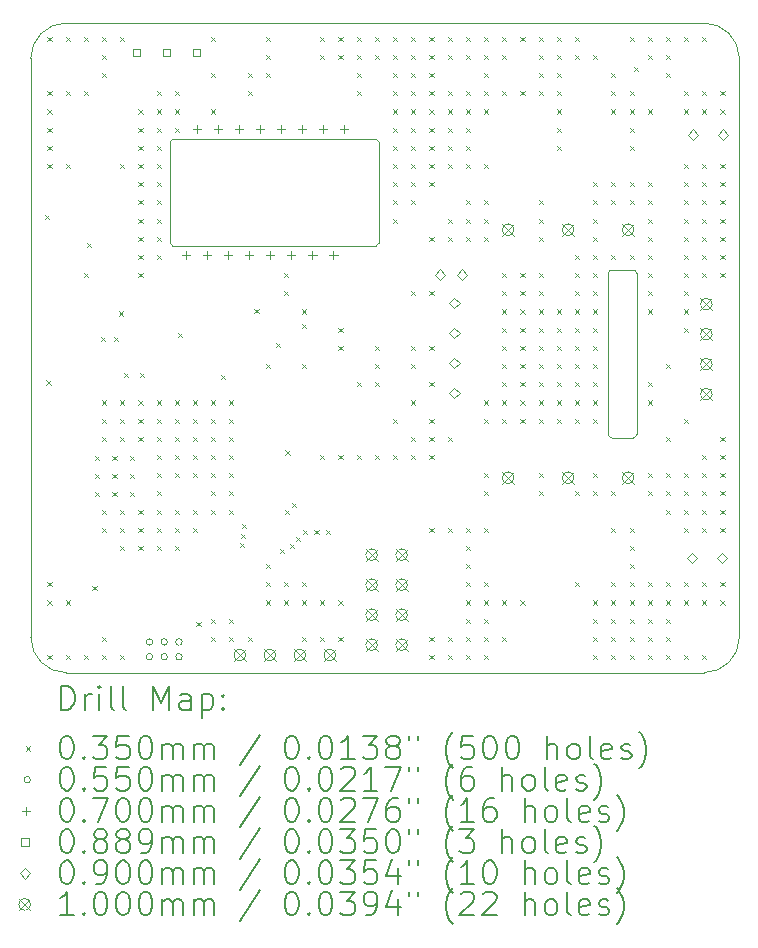
<source format=gbr>
%TF.GenerationSoftware,KiCad,Pcbnew,8.0.7*%
%TF.CreationDate,2025-01-14T08:36:24+01:00*%
%TF.ProjectId,Trackball,54726163-6b62-4616-9c6c-2e6b69636164,rev?*%
%TF.SameCoordinates,Original*%
%TF.FileFunction,Drillmap*%
%TF.FilePolarity,Positive*%
%FSLAX45Y45*%
G04 Gerber Fmt 4.5, Leading zero omitted, Abs format (unit mm)*
G04 Created by KiCad (PCBNEW 8.0.7) date 2025-01-14 08:36:24*
%MOMM*%
%LPD*%
G01*
G04 APERTURE LIST*
%ADD10C,0.050000*%
%ADD11C,0.200000*%
%ADD12C,0.100000*%
G04 APERTURE END LIST*
D10*
X15200000Y-2350000D02*
X15200000Y-7250000D01*
X9200000Y-7250000D02*
X9200000Y-2350000D01*
X10399500Y-3935000D02*
X12124500Y-3935000D01*
X14900000Y-7550000D02*
X9500000Y-7550000D01*
X9200000Y-2350000D02*
G75*
G02*
X9500000Y-2050000I300000J0D01*
G01*
X15200000Y-7250000D02*
G75*
G02*
X14900000Y-7550000I-300000J0D01*
G01*
X12124500Y-3035000D02*
G75*
G02*
X12144500Y-3055000I0J-20000D01*
G01*
X9500000Y-2050000D02*
X14900000Y-2050000D01*
X9500000Y-7550000D02*
G75*
G02*
X9200000Y-7250000I0J300000D01*
G01*
X10379500Y-3055000D02*
G75*
G02*
X10399500Y-3035000I20000J0D01*
G01*
X10399500Y-3935000D02*
G75*
G02*
X10379500Y-3915000I0J20000D01*
G01*
X12144500Y-3915000D02*
X12144500Y-3055000D01*
X10379500Y-3055000D02*
X10379500Y-3915000D01*
X14900000Y-2050000D02*
G75*
G02*
X15200000Y-2350000I0J-300000D01*
G01*
X12144500Y-3915000D02*
G75*
G02*
X12124500Y-3935000I-20000J0D01*
G01*
X12124500Y-3035000D02*
X10399500Y-3035000D01*
X14090000Y-4170000D02*
X14090000Y-5530000D01*
X14120000Y-5560000D02*
X14300000Y-5560000D01*
X14300000Y-4140000D02*
X14120000Y-4140000D01*
X14330000Y-5530000D02*
X14330000Y-4170000D01*
X14090000Y-4170000D02*
G75*
G02*
X14120000Y-4140000I30000J0D01*
G01*
X14120000Y-5560000D02*
G75*
G02*
X14090000Y-5530000I0J30000D01*
G01*
X14300000Y-4140000D02*
G75*
G02*
X14330000Y-4170000I0J-30000D01*
G01*
X14330000Y-5530000D02*
G75*
G02*
X14300000Y-5560000I-30000J0D01*
G01*
D11*
D12*
X9321340Y-3676600D02*
X9356340Y-3711600D01*
X9356340Y-3676600D02*
X9321340Y-3711600D01*
X9333340Y-5075380D02*
X9368340Y-5110380D01*
X9368340Y-5075380D02*
X9333340Y-5110380D01*
X9341500Y-2164952D02*
X9376500Y-2199952D01*
X9376500Y-2164952D02*
X9341500Y-2199952D01*
X9341500Y-2626952D02*
X9376500Y-2661952D01*
X9376500Y-2626952D02*
X9341500Y-2661952D01*
X9341500Y-2780952D02*
X9376500Y-2815952D01*
X9376500Y-2780952D02*
X9341500Y-2815952D01*
X9341500Y-2934952D02*
X9376500Y-2969952D01*
X9376500Y-2934952D02*
X9341500Y-2969952D01*
X9341500Y-3088952D02*
X9376500Y-3123952D01*
X9376500Y-3088952D02*
X9341500Y-3123952D01*
X9341500Y-3242952D02*
X9376500Y-3277952D01*
X9376500Y-3242952D02*
X9341500Y-3277952D01*
X9341500Y-6784952D02*
X9376500Y-6819952D01*
X9376500Y-6784952D02*
X9341500Y-6819952D01*
X9341500Y-6938952D02*
X9376500Y-6973952D01*
X9376500Y-6938952D02*
X9341500Y-6973952D01*
X9341500Y-7400952D02*
X9376500Y-7435952D01*
X9376500Y-7400952D02*
X9341500Y-7435952D01*
X9495500Y-2164952D02*
X9530500Y-2199952D01*
X9530500Y-2164952D02*
X9495500Y-2199952D01*
X9495500Y-2626952D02*
X9530500Y-2661952D01*
X9530500Y-2626952D02*
X9495500Y-2661952D01*
X9495500Y-3242952D02*
X9530500Y-3277952D01*
X9530500Y-3242952D02*
X9495500Y-3277952D01*
X9495500Y-6938952D02*
X9530500Y-6973952D01*
X9530500Y-6938952D02*
X9495500Y-6973952D01*
X9495500Y-7400952D02*
X9530500Y-7435952D01*
X9530500Y-7400952D02*
X9495500Y-7435952D01*
X9649500Y-2164952D02*
X9684500Y-2199952D01*
X9684500Y-2164952D02*
X9649500Y-2199952D01*
X9649500Y-2626952D02*
X9684500Y-2661952D01*
X9684500Y-2626952D02*
X9649500Y-2661952D01*
X9649500Y-4166952D02*
X9684500Y-4201952D01*
X9684500Y-4166952D02*
X9649500Y-4201952D01*
X9649500Y-7400952D02*
X9684500Y-7435952D01*
X9684500Y-7400952D02*
X9649500Y-7435952D01*
X9676670Y-3910870D02*
X9711670Y-3945870D01*
X9711670Y-3910870D02*
X9676670Y-3945870D01*
X9722500Y-6816250D02*
X9757500Y-6851250D01*
X9757500Y-6816250D02*
X9722500Y-6851250D01*
X9741500Y-5718500D02*
X9776500Y-5753500D01*
X9776500Y-5718500D02*
X9741500Y-5753500D01*
X9741500Y-5868500D02*
X9776500Y-5903500D01*
X9776500Y-5868500D02*
X9741500Y-5903500D01*
X9741500Y-6018500D02*
X9776500Y-6053500D01*
X9776500Y-6018500D02*
X9741500Y-6053500D01*
X9795170Y-4709850D02*
X9830170Y-4744850D01*
X9830170Y-4709850D02*
X9795170Y-4744850D01*
X9803500Y-2164952D02*
X9838500Y-2199952D01*
X9838500Y-2164952D02*
X9803500Y-2199952D01*
X9803500Y-2318952D02*
X9838500Y-2353952D01*
X9838500Y-2318952D02*
X9803500Y-2353952D01*
X9803500Y-2472952D02*
X9838500Y-2507952D01*
X9838500Y-2472952D02*
X9803500Y-2507952D01*
X9803500Y-5244952D02*
X9838500Y-5279952D01*
X9838500Y-5244952D02*
X9803500Y-5279952D01*
X9803500Y-5398952D02*
X9838500Y-5433952D01*
X9838500Y-5398952D02*
X9803500Y-5433952D01*
X9803500Y-5552952D02*
X9838500Y-5587952D01*
X9838500Y-5552952D02*
X9803500Y-5587952D01*
X9803500Y-6168952D02*
X9838500Y-6203952D01*
X9838500Y-6168952D02*
X9803500Y-6203952D01*
X9803500Y-6322952D02*
X9838500Y-6357952D01*
X9838500Y-6322952D02*
X9803500Y-6357952D01*
X9803500Y-7246952D02*
X9838500Y-7281952D01*
X9838500Y-7246952D02*
X9803500Y-7281952D01*
X9803500Y-7400952D02*
X9838500Y-7435952D01*
X9838500Y-7400952D02*
X9803500Y-7435952D01*
X9891500Y-5718500D02*
X9926500Y-5753500D01*
X9926500Y-5718500D02*
X9891500Y-5753500D01*
X9891500Y-5868500D02*
X9926500Y-5903500D01*
X9926500Y-5868500D02*
X9891500Y-5903500D01*
X9891500Y-6018500D02*
X9926500Y-6053500D01*
X9926500Y-6018500D02*
X9891500Y-6053500D01*
X9907510Y-4709850D02*
X9942510Y-4744850D01*
X9942510Y-4709850D02*
X9907510Y-4744850D01*
X9943810Y-4491930D02*
X9978810Y-4526930D01*
X9978810Y-4491930D02*
X9943810Y-4526930D01*
X9957500Y-2164952D02*
X9992500Y-2199952D01*
X9992500Y-2164952D02*
X9957500Y-2199952D01*
X9957500Y-3242952D02*
X9992500Y-3277952D01*
X9992500Y-3242952D02*
X9957500Y-3277952D01*
X9957500Y-5244952D02*
X9992500Y-5279952D01*
X9992500Y-5244952D02*
X9957500Y-5279952D01*
X9957500Y-5398952D02*
X9992500Y-5433952D01*
X9992500Y-5398952D02*
X9957500Y-5433952D01*
X9957500Y-5552952D02*
X9992500Y-5587952D01*
X9992500Y-5552952D02*
X9957500Y-5587952D01*
X9957500Y-6168952D02*
X9992500Y-6203952D01*
X9992500Y-6168952D02*
X9957500Y-6203952D01*
X9957500Y-6322952D02*
X9992500Y-6357952D01*
X9992500Y-6322952D02*
X9957500Y-6357952D01*
X9957500Y-6476952D02*
X9992500Y-6511952D01*
X9992500Y-6476952D02*
X9957500Y-6511952D01*
X9957500Y-7400952D02*
X9992500Y-7435952D01*
X9992500Y-7400952D02*
X9957500Y-7435952D01*
X9989500Y-5014500D02*
X10024500Y-5049500D01*
X10024500Y-5014500D02*
X9989500Y-5049500D01*
X10041500Y-5718500D02*
X10076500Y-5753500D01*
X10076500Y-5718500D02*
X10041500Y-5753500D01*
X10041500Y-5868500D02*
X10076500Y-5903500D01*
X10076500Y-5868500D02*
X10041500Y-5903500D01*
X10041500Y-6018500D02*
X10076500Y-6053500D01*
X10076500Y-6018500D02*
X10041500Y-6053500D01*
X10111500Y-2780952D02*
X10146500Y-2815952D01*
X10146500Y-2780952D02*
X10111500Y-2815952D01*
X10111500Y-2934952D02*
X10146500Y-2969952D01*
X10146500Y-2934952D02*
X10111500Y-2969952D01*
X10111500Y-3088952D02*
X10146500Y-3123952D01*
X10146500Y-3088952D02*
X10111500Y-3123952D01*
X10111500Y-3242952D02*
X10146500Y-3277952D01*
X10146500Y-3242952D02*
X10111500Y-3277952D01*
X10111500Y-3396952D02*
X10146500Y-3431952D01*
X10146500Y-3396952D02*
X10111500Y-3431952D01*
X10111500Y-3550952D02*
X10146500Y-3585952D01*
X10146500Y-3550952D02*
X10111500Y-3585952D01*
X10111500Y-3704952D02*
X10146500Y-3739952D01*
X10146500Y-3704952D02*
X10111500Y-3739952D01*
X10111500Y-3858952D02*
X10146500Y-3893952D01*
X10146500Y-3858952D02*
X10111500Y-3893952D01*
X10111500Y-4012952D02*
X10146500Y-4047952D01*
X10146500Y-4012952D02*
X10111500Y-4047952D01*
X10111500Y-4166952D02*
X10146500Y-4201952D01*
X10146500Y-4166952D02*
X10111500Y-4201952D01*
X10111500Y-5244952D02*
X10146500Y-5279952D01*
X10146500Y-5244952D02*
X10111500Y-5279952D01*
X10111500Y-5398952D02*
X10146500Y-5433952D01*
X10146500Y-5398952D02*
X10111500Y-5433952D01*
X10111500Y-5552952D02*
X10146500Y-5587952D01*
X10146500Y-5552952D02*
X10111500Y-5587952D01*
X10111500Y-6168952D02*
X10146500Y-6203952D01*
X10146500Y-6168952D02*
X10111500Y-6203952D01*
X10111500Y-6322952D02*
X10146500Y-6357952D01*
X10146500Y-6322952D02*
X10111500Y-6357952D01*
X10111500Y-6476952D02*
X10146500Y-6511952D01*
X10146500Y-6476952D02*
X10111500Y-6511952D01*
X10122500Y-5009500D02*
X10157500Y-5044500D01*
X10157500Y-5009500D02*
X10122500Y-5044500D01*
X10265500Y-2626952D02*
X10300500Y-2661952D01*
X10300500Y-2626952D02*
X10265500Y-2661952D01*
X10265500Y-2780952D02*
X10300500Y-2815952D01*
X10300500Y-2780952D02*
X10265500Y-2815952D01*
X10265500Y-2934952D02*
X10300500Y-2969952D01*
X10300500Y-2934952D02*
X10265500Y-2969952D01*
X10265500Y-3088952D02*
X10300500Y-3123952D01*
X10300500Y-3088952D02*
X10265500Y-3123952D01*
X10265500Y-3242952D02*
X10300500Y-3277952D01*
X10300500Y-3242952D02*
X10265500Y-3277952D01*
X10265500Y-3396952D02*
X10300500Y-3431952D01*
X10300500Y-3396952D02*
X10265500Y-3431952D01*
X10265500Y-3550952D02*
X10300500Y-3585952D01*
X10300500Y-3550952D02*
X10265500Y-3585952D01*
X10265500Y-3704952D02*
X10300500Y-3739952D01*
X10300500Y-3704952D02*
X10265500Y-3739952D01*
X10265500Y-3858952D02*
X10300500Y-3893952D01*
X10300500Y-3858952D02*
X10265500Y-3893952D01*
X10265500Y-4012952D02*
X10300500Y-4047952D01*
X10300500Y-4012952D02*
X10265500Y-4047952D01*
X10265500Y-5244952D02*
X10300500Y-5279952D01*
X10300500Y-5244952D02*
X10265500Y-5279952D01*
X10265500Y-5398952D02*
X10300500Y-5433952D01*
X10300500Y-5398952D02*
X10265500Y-5433952D01*
X10265500Y-5552952D02*
X10300500Y-5587952D01*
X10300500Y-5552952D02*
X10265500Y-5587952D01*
X10265500Y-5706952D02*
X10300500Y-5741952D01*
X10300500Y-5706952D02*
X10265500Y-5741952D01*
X10265500Y-5860952D02*
X10300500Y-5895952D01*
X10300500Y-5860952D02*
X10265500Y-5895952D01*
X10265500Y-6014952D02*
X10300500Y-6049952D01*
X10300500Y-6014952D02*
X10265500Y-6049952D01*
X10265500Y-6168952D02*
X10300500Y-6203952D01*
X10300500Y-6168952D02*
X10265500Y-6203952D01*
X10265500Y-6322952D02*
X10300500Y-6357952D01*
X10300500Y-6322952D02*
X10265500Y-6357952D01*
X10265500Y-6476952D02*
X10300500Y-6511952D01*
X10300500Y-6476952D02*
X10265500Y-6511952D01*
X10419500Y-2626952D02*
X10454500Y-2661952D01*
X10454500Y-2626952D02*
X10419500Y-2661952D01*
X10419500Y-2780952D02*
X10454500Y-2815952D01*
X10454500Y-2780952D02*
X10419500Y-2815952D01*
X10419500Y-2934952D02*
X10454500Y-2969952D01*
X10454500Y-2934952D02*
X10419500Y-2969952D01*
X10419500Y-5244952D02*
X10454500Y-5279952D01*
X10454500Y-5244952D02*
X10419500Y-5279952D01*
X10419500Y-5398952D02*
X10454500Y-5433952D01*
X10454500Y-5398952D02*
X10419500Y-5433952D01*
X10419500Y-5552952D02*
X10454500Y-5587952D01*
X10454500Y-5552952D02*
X10419500Y-5587952D01*
X10419500Y-5706952D02*
X10454500Y-5741952D01*
X10454500Y-5706952D02*
X10419500Y-5741952D01*
X10419500Y-5860952D02*
X10454500Y-5895952D01*
X10454500Y-5860952D02*
X10419500Y-5895952D01*
X10419500Y-6168952D02*
X10454500Y-6203952D01*
X10454500Y-6168952D02*
X10419500Y-6203952D01*
X10419500Y-6322952D02*
X10454500Y-6357952D01*
X10454500Y-6322952D02*
X10419500Y-6357952D01*
X10419500Y-6476952D02*
X10454500Y-6511952D01*
X10454500Y-6476952D02*
X10419500Y-6511952D01*
X10447500Y-4674537D02*
X10482500Y-4709537D01*
X10482500Y-4674537D02*
X10447500Y-4709537D01*
X10573500Y-5244952D02*
X10608500Y-5279952D01*
X10608500Y-5244952D02*
X10573500Y-5279952D01*
X10573500Y-5398952D02*
X10608500Y-5433952D01*
X10608500Y-5398952D02*
X10573500Y-5433952D01*
X10573500Y-5552952D02*
X10608500Y-5587952D01*
X10608500Y-5552952D02*
X10573500Y-5587952D01*
X10573500Y-5706952D02*
X10608500Y-5741952D01*
X10608500Y-5706952D02*
X10573500Y-5741952D01*
X10573500Y-5860952D02*
X10608500Y-5895952D01*
X10608500Y-5860952D02*
X10573500Y-5895952D01*
X10573500Y-6168952D02*
X10608500Y-6203952D01*
X10608500Y-6168952D02*
X10573500Y-6203952D01*
X10573500Y-6322952D02*
X10608500Y-6357952D01*
X10608500Y-6322952D02*
X10573500Y-6357952D01*
X10602500Y-7122500D02*
X10637500Y-7157500D01*
X10637500Y-7122500D02*
X10602500Y-7157500D01*
X10727500Y-2164952D02*
X10762500Y-2199952D01*
X10762500Y-2164952D02*
X10727500Y-2199952D01*
X10727500Y-2472952D02*
X10762500Y-2507952D01*
X10762500Y-2472952D02*
X10727500Y-2507952D01*
X10727500Y-2780952D02*
X10762500Y-2815952D01*
X10762500Y-2780952D02*
X10727500Y-2815952D01*
X10727500Y-5244952D02*
X10762500Y-5279952D01*
X10762500Y-5244952D02*
X10727500Y-5279952D01*
X10727500Y-5398952D02*
X10762500Y-5433952D01*
X10762500Y-5398952D02*
X10727500Y-5433952D01*
X10727500Y-5552952D02*
X10762500Y-5587952D01*
X10762500Y-5552952D02*
X10727500Y-5587952D01*
X10727500Y-5706952D02*
X10762500Y-5741952D01*
X10762500Y-5706952D02*
X10727500Y-5741952D01*
X10727500Y-5860952D02*
X10762500Y-5895952D01*
X10762500Y-5860952D02*
X10727500Y-5895952D01*
X10727500Y-6014952D02*
X10762500Y-6049952D01*
X10762500Y-6014952D02*
X10727500Y-6049952D01*
X10727500Y-6168952D02*
X10762500Y-6203952D01*
X10762500Y-6168952D02*
X10727500Y-6203952D01*
X10727500Y-7092952D02*
X10762500Y-7127952D01*
X10762500Y-7092952D02*
X10727500Y-7127952D01*
X10727500Y-7246952D02*
X10762500Y-7281952D01*
X10762500Y-7246952D02*
X10727500Y-7281952D01*
X10809640Y-5029750D02*
X10844640Y-5064750D01*
X10844640Y-5029750D02*
X10809640Y-5064750D01*
X10881500Y-5244952D02*
X10916500Y-5279952D01*
X10916500Y-5244952D02*
X10881500Y-5279952D01*
X10881500Y-5398952D02*
X10916500Y-5433952D01*
X10916500Y-5398952D02*
X10881500Y-5433952D01*
X10881500Y-5552952D02*
X10916500Y-5587952D01*
X10916500Y-5552952D02*
X10881500Y-5587952D01*
X10881500Y-5706952D02*
X10916500Y-5741952D01*
X10916500Y-5706952D02*
X10881500Y-5741952D01*
X10881500Y-5860952D02*
X10916500Y-5895952D01*
X10916500Y-5860952D02*
X10881500Y-5895952D01*
X10881500Y-6014952D02*
X10916500Y-6049952D01*
X10916500Y-6014952D02*
X10881500Y-6049952D01*
X10881500Y-6168952D02*
X10916500Y-6203952D01*
X10916500Y-6168952D02*
X10881500Y-6203952D01*
X10881500Y-7092952D02*
X10916500Y-7127952D01*
X10916500Y-7092952D02*
X10881500Y-7127952D01*
X10881500Y-7246952D02*
X10916500Y-7281952D01*
X10916500Y-7246952D02*
X10881500Y-7281952D01*
X10974500Y-6452500D02*
X11009500Y-6487500D01*
X11009500Y-6452500D02*
X10974500Y-6487500D01*
X10979064Y-6372630D02*
X11014064Y-6407630D01*
X11014064Y-6372630D02*
X10979064Y-6407630D01*
X10985427Y-6292883D02*
X11020427Y-6327883D01*
X11020427Y-6292883D02*
X10985427Y-6327883D01*
X11035500Y-2472952D02*
X11070500Y-2507952D01*
X11070500Y-2472952D02*
X11035500Y-2507952D01*
X11035500Y-2626952D02*
X11070500Y-2661952D01*
X11070500Y-2626952D02*
X11035500Y-2661952D01*
X11035500Y-7246952D02*
X11070500Y-7281952D01*
X11070500Y-7246952D02*
X11035500Y-7281952D01*
X11093500Y-4467500D02*
X11128500Y-4502500D01*
X11128500Y-4467500D02*
X11093500Y-4502500D01*
X11189500Y-2164952D02*
X11224500Y-2199952D01*
X11224500Y-2164952D02*
X11189500Y-2199952D01*
X11189500Y-2318952D02*
X11224500Y-2353952D01*
X11224500Y-2318952D02*
X11189500Y-2353952D01*
X11189500Y-2472952D02*
X11224500Y-2507952D01*
X11224500Y-2472952D02*
X11189500Y-2507952D01*
X11189500Y-4936952D02*
X11224500Y-4971952D01*
X11224500Y-4936952D02*
X11189500Y-4971952D01*
X11189500Y-6630952D02*
X11224500Y-6665952D01*
X11224500Y-6630952D02*
X11189500Y-6665952D01*
X11189500Y-6784952D02*
X11224500Y-6819952D01*
X11224500Y-6784952D02*
X11189500Y-6819952D01*
X11189500Y-6938952D02*
X11224500Y-6973952D01*
X11224500Y-6938952D02*
X11189500Y-6973952D01*
X11274720Y-4761980D02*
X11309720Y-4796980D01*
X11309720Y-4761980D02*
X11274720Y-4796980D01*
X11307043Y-6501000D02*
X11342043Y-6536000D01*
X11342043Y-6501000D02*
X11307043Y-6536000D01*
X11343500Y-4166952D02*
X11378500Y-4201952D01*
X11378500Y-4166952D02*
X11343500Y-4201952D01*
X11343500Y-4320952D02*
X11378500Y-4355952D01*
X11378500Y-4320952D02*
X11343500Y-4355952D01*
X11343500Y-6784952D02*
X11378500Y-6819952D01*
X11378500Y-6784952D02*
X11343500Y-6819952D01*
X11343500Y-6938952D02*
X11378500Y-6973952D01*
X11378500Y-6938952D02*
X11343500Y-6973952D01*
X11352500Y-6172500D02*
X11387500Y-6207500D01*
X11387500Y-6172500D02*
X11352500Y-6207500D01*
X11356000Y-5669000D02*
X11391000Y-5704000D01*
X11391000Y-5669000D02*
X11356000Y-5704000D01*
X11392291Y-6456556D02*
X11427291Y-6491556D01*
X11427291Y-6456556D02*
X11392291Y-6491556D01*
X11412500Y-6113510D02*
X11447500Y-6148510D01*
X11447500Y-6113510D02*
X11412500Y-6148510D01*
X11448860Y-6399988D02*
X11483860Y-6434988D01*
X11483860Y-6399988D02*
X11448860Y-6434988D01*
X11495500Y-4595500D02*
X11530500Y-4630500D01*
X11530500Y-4595500D02*
X11495500Y-4630500D01*
X11497500Y-4474952D02*
X11532500Y-4509952D01*
X11532500Y-4474952D02*
X11497500Y-4509952D01*
X11497500Y-4936952D02*
X11532500Y-4971952D01*
X11532500Y-4936952D02*
X11497500Y-4971952D01*
X11497500Y-6784952D02*
X11532500Y-6819952D01*
X11532500Y-6784952D02*
X11497500Y-6819952D01*
X11497500Y-6938952D02*
X11532500Y-6973952D01*
X11532500Y-6938952D02*
X11497500Y-6973952D01*
X11497500Y-7246952D02*
X11532500Y-7281952D01*
X11532500Y-7246952D02*
X11497500Y-7281952D01*
X11505429Y-6343419D02*
X11540429Y-6378419D01*
X11540429Y-6343419D02*
X11505429Y-6378419D01*
X11602406Y-6341401D02*
X11637406Y-6376401D01*
X11637406Y-6341401D02*
X11602406Y-6376401D01*
X11651500Y-2164952D02*
X11686500Y-2199952D01*
X11686500Y-2164952D02*
X11651500Y-2199952D01*
X11651500Y-2318952D02*
X11686500Y-2353952D01*
X11686500Y-2318952D02*
X11651500Y-2353952D01*
X11651500Y-5706952D02*
X11686500Y-5741952D01*
X11686500Y-5706952D02*
X11651500Y-5741952D01*
X11651500Y-6938952D02*
X11686500Y-6973952D01*
X11686500Y-6938952D02*
X11651500Y-6973952D01*
X11651500Y-7246952D02*
X11686500Y-7281952D01*
X11686500Y-7246952D02*
X11651500Y-7281952D01*
X11702500Y-6342500D02*
X11737500Y-6377500D01*
X11737500Y-6342500D02*
X11702500Y-6377500D01*
X11805500Y-2164952D02*
X11840500Y-2199952D01*
X11840500Y-2164952D02*
X11805500Y-2199952D01*
X11805500Y-2318952D02*
X11840500Y-2353952D01*
X11840500Y-2318952D02*
X11805500Y-2353952D01*
X11805500Y-4628952D02*
X11840500Y-4663952D01*
X11840500Y-4628952D02*
X11805500Y-4663952D01*
X11805500Y-4782952D02*
X11840500Y-4817952D01*
X11840500Y-4782952D02*
X11805500Y-4817952D01*
X11805500Y-5706952D02*
X11840500Y-5741952D01*
X11840500Y-5706952D02*
X11805500Y-5741952D01*
X11805500Y-6938952D02*
X11840500Y-6973952D01*
X11840500Y-6938952D02*
X11805500Y-6973952D01*
X11805500Y-7246952D02*
X11840500Y-7281952D01*
X11840500Y-7246952D02*
X11805500Y-7281952D01*
X11959500Y-2164952D02*
X11994500Y-2199952D01*
X11994500Y-2164952D02*
X11959500Y-2199952D01*
X11959500Y-2318952D02*
X11994500Y-2353952D01*
X11994500Y-2318952D02*
X11959500Y-2353952D01*
X11959500Y-2472952D02*
X11994500Y-2507952D01*
X11994500Y-2472952D02*
X11959500Y-2507952D01*
X11959500Y-2626952D02*
X11994500Y-2661952D01*
X11994500Y-2626952D02*
X11959500Y-2661952D01*
X11959500Y-5090952D02*
X11994500Y-5125952D01*
X11994500Y-5090952D02*
X11959500Y-5125952D01*
X11959500Y-5706952D02*
X11994500Y-5741952D01*
X11994500Y-5706952D02*
X11959500Y-5741952D01*
X12113500Y-2164952D02*
X12148500Y-2199952D01*
X12148500Y-2164952D02*
X12113500Y-2199952D01*
X12113500Y-2318952D02*
X12148500Y-2353952D01*
X12148500Y-2318952D02*
X12113500Y-2353952D01*
X12113500Y-4782952D02*
X12148500Y-4817952D01*
X12148500Y-4782952D02*
X12113500Y-4817952D01*
X12113500Y-4936952D02*
X12148500Y-4971952D01*
X12148500Y-4936952D02*
X12113500Y-4971952D01*
X12113500Y-5090952D02*
X12148500Y-5125952D01*
X12148500Y-5090952D02*
X12113500Y-5125952D01*
X12113500Y-5706952D02*
X12148500Y-5741952D01*
X12148500Y-5706952D02*
X12113500Y-5741952D01*
X12267500Y-2164952D02*
X12302500Y-2199952D01*
X12302500Y-2164952D02*
X12267500Y-2199952D01*
X12267500Y-2318952D02*
X12302500Y-2353952D01*
X12302500Y-2318952D02*
X12267500Y-2353952D01*
X12267500Y-2472952D02*
X12302500Y-2507952D01*
X12302500Y-2472952D02*
X12267500Y-2507952D01*
X12267500Y-2626952D02*
X12302500Y-2661952D01*
X12302500Y-2626952D02*
X12267500Y-2661952D01*
X12267500Y-2780952D02*
X12302500Y-2815952D01*
X12302500Y-2780952D02*
X12267500Y-2815952D01*
X12267500Y-2934952D02*
X12302500Y-2969952D01*
X12302500Y-2934952D02*
X12267500Y-2969952D01*
X12267500Y-3088952D02*
X12302500Y-3123952D01*
X12302500Y-3088952D02*
X12267500Y-3123952D01*
X12267500Y-3242952D02*
X12302500Y-3277952D01*
X12302500Y-3242952D02*
X12267500Y-3277952D01*
X12267500Y-3396952D02*
X12302500Y-3431952D01*
X12302500Y-3396952D02*
X12267500Y-3431952D01*
X12267500Y-3550952D02*
X12302500Y-3585952D01*
X12302500Y-3550952D02*
X12267500Y-3585952D01*
X12267500Y-3704952D02*
X12302500Y-3739952D01*
X12302500Y-3704952D02*
X12267500Y-3739952D01*
X12267500Y-5398952D02*
X12302500Y-5433952D01*
X12302500Y-5398952D02*
X12267500Y-5433952D01*
X12267500Y-5706952D02*
X12302500Y-5741952D01*
X12302500Y-5706952D02*
X12267500Y-5741952D01*
X12421500Y-2164952D02*
X12456500Y-2199952D01*
X12456500Y-2164952D02*
X12421500Y-2199952D01*
X12421500Y-2318952D02*
X12456500Y-2353952D01*
X12456500Y-2318952D02*
X12421500Y-2353952D01*
X12421500Y-2472952D02*
X12456500Y-2507952D01*
X12456500Y-2472952D02*
X12421500Y-2507952D01*
X12421500Y-2626952D02*
X12456500Y-2661952D01*
X12456500Y-2626952D02*
X12421500Y-2661952D01*
X12421500Y-2780952D02*
X12456500Y-2815952D01*
X12456500Y-2780952D02*
X12421500Y-2815952D01*
X12421500Y-2934952D02*
X12456500Y-2969952D01*
X12456500Y-2934952D02*
X12421500Y-2969952D01*
X12421500Y-3088952D02*
X12456500Y-3123952D01*
X12456500Y-3088952D02*
X12421500Y-3123952D01*
X12421500Y-3242952D02*
X12456500Y-3277952D01*
X12456500Y-3242952D02*
X12421500Y-3277952D01*
X12421500Y-3396952D02*
X12456500Y-3431952D01*
X12456500Y-3396952D02*
X12421500Y-3431952D01*
X12421500Y-3550952D02*
X12456500Y-3585952D01*
X12456500Y-3550952D02*
X12421500Y-3585952D01*
X12421500Y-4320952D02*
X12456500Y-4355952D01*
X12456500Y-4320952D02*
X12421500Y-4355952D01*
X12421500Y-4782952D02*
X12456500Y-4817952D01*
X12456500Y-4782952D02*
X12421500Y-4817952D01*
X12421500Y-4936952D02*
X12456500Y-4971952D01*
X12456500Y-4936952D02*
X12421500Y-4971952D01*
X12421500Y-5244952D02*
X12456500Y-5279952D01*
X12456500Y-5244952D02*
X12421500Y-5279952D01*
X12421500Y-5552952D02*
X12456500Y-5587952D01*
X12456500Y-5552952D02*
X12421500Y-5587952D01*
X12421500Y-5706952D02*
X12456500Y-5741952D01*
X12456500Y-5706952D02*
X12421500Y-5741952D01*
X12575500Y-2164952D02*
X12610500Y-2199952D01*
X12610500Y-2164952D02*
X12575500Y-2199952D01*
X12575500Y-2318952D02*
X12610500Y-2353952D01*
X12610500Y-2318952D02*
X12575500Y-2353952D01*
X12575500Y-2472952D02*
X12610500Y-2507952D01*
X12610500Y-2472952D02*
X12575500Y-2507952D01*
X12575500Y-2626952D02*
X12610500Y-2661952D01*
X12610500Y-2626952D02*
X12575500Y-2661952D01*
X12575500Y-2780952D02*
X12610500Y-2815952D01*
X12610500Y-2780952D02*
X12575500Y-2815952D01*
X12575500Y-2934952D02*
X12610500Y-2969952D01*
X12610500Y-2934952D02*
X12575500Y-2969952D01*
X12575500Y-3088952D02*
X12610500Y-3123952D01*
X12610500Y-3088952D02*
X12575500Y-3123952D01*
X12575500Y-3242952D02*
X12610500Y-3277952D01*
X12610500Y-3242952D02*
X12575500Y-3277952D01*
X12575500Y-3396952D02*
X12610500Y-3431952D01*
X12610500Y-3396952D02*
X12575500Y-3431952D01*
X12575500Y-3858952D02*
X12610500Y-3893952D01*
X12610500Y-3858952D02*
X12575500Y-3893952D01*
X12575500Y-4320952D02*
X12610500Y-4355952D01*
X12610500Y-4320952D02*
X12575500Y-4355952D01*
X12575500Y-4782952D02*
X12610500Y-4817952D01*
X12610500Y-4782952D02*
X12575500Y-4817952D01*
X12575500Y-5090952D02*
X12610500Y-5125952D01*
X12610500Y-5090952D02*
X12575500Y-5125952D01*
X12575500Y-5398952D02*
X12610500Y-5433952D01*
X12610500Y-5398952D02*
X12575500Y-5433952D01*
X12575500Y-5552952D02*
X12610500Y-5587952D01*
X12610500Y-5552952D02*
X12575500Y-5587952D01*
X12575500Y-5706952D02*
X12610500Y-5741952D01*
X12610500Y-5706952D02*
X12575500Y-5741952D01*
X12575500Y-6322952D02*
X12610500Y-6357952D01*
X12610500Y-6322952D02*
X12575500Y-6357952D01*
X12575500Y-7246952D02*
X12610500Y-7281952D01*
X12610500Y-7246952D02*
X12575500Y-7281952D01*
X12575500Y-7400952D02*
X12610500Y-7435952D01*
X12610500Y-7400952D02*
X12575500Y-7435952D01*
X12729500Y-2164952D02*
X12764500Y-2199952D01*
X12764500Y-2164952D02*
X12729500Y-2199952D01*
X12729500Y-2318952D02*
X12764500Y-2353952D01*
X12764500Y-2318952D02*
X12729500Y-2353952D01*
X12729500Y-2626952D02*
X12764500Y-2661952D01*
X12764500Y-2626952D02*
X12729500Y-2661952D01*
X12729500Y-2780952D02*
X12764500Y-2815952D01*
X12764500Y-2780952D02*
X12729500Y-2815952D01*
X12729500Y-2934952D02*
X12764500Y-2969952D01*
X12764500Y-2934952D02*
X12729500Y-2969952D01*
X12729500Y-3088952D02*
X12764500Y-3123952D01*
X12764500Y-3088952D02*
X12729500Y-3123952D01*
X12729500Y-3242952D02*
X12764500Y-3277952D01*
X12764500Y-3242952D02*
X12729500Y-3277952D01*
X12729500Y-3704952D02*
X12764500Y-3739952D01*
X12764500Y-3704952D02*
X12729500Y-3739952D01*
X12729500Y-3858952D02*
X12764500Y-3893952D01*
X12764500Y-3858952D02*
X12729500Y-3893952D01*
X12729500Y-5552952D02*
X12764500Y-5587952D01*
X12764500Y-5552952D02*
X12729500Y-5587952D01*
X12729500Y-6322952D02*
X12764500Y-6357952D01*
X12764500Y-6322952D02*
X12729500Y-6357952D01*
X12729500Y-7246952D02*
X12764500Y-7281952D01*
X12764500Y-7246952D02*
X12729500Y-7281952D01*
X12729500Y-7400952D02*
X12764500Y-7435952D01*
X12764500Y-7400952D02*
X12729500Y-7435952D01*
X12883500Y-2164952D02*
X12918500Y-2199952D01*
X12918500Y-2164952D02*
X12883500Y-2199952D01*
X12883500Y-2318952D02*
X12918500Y-2353952D01*
X12918500Y-2318952D02*
X12883500Y-2353952D01*
X12883500Y-2626952D02*
X12918500Y-2661952D01*
X12918500Y-2626952D02*
X12883500Y-2661952D01*
X12883500Y-2780952D02*
X12918500Y-2815952D01*
X12918500Y-2780952D02*
X12883500Y-2815952D01*
X12883500Y-2934952D02*
X12918500Y-2969952D01*
X12918500Y-2934952D02*
X12883500Y-2969952D01*
X12883500Y-3088952D02*
X12918500Y-3123952D01*
X12918500Y-3088952D02*
X12883500Y-3123952D01*
X12883500Y-3242952D02*
X12918500Y-3277952D01*
X12918500Y-3242952D02*
X12883500Y-3277952D01*
X12883500Y-3550952D02*
X12918500Y-3585952D01*
X12918500Y-3550952D02*
X12883500Y-3585952D01*
X12883500Y-3704952D02*
X12918500Y-3739952D01*
X12918500Y-3704952D02*
X12883500Y-3739952D01*
X12883500Y-3858952D02*
X12918500Y-3893952D01*
X12918500Y-3858952D02*
X12883500Y-3893952D01*
X12883500Y-6322952D02*
X12918500Y-6357952D01*
X12918500Y-6322952D02*
X12883500Y-6357952D01*
X12883500Y-6476952D02*
X12918500Y-6511952D01*
X12918500Y-6476952D02*
X12883500Y-6511952D01*
X12883500Y-6630952D02*
X12918500Y-6665952D01*
X12918500Y-6630952D02*
X12883500Y-6665952D01*
X12883500Y-6784952D02*
X12918500Y-6819952D01*
X12918500Y-6784952D02*
X12883500Y-6819952D01*
X12883500Y-6938952D02*
X12918500Y-6973952D01*
X12918500Y-6938952D02*
X12883500Y-6973952D01*
X12883500Y-7092952D02*
X12918500Y-7127952D01*
X12918500Y-7092952D02*
X12883500Y-7127952D01*
X12883500Y-7246952D02*
X12918500Y-7281952D01*
X12918500Y-7246952D02*
X12883500Y-7281952D01*
X12883500Y-7400952D02*
X12918500Y-7435952D01*
X12918500Y-7400952D02*
X12883500Y-7435952D01*
X13037500Y-2164952D02*
X13072500Y-2199952D01*
X13072500Y-2164952D02*
X13037500Y-2199952D01*
X13037500Y-2318952D02*
X13072500Y-2353952D01*
X13072500Y-2318952D02*
X13037500Y-2353952D01*
X13037500Y-2472952D02*
X13072500Y-2507952D01*
X13072500Y-2472952D02*
X13037500Y-2507952D01*
X13037500Y-2626952D02*
X13072500Y-2661952D01*
X13072500Y-2626952D02*
X13037500Y-2661952D01*
X13037500Y-2780952D02*
X13072500Y-2815952D01*
X13072500Y-2780952D02*
X13037500Y-2815952D01*
X13037500Y-3242952D02*
X13072500Y-3277952D01*
X13072500Y-3242952D02*
X13037500Y-3277952D01*
X13037500Y-3550952D02*
X13072500Y-3585952D01*
X13072500Y-3550952D02*
X13037500Y-3585952D01*
X13037500Y-3704952D02*
X13072500Y-3739952D01*
X13072500Y-3704952D02*
X13037500Y-3739952D01*
X13037500Y-3858952D02*
X13072500Y-3893952D01*
X13072500Y-3858952D02*
X13037500Y-3893952D01*
X13037500Y-5244952D02*
X13072500Y-5279952D01*
X13072500Y-5244952D02*
X13037500Y-5279952D01*
X13037500Y-5398952D02*
X13072500Y-5433952D01*
X13072500Y-5398952D02*
X13037500Y-5433952D01*
X13037500Y-5860952D02*
X13072500Y-5895952D01*
X13072500Y-5860952D02*
X13037500Y-5895952D01*
X13037500Y-6014952D02*
X13072500Y-6049952D01*
X13072500Y-6014952D02*
X13037500Y-6049952D01*
X13037500Y-6322952D02*
X13072500Y-6357952D01*
X13072500Y-6322952D02*
X13037500Y-6357952D01*
X13037500Y-6784952D02*
X13072500Y-6819952D01*
X13072500Y-6784952D02*
X13037500Y-6819952D01*
X13037500Y-6938952D02*
X13072500Y-6973952D01*
X13072500Y-6938952D02*
X13037500Y-6973952D01*
X13037500Y-7092952D02*
X13072500Y-7127952D01*
X13072500Y-7092952D02*
X13037500Y-7127952D01*
X13037500Y-7246952D02*
X13072500Y-7281952D01*
X13072500Y-7246952D02*
X13037500Y-7281952D01*
X13037500Y-7400952D02*
X13072500Y-7435952D01*
X13072500Y-7400952D02*
X13037500Y-7435952D01*
X13191500Y-2164952D02*
X13226500Y-2199952D01*
X13226500Y-2164952D02*
X13191500Y-2199952D01*
X13191500Y-2318952D02*
X13226500Y-2353952D01*
X13226500Y-2318952D02*
X13191500Y-2353952D01*
X13191500Y-2626952D02*
X13226500Y-2661952D01*
X13226500Y-2626952D02*
X13191500Y-2661952D01*
X13191500Y-4166952D02*
X13226500Y-4201952D01*
X13226500Y-4166952D02*
X13191500Y-4201952D01*
X13191500Y-4320952D02*
X13226500Y-4355952D01*
X13226500Y-4320952D02*
X13191500Y-4355952D01*
X13191500Y-4474952D02*
X13226500Y-4509952D01*
X13226500Y-4474952D02*
X13191500Y-4509952D01*
X13191500Y-4628952D02*
X13226500Y-4663952D01*
X13226500Y-4628952D02*
X13191500Y-4663952D01*
X13191500Y-4782952D02*
X13226500Y-4817952D01*
X13226500Y-4782952D02*
X13191500Y-4817952D01*
X13191500Y-4936952D02*
X13226500Y-4971952D01*
X13226500Y-4936952D02*
X13191500Y-4971952D01*
X13191500Y-5090952D02*
X13226500Y-5125952D01*
X13226500Y-5090952D02*
X13191500Y-5125952D01*
X13191500Y-5244952D02*
X13226500Y-5279952D01*
X13226500Y-5244952D02*
X13191500Y-5279952D01*
X13191500Y-5398952D02*
X13226500Y-5433952D01*
X13226500Y-5398952D02*
X13191500Y-5433952D01*
X13191500Y-6938952D02*
X13226500Y-6973952D01*
X13226500Y-6938952D02*
X13191500Y-6973952D01*
X13191500Y-7246952D02*
X13226500Y-7281952D01*
X13226500Y-7246952D02*
X13191500Y-7281952D01*
X13345500Y-2164952D02*
X13380500Y-2199952D01*
X13380500Y-2164952D02*
X13345500Y-2199952D01*
X13345500Y-2626952D02*
X13380500Y-2661952D01*
X13380500Y-2626952D02*
X13345500Y-2661952D01*
X13345500Y-4166952D02*
X13380500Y-4201952D01*
X13380500Y-4166952D02*
X13345500Y-4201952D01*
X13345500Y-4320952D02*
X13380500Y-4355952D01*
X13380500Y-4320952D02*
X13345500Y-4355952D01*
X13345500Y-4474952D02*
X13380500Y-4509952D01*
X13380500Y-4474952D02*
X13345500Y-4509952D01*
X13345500Y-4628952D02*
X13380500Y-4663952D01*
X13380500Y-4628952D02*
X13345500Y-4663952D01*
X13345500Y-4782952D02*
X13380500Y-4817952D01*
X13380500Y-4782952D02*
X13345500Y-4817952D01*
X13345500Y-4936952D02*
X13380500Y-4971952D01*
X13380500Y-4936952D02*
X13345500Y-4971952D01*
X13345500Y-5090952D02*
X13380500Y-5125952D01*
X13380500Y-5090952D02*
X13345500Y-5125952D01*
X13345500Y-5244952D02*
X13380500Y-5279952D01*
X13380500Y-5244952D02*
X13345500Y-5279952D01*
X13345500Y-5398952D02*
X13380500Y-5433952D01*
X13380500Y-5398952D02*
X13345500Y-5433952D01*
X13345500Y-6938952D02*
X13380500Y-6973952D01*
X13380500Y-6938952D02*
X13345500Y-6973952D01*
X13499500Y-2164952D02*
X13534500Y-2199952D01*
X13534500Y-2164952D02*
X13499500Y-2199952D01*
X13499500Y-2318952D02*
X13534500Y-2353952D01*
X13534500Y-2318952D02*
X13499500Y-2353952D01*
X13499500Y-2472952D02*
X13534500Y-2507952D01*
X13534500Y-2472952D02*
X13499500Y-2507952D01*
X13499500Y-2626952D02*
X13534500Y-2661952D01*
X13534500Y-2626952D02*
X13499500Y-2661952D01*
X13499500Y-3550952D02*
X13534500Y-3585952D01*
X13534500Y-3550952D02*
X13499500Y-3585952D01*
X13499500Y-3704952D02*
X13534500Y-3739952D01*
X13534500Y-3704952D02*
X13499500Y-3739952D01*
X13499500Y-3858952D02*
X13534500Y-3893952D01*
X13534500Y-3858952D02*
X13499500Y-3893952D01*
X13499500Y-4166952D02*
X13534500Y-4201952D01*
X13534500Y-4166952D02*
X13499500Y-4201952D01*
X13499500Y-4320952D02*
X13534500Y-4355952D01*
X13534500Y-4320952D02*
X13499500Y-4355952D01*
X13499500Y-4474952D02*
X13534500Y-4509952D01*
X13534500Y-4474952D02*
X13499500Y-4509952D01*
X13499500Y-4628952D02*
X13534500Y-4663952D01*
X13534500Y-4628952D02*
X13499500Y-4663952D01*
X13499500Y-4782952D02*
X13534500Y-4817952D01*
X13534500Y-4782952D02*
X13499500Y-4817952D01*
X13499500Y-4936952D02*
X13534500Y-4971952D01*
X13534500Y-4936952D02*
X13499500Y-4971952D01*
X13499500Y-5090952D02*
X13534500Y-5125952D01*
X13534500Y-5090952D02*
X13499500Y-5125952D01*
X13499500Y-5244952D02*
X13534500Y-5279952D01*
X13534500Y-5244952D02*
X13499500Y-5279952D01*
X13499500Y-5398952D02*
X13534500Y-5433952D01*
X13534500Y-5398952D02*
X13499500Y-5433952D01*
X13499500Y-5860952D02*
X13534500Y-5895952D01*
X13534500Y-5860952D02*
X13499500Y-5895952D01*
X13499500Y-6014952D02*
X13534500Y-6049952D01*
X13534500Y-6014952D02*
X13499500Y-6049952D01*
X13653500Y-2164952D02*
X13688500Y-2199952D01*
X13688500Y-2164952D02*
X13653500Y-2199952D01*
X13653500Y-2318952D02*
X13688500Y-2353952D01*
X13688500Y-2318952D02*
X13653500Y-2353952D01*
X13653500Y-2472952D02*
X13688500Y-2507952D01*
X13688500Y-2472952D02*
X13653500Y-2507952D01*
X13653500Y-2626952D02*
X13688500Y-2661952D01*
X13688500Y-2626952D02*
X13653500Y-2661952D01*
X13653500Y-2780952D02*
X13688500Y-2815952D01*
X13688500Y-2780952D02*
X13653500Y-2815952D01*
X13653500Y-2934952D02*
X13688500Y-2969952D01*
X13688500Y-2934952D02*
X13653500Y-2969952D01*
X13653500Y-3088952D02*
X13688500Y-3123952D01*
X13688500Y-3088952D02*
X13653500Y-3123952D01*
X13653500Y-4474952D02*
X13688500Y-4509952D01*
X13688500Y-4474952D02*
X13653500Y-4509952D01*
X13653500Y-4628952D02*
X13688500Y-4663952D01*
X13688500Y-4628952D02*
X13653500Y-4663952D01*
X13653500Y-4782952D02*
X13688500Y-4817952D01*
X13688500Y-4782952D02*
X13653500Y-4817952D01*
X13653500Y-4936952D02*
X13688500Y-4971952D01*
X13688500Y-4936952D02*
X13653500Y-4971952D01*
X13653500Y-5090952D02*
X13688500Y-5125952D01*
X13688500Y-5090952D02*
X13653500Y-5125952D01*
X13653500Y-5244952D02*
X13688500Y-5279952D01*
X13688500Y-5244952D02*
X13653500Y-5279952D01*
X13653500Y-5398952D02*
X13688500Y-5433952D01*
X13688500Y-5398952D02*
X13653500Y-5433952D01*
X13807500Y-2164952D02*
X13842500Y-2199952D01*
X13842500Y-2164952D02*
X13807500Y-2199952D01*
X13807500Y-2318952D02*
X13842500Y-2353952D01*
X13842500Y-2318952D02*
X13807500Y-2353952D01*
X13807500Y-4012952D02*
X13842500Y-4047952D01*
X13842500Y-4012952D02*
X13807500Y-4047952D01*
X13807500Y-4166952D02*
X13842500Y-4201952D01*
X13842500Y-4166952D02*
X13807500Y-4201952D01*
X13807500Y-4320952D02*
X13842500Y-4355952D01*
X13842500Y-4320952D02*
X13807500Y-4355952D01*
X13807500Y-4474952D02*
X13842500Y-4509952D01*
X13842500Y-4474952D02*
X13807500Y-4509952D01*
X13807500Y-4628952D02*
X13842500Y-4663952D01*
X13842500Y-4628952D02*
X13807500Y-4663952D01*
X13807500Y-4782952D02*
X13842500Y-4817952D01*
X13842500Y-4782952D02*
X13807500Y-4817952D01*
X13807500Y-4936952D02*
X13842500Y-4971952D01*
X13842500Y-4936952D02*
X13807500Y-4971952D01*
X13807500Y-5090952D02*
X13842500Y-5125952D01*
X13842500Y-5090952D02*
X13807500Y-5125952D01*
X13807500Y-5244952D02*
X13842500Y-5279952D01*
X13842500Y-5244952D02*
X13807500Y-5279952D01*
X13807500Y-5398952D02*
X13842500Y-5433952D01*
X13842500Y-5398952D02*
X13807500Y-5433952D01*
X13807500Y-6014952D02*
X13842500Y-6049952D01*
X13842500Y-6014952D02*
X13807500Y-6049952D01*
X13807500Y-6784952D02*
X13842500Y-6819952D01*
X13842500Y-6784952D02*
X13807500Y-6819952D01*
X13961500Y-2318952D02*
X13996500Y-2353952D01*
X13996500Y-2318952D02*
X13961500Y-2353952D01*
X13961500Y-3396952D02*
X13996500Y-3431952D01*
X13996500Y-3396952D02*
X13961500Y-3431952D01*
X13961500Y-3550952D02*
X13996500Y-3585952D01*
X13996500Y-3550952D02*
X13961500Y-3585952D01*
X13961500Y-3704952D02*
X13996500Y-3739952D01*
X13996500Y-3704952D02*
X13961500Y-3739952D01*
X13961500Y-3858952D02*
X13996500Y-3893952D01*
X13996500Y-3858952D02*
X13961500Y-3893952D01*
X13961500Y-4012952D02*
X13996500Y-4047952D01*
X13996500Y-4012952D02*
X13961500Y-4047952D01*
X13961500Y-4166952D02*
X13996500Y-4201952D01*
X13996500Y-4166952D02*
X13961500Y-4201952D01*
X13961500Y-4320952D02*
X13996500Y-4355952D01*
X13996500Y-4320952D02*
X13961500Y-4355952D01*
X13961500Y-4474952D02*
X13996500Y-4509952D01*
X13996500Y-4474952D02*
X13961500Y-4509952D01*
X13961500Y-4628952D02*
X13996500Y-4663952D01*
X13996500Y-4628952D02*
X13961500Y-4663952D01*
X13961500Y-4782952D02*
X13996500Y-4817952D01*
X13996500Y-4782952D02*
X13961500Y-4817952D01*
X13961500Y-4936952D02*
X13996500Y-4971952D01*
X13996500Y-4936952D02*
X13961500Y-4971952D01*
X13961500Y-5090952D02*
X13996500Y-5125952D01*
X13996500Y-5090952D02*
X13961500Y-5125952D01*
X13961500Y-5244952D02*
X13996500Y-5279952D01*
X13996500Y-5244952D02*
X13961500Y-5279952D01*
X13961500Y-5398952D02*
X13996500Y-5433952D01*
X13996500Y-5398952D02*
X13961500Y-5433952D01*
X13961500Y-5860952D02*
X13996500Y-5895952D01*
X13996500Y-5860952D02*
X13961500Y-5895952D01*
X13961500Y-6014952D02*
X13996500Y-6049952D01*
X13996500Y-6014952D02*
X13961500Y-6049952D01*
X13961500Y-6938952D02*
X13996500Y-6973952D01*
X13996500Y-6938952D02*
X13961500Y-6973952D01*
X13961500Y-7092952D02*
X13996500Y-7127952D01*
X13996500Y-7092952D02*
X13961500Y-7127952D01*
X13961500Y-7246952D02*
X13996500Y-7281952D01*
X13996500Y-7246952D02*
X13961500Y-7281952D01*
X13961500Y-7400952D02*
X13996500Y-7435952D01*
X13996500Y-7400952D02*
X13961500Y-7435952D01*
X14115500Y-2472952D02*
X14150500Y-2507952D01*
X14150500Y-2472952D02*
X14115500Y-2507952D01*
X14115500Y-2626952D02*
X14150500Y-2661952D01*
X14150500Y-2626952D02*
X14115500Y-2661952D01*
X14115500Y-2780952D02*
X14150500Y-2815952D01*
X14150500Y-2780952D02*
X14115500Y-2815952D01*
X14115500Y-3396952D02*
X14150500Y-3431952D01*
X14150500Y-3396952D02*
X14115500Y-3431952D01*
X14115500Y-3550952D02*
X14150500Y-3585952D01*
X14150500Y-3550952D02*
X14115500Y-3585952D01*
X14115500Y-4012952D02*
X14150500Y-4047952D01*
X14150500Y-4012952D02*
X14115500Y-4047952D01*
X14115500Y-6014952D02*
X14150500Y-6049952D01*
X14150500Y-6014952D02*
X14115500Y-6049952D01*
X14115500Y-6322952D02*
X14150500Y-6357952D01*
X14150500Y-6322952D02*
X14115500Y-6357952D01*
X14115500Y-6784952D02*
X14150500Y-6819952D01*
X14150500Y-6784952D02*
X14115500Y-6819952D01*
X14115500Y-6938952D02*
X14150500Y-6973952D01*
X14150500Y-6938952D02*
X14115500Y-6973952D01*
X14115500Y-7092952D02*
X14150500Y-7127952D01*
X14150500Y-7092952D02*
X14115500Y-7127952D01*
X14115500Y-7246952D02*
X14150500Y-7281952D01*
X14150500Y-7246952D02*
X14115500Y-7281952D01*
X14115500Y-7400952D02*
X14150500Y-7435952D01*
X14150500Y-7400952D02*
X14115500Y-7435952D01*
X14269500Y-2164952D02*
X14304500Y-2199952D01*
X14304500Y-2164952D02*
X14269500Y-2199952D01*
X14269500Y-2626952D02*
X14304500Y-2661952D01*
X14304500Y-2626952D02*
X14269500Y-2661952D01*
X14269500Y-2780952D02*
X14304500Y-2815952D01*
X14304500Y-2780952D02*
X14269500Y-2815952D01*
X14269500Y-2934952D02*
X14304500Y-2969952D01*
X14304500Y-2934952D02*
X14269500Y-2969952D01*
X14269500Y-3088952D02*
X14304500Y-3123952D01*
X14304500Y-3088952D02*
X14269500Y-3123952D01*
X14269500Y-3396952D02*
X14304500Y-3431952D01*
X14304500Y-3396952D02*
X14269500Y-3431952D01*
X14269500Y-3550952D02*
X14304500Y-3585952D01*
X14304500Y-3550952D02*
X14269500Y-3585952D01*
X14269500Y-4012952D02*
X14304500Y-4047952D01*
X14304500Y-4012952D02*
X14269500Y-4047952D01*
X14269500Y-6322952D02*
X14304500Y-6357952D01*
X14304500Y-6322952D02*
X14269500Y-6357952D01*
X14269500Y-6476952D02*
X14304500Y-6511952D01*
X14304500Y-6476952D02*
X14269500Y-6511952D01*
X14269500Y-6630952D02*
X14304500Y-6665952D01*
X14304500Y-6630952D02*
X14269500Y-6665952D01*
X14269500Y-6784952D02*
X14304500Y-6819952D01*
X14304500Y-6784952D02*
X14269500Y-6819952D01*
X14269500Y-6938952D02*
X14304500Y-6973952D01*
X14304500Y-6938952D02*
X14269500Y-6973952D01*
X14269500Y-7092952D02*
X14304500Y-7127952D01*
X14304500Y-7092952D02*
X14269500Y-7127952D01*
X14269500Y-7246952D02*
X14304500Y-7281952D01*
X14304500Y-7246952D02*
X14269500Y-7281952D01*
X14269500Y-7400952D02*
X14304500Y-7435952D01*
X14304500Y-7400952D02*
X14269500Y-7435952D01*
X14305500Y-2418500D02*
X14340500Y-2453500D01*
X14340500Y-2418500D02*
X14305500Y-2453500D01*
X14423500Y-2164952D02*
X14458500Y-2199952D01*
X14458500Y-2164952D02*
X14423500Y-2199952D01*
X14423500Y-2318952D02*
X14458500Y-2353952D01*
X14458500Y-2318952D02*
X14423500Y-2353952D01*
X14423500Y-2780952D02*
X14458500Y-2815952D01*
X14458500Y-2780952D02*
X14423500Y-2815952D01*
X14423500Y-3396952D02*
X14458500Y-3431952D01*
X14458500Y-3396952D02*
X14423500Y-3431952D01*
X14423500Y-3550952D02*
X14458500Y-3585952D01*
X14458500Y-3550952D02*
X14423500Y-3585952D01*
X14423500Y-3704952D02*
X14458500Y-3739952D01*
X14458500Y-3704952D02*
X14423500Y-3739952D01*
X14423500Y-3858952D02*
X14458500Y-3893952D01*
X14458500Y-3858952D02*
X14423500Y-3893952D01*
X14423500Y-4012952D02*
X14458500Y-4047952D01*
X14458500Y-4012952D02*
X14423500Y-4047952D01*
X14423500Y-4166952D02*
X14458500Y-4201952D01*
X14458500Y-4166952D02*
X14423500Y-4201952D01*
X14423500Y-4320952D02*
X14458500Y-4355952D01*
X14458500Y-4320952D02*
X14423500Y-4355952D01*
X14423500Y-4474952D02*
X14458500Y-4509952D01*
X14458500Y-4474952D02*
X14423500Y-4509952D01*
X14423500Y-5090952D02*
X14458500Y-5125952D01*
X14458500Y-5090952D02*
X14423500Y-5125952D01*
X14423500Y-5244952D02*
X14458500Y-5279952D01*
X14458500Y-5244952D02*
X14423500Y-5279952D01*
X14423500Y-5860952D02*
X14458500Y-5895952D01*
X14458500Y-5860952D02*
X14423500Y-5895952D01*
X14423500Y-6014952D02*
X14458500Y-6049952D01*
X14458500Y-6014952D02*
X14423500Y-6049952D01*
X14423500Y-6784952D02*
X14458500Y-6819952D01*
X14458500Y-6784952D02*
X14423500Y-6819952D01*
X14423500Y-6938952D02*
X14458500Y-6973952D01*
X14458500Y-6938952D02*
X14423500Y-6973952D01*
X14423500Y-7092952D02*
X14458500Y-7127952D01*
X14458500Y-7092952D02*
X14423500Y-7127952D01*
X14423500Y-7246952D02*
X14458500Y-7281952D01*
X14458500Y-7246952D02*
X14423500Y-7281952D01*
X14423500Y-7400952D02*
X14458500Y-7435952D01*
X14458500Y-7400952D02*
X14423500Y-7435952D01*
X14577500Y-2164952D02*
X14612500Y-2199952D01*
X14612500Y-2164952D02*
X14577500Y-2199952D01*
X14577500Y-2318952D02*
X14612500Y-2353952D01*
X14612500Y-2318952D02*
X14577500Y-2353952D01*
X14577500Y-2472952D02*
X14612500Y-2507952D01*
X14612500Y-2472952D02*
X14577500Y-2507952D01*
X14577500Y-4936952D02*
X14612500Y-4971952D01*
X14612500Y-4936952D02*
X14577500Y-4971952D01*
X14577500Y-5552952D02*
X14612500Y-5587952D01*
X14612500Y-5552952D02*
X14577500Y-5587952D01*
X14577500Y-5860952D02*
X14612500Y-5895952D01*
X14612500Y-5860952D02*
X14577500Y-5895952D01*
X14577500Y-6014952D02*
X14612500Y-6049952D01*
X14612500Y-6014952D02*
X14577500Y-6049952D01*
X14577500Y-6168952D02*
X14612500Y-6203952D01*
X14612500Y-6168952D02*
X14577500Y-6203952D01*
X14577500Y-6784952D02*
X14612500Y-6819952D01*
X14612500Y-6784952D02*
X14577500Y-6819952D01*
X14577500Y-6938952D02*
X14612500Y-6973952D01*
X14612500Y-6938952D02*
X14577500Y-6973952D01*
X14577500Y-7092952D02*
X14612500Y-7127952D01*
X14612500Y-7092952D02*
X14577500Y-7127952D01*
X14577500Y-7246952D02*
X14612500Y-7281952D01*
X14612500Y-7246952D02*
X14577500Y-7281952D01*
X14577500Y-7400952D02*
X14612500Y-7435952D01*
X14612500Y-7400952D02*
X14577500Y-7435952D01*
X14731500Y-2164952D02*
X14766500Y-2199952D01*
X14766500Y-2164952D02*
X14731500Y-2199952D01*
X14731500Y-2626952D02*
X14766500Y-2661952D01*
X14766500Y-2626952D02*
X14731500Y-2661952D01*
X14731500Y-2780952D02*
X14766500Y-2815952D01*
X14766500Y-2780952D02*
X14731500Y-2815952D01*
X14731500Y-3242952D02*
X14766500Y-3277952D01*
X14766500Y-3242952D02*
X14731500Y-3277952D01*
X14731500Y-3396952D02*
X14766500Y-3431952D01*
X14766500Y-3396952D02*
X14731500Y-3431952D01*
X14731500Y-3550952D02*
X14766500Y-3585952D01*
X14766500Y-3550952D02*
X14731500Y-3585952D01*
X14731500Y-3704952D02*
X14766500Y-3739952D01*
X14766500Y-3704952D02*
X14731500Y-3739952D01*
X14731500Y-3858952D02*
X14766500Y-3893952D01*
X14766500Y-3858952D02*
X14731500Y-3893952D01*
X14731500Y-4012952D02*
X14766500Y-4047952D01*
X14766500Y-4012952D02*
X14731500Y-4047952D01*
X14731500Y-4166952D02*
X14766500Y-4201952D01*
X14766500Y-4166952D02*
X14731500Y-4201952D01*
X14731500Y-4320952D02*
X14766500Y-4355952D01*
X14766500Y-4320952D02*
X14731500Y-4355952D01*
X14731500Y-4474952D02*
X14766500Y-4509952D01*
X14766500Y-4474952D02*
X14731500Y-4509952D01*
X14731500Y-4628952D02*
X14766500Y-4663952D01*
X14766500Y-4628952D02*
X14731500Y-4663952D01*
X14731500Y-5398952D02*
X14766500Y-5433952D01*
X14766500Y-5398952D02*
X14731500Y-5433952D01*
X14731500Y-5860952D02*
X14766500Y-5895952D01*
X14766500Y-5860952D02*
X14731500Y-5895952D01*
X14731500Y-6014952D02*
X14766500Y-6049952D01*
X14766500Y-6014952D02*
X14731500Y-6049952D01*
X14731500Y-6168952D02*
X14766500Y-6203952D01*
X14766500Y-6168952D02*
X14731500Y-6203952D01*
X14731500Y-6322952D02*
X14766500Y-6357952D01*
X14766500Y-6322952D02*
X14731500Y-6357952D01*
X14731500Y-6784952D02*
X14766500Y-6819952D01*
X14766500Y-6784952D02*
X14731500Y-6819952D01*
X14731500Y-6938952D02*
X14766500Y-6973952D01*
X14766500Y-6938952D02*
X14731500Y-6973952D01*
X14731500Y-7400952D02*
X14766500Y-7435952D01*
X14766500Y-7400952D02*
X14731500Y-7435952D01*
X14885500Y-2164952D02*
X14920500Y-2199952D01*
X14920500Y-2164952D02*
X14885500Y-2199952D01*
X14885500Y-2626952D02*
X14920500Y-2661952D01*
X14920500Y-2626952D02*
X14885500Y-2661952D01*
X14885500Y-2780952D02*
X14920500Y-2815952D01*
X14920500Y-2780952D02*
X14885500Y-2815952D01*
X14885500Y-3242952D02*
X14920500Y-3277952D01*
X14920500Y-3242952D02*
X14885500Y-3277952D01*
X14885500Y-3396952D02*
X14920500Y-3431952D01*
X14920500Y-3396952D02*
X14885500Y-3431952D01*
X14885500Y-3550952D02*
X14920500Y-3585952D01*
X14920500Y-3550952D02*
X14885500Y-3585952D01*
X14885500Y-3704952D02*
X14920500Y-3739952D01*
X14920500Y-3704952D02*
X14885500Y-3739952D01*
X14885500Y-3858952D02*
X14920500Y-3893952D01*
X14920500Y-3858952D02*
X14885500Y-3893952D01*
X14885500Y-4012952D02*
X14920500Y-4047952D01*
X14920500Y-4012952D02*
X14885500Y-4047952D01*
X14885500Y-4166952D02*
X14920500Y-4201952D01*
X14920500Y-4166952D02*
X14885500Y-4201952D01*
X14885500Y-5706952D02*
X14920500Y-5741952D01*
X14920500Y-5706952D02*
X14885500Y-5741952D01*
X14885500Y-5860952D02*
X14920500Y-5895952D01*
X14920500Y-5860952D02*
X14885500Y-5895952D01*
X14885500Y-6014952D02*
X14920500Y-6049952D01*
X14920500Y-6014952D02*
X14885500Y-6049952D01*
X14885500Y-6168952D02*
X14920500Y-6203952D01*
X14920500Y-6168952D02*
X14885500Y-6203952D01*
X14885500Y-6322952D02*
X14920500Y-6357952D01*
X14920500Y-6322952D02*
X14885500Y-6357952D01*
X14885500Y-6784952D02*
X14920500Y-6819952D01*
X14920500Y-6784952D02*
X14885500Y-6819952D01*
X14885500Y-6938952D02*
X14920500Y-6973952D01*
X14920500Y-6938952D02*
X14885500Y-6973952D01*
X14885500Y-7400952D02*
X14920500Y-7435952D01*
X14920500Y-7400952D02*
X14885500Y-7435952D01*
X15039500Y-2626952D02*
X15074500Y-2661952D01*
X15074500Y-2626952D02*
X15039500Y-2661952D01*
X15039500Y-2780952D02*
X15074500Y-2815952D01*
X15074500Y-2780952D02*
X15039500Y-2815952D01*
X15039500Y-3242952D02*
X15074500Y-3277952D01*
X15074500Y-3242952D02*
X15039500Y-3277952D01*
X15039500Y-3396952D02*
X15074500Y-3431952D01*
X15074500Y-3396952D02*
X15039500Y-3431952D01*
X15039500Y-3550952D02*
X15074500Y-3585952D01*
X15074500Y-3550952D02*
X15039500Y-3585952D01*
X15039500Y-3704952D02*
X15074500Y-3739952D01*
X15074500Y-3704952D02*
X15039500Y-3739952D01*
X15039500Y-3858952D02*
X15074500Y-3893952D01*
X15074500Y-3858952D02*
X15039500Y-3893952D01*
X15039500Y-4012952D02*
X15074500Y-4047952D01*
X15074500Y-4012952D02*
X15039500Y-4047952D01*
X15039500Y-4166952D02*
X15074500Y-4201952D01*
X15074500Y-4166952D02*
X15039500Y-4201952D01*
X15039500Y-5552952D02*
X15074500Y-5587952D01*
X15074500Y-5552952D02*
X15039500Y-5587952D01*
X15039500Y-5706952D02*
X15074500Y-5741952D01*
X15074500Y-5706952D02*
X15039500Y-5741952D01*
X15039500Y-5860952D02*
X15074500Y-5895952D01*
X15074500Y-5860952D02*
X15039500Y-5895952D01*
X15039500Y-6014952D02*
X15074500Y-6049952D01*
X15074500Y-6014952D02*
X15039500Y-6049952D01*
X15039500Y-6168952D02*
X15074500Y-6203952D01*
X15074500Y-6168952D02*
X15039500Y-6203952D01*
X15039500Y-6322952D02*
X15074500Y-6357952D01*
X15074500Y-6322952D02*
X15039500Y-6357952D01*
X15039500Y-6784952D02*
X15074500Y-6819952D01*
X15074500Y-6784952D02*
X15039500Y-6819952D01*
X15039500Y-6938952D02*
X15074500Y-6973952D01*
X15074500Y-6938952D02*
X15039500Y-6973952D01*
X10232500Y-7290000D02*
G75*
G02*
X10177500Y-7290000I-27500J0D01*
G01*
X10177500Y-7290000D02*
G75*
G02*
X10232500Y-7290000I27500J0D01*
G01*
X10232500Y-7415000D02*
G75*
G02*
X10177500Y-7415000I-27500J0D01*
G01*
X10177500Y-7415000D02*
G75*
G02*
X10232500Y-7415000I27500J0D01*
G01*
X10357500Y-7290000D02*
G75*
G02*
X10302500Y-7290000I-27500J0D01*
G01*
X10302500Y-7290000D02*
G75*
G02*
X10357500Y-7290000I27500J0D01*
G01*
X10357500Y-7415000D02*
G75*
G02*
X10302500Y-7415000I-27500J0D01*
G01*
X10302500Y-7415000D02*
G75*
G02*
X10357500Y-7415000I27500J0D01*
G01*
X10482500Y-7290000D02*
G75*
G02*
X10427500Y-7290000I-27500J0D01*
G01*
X10427500Y-7290000D02*
G75*
G02*
X10482500Y-7290000I27500J0D01*
G01*
X10482500Y-7415000D02*
G75*
G02*
X10427500Y-7415000I-27500J0D01*
G01*
X10427500Y-7415000D02*
G75*
G02*
X10482500Y-7415000I27500J0D01*
G01*
X10516500Y-3980000D02*
X10516500Y-4050000D01*
X10481500Y-4015000D02*
X10551500Y-4015000D01*
X10605500Y-2910000D02*
X10605500Y-2980000D01*
X10570500Y-2945000D02*
X10640500Y-2945000D01*
X10694500Y-3980000D02*
X10694500Y-4050000D01*
X10659500Y-4015000D02*
X10729500Y-4015000D01*
X10783500Y-2910000D02*
X10783500Y-2980000D01*
X10748500Y-2945000D02*
X10818500Y-2945000D01*
X10872500Y-3980000D02*
X10872500Y-4050000D01*
X10837500Y-4015000D02*
X10907500Y-4015000D01*
X10961500Y-2910000D02*
X10961500Y-2980000D01*
X10926500Y-2945000D02*
X10996500Y-2945000D01*
X11050500Y-3980000D02*
X11050500Y-4050000D01*
X11015500Y-4015000D02*
X11085500Y-4015000D01*
X11139500Y-2910000D02*
X11139500Y-2980000D01*
X11104500Y-2945000D02*
X11174500Y-2945000D01*
X11228500Y-3980000D02*
X11228500Y-4050000D01*
X11193500Y-4015000D02*
X11263500Y-4015000D01*
X11317500Y-2910000D02*
X11317500Y-2980000D01*
X11282500Y-2945000D02*
X11352500Y-2945000D01*
X11406500Y-3980000D02*
X11406500Y-4050000D01*
X11371500Y-4015000D02*
X11441500Y-4015000D01*
X11495500Y-2910000D02*
X11495500Y-2980000D01*
X11460500Y-2945000D02*
X11530500Y-2945000D01*
X11584500Y-3980000D02*
X11584500Y-4050000D01*
X11549500Y-4015000D02*
X11619500Y-4015000D01*
X11673500Y-2910000D02*
X11673500Y-2980000D01*
X11638500Y-2945000D02*
X11708500Y-2945000D01*
X11762500Y-3980000D02*
X11762500Y-4050000D01*
X11727500Y-4015000D02*
X11797500Y-4015000D01*
X11851500Y-2910000D02*
X11851500Y-2980000D01*
X11816500Y-2945000D02*
X11886500Y-2945000D01*
X10127431Y-2331431D02*
X10127431Y-2268569D01*
X10064569Y-2268569D01*
X10064569Y-2331431D01*
X10127431Y-2331431D01*
X10381431Y-2331431D02*
X10381431Y-2268569D01*
X10318569Y-2268569D01*
X10318569Y-2331431D01*
X10381431Y-2331431D01*
X10635431Y-2331431D02*
X10635431Y-2268569D01*
X10572569Y-2268569D01*
X10572569Y-2331431D01*
X10635431Y-2331431D01*
X12665000Y-4225000D02*
X12710000Y-4180000D01*
X12665000Y-4135000D01*
X12620000Y-4180000D01*
X12665000Y-4225000D01*
X12787500Y-4464000D02*
X12832500Y-4419000D01*
X12787500Y-4374000D01*
X12742500Y-4419000D01*
X12787500Y-4464000D01*
X12787500Y-4718000D02*
X12832500Y-4673000D01*
X12787500Y-4628000D01*
X12742500Y-4673000D01*
X12787500Y-4718000D01*
X12787500Y-4972000D02*
X12832500Y-4927000D01*
X12787500Y-4882000D01*
X12742500Y-4927000D01*
X12787500Y-4972000D01*
X12787500Y-5226000D02*
X12832500Y-5181000D01*
X12787500Y-5136000D01*
X12742500Y-5181000D01*
X12787500Y-5226000D01*
X12850000Y-4225000D02*
X12895000Y-4180000D01*
X12850000Y-4135000D01*
X12805000Y-4180000D01*
X12850000Y-4225000D01*
X14798000Y-6625000D02*
X14843000Y-6580000D01*
X14798000Y-6535000D01*
X14753000Y-6580000D01*
X14798000Y-6625000D01*
X14808000Y-3040000D02*
X14853000Y-2995000D01*
X14808000Y-2950000D01*
X14763000Y-2995000D01*
X14808000Y-3040000D01*
X15052000Y-6625000D02*
X15097000Y-6580000D01*
X15052000Y-6535000D01*
X15007000Y-6580000D01*
X15052000Y-6625000D01*
X15062000Y-3040000D02*
X15107000Y-2995000D01*
X15062000Y-2950000D01*
X15017000Y-2995000D01*
X15062000Y-3040000D01*
X10920000Y-7350000D02*
X11020000Y-7450000D01*
X11020000Y-7350000D02*
X10920000Y-7450000D01*
X11020000Y-7400000D02*
G75*
G02*
X10920000Y-7400000I-50000J0D01*
G01*
X10920000Y-7400000D02*
G75*
G02*
X11020000Y-7400000I50000J0D01*
G01*
X11174000Y-7350000D02*
X11274000Y-7450000D01*
X11274000Y-7350000D02*
X11174000Y-7450000D01*
X11274000Y-7400000D02*
G75*
G02*
X11174000Y-7400000I-50000J0D01*
G01*
X11174000Y-7400000D02*
G75*
G02*
X11274000Y-7400000I50000J0D01*
G01*
X11428000Y-7350000D02*
X11528000Y-7450000D01*
X11528000Y-7350000D02*
X11428000Y-7450000D01*
X11528000Y-7400000D02*
G75*
G02*
X11428000Y-7400000I-50000J0D01*
G01*
X11428000Y-7400000D02*
G75*
G02*
X11528000Y-7400000I50000J0D01*
G01*
X11682000Y-7350000D02*
X11782000Y-7450000D01*
X11782000Y-7350000D02*
X11682000Y-7450000D01*
X11782000Y-7400000D02*
G75*
G02*
X11682000Y-7400000I-50000J0D01*
G01*
X11682000Y-7400000D02*
G75*
G02*
X11782000Y-7400000I50000J0D01*
G01*
X12036000Y-6502000D02*
X12136000Y-6602000D01*
X12136000Y-6502000D02*
X12036000Y-6602000D01*
X12136000Y-6552000D02*
G75*
G02*
X12036000Y-6552000I-50000J0D01*
G01*
X12036000Y-6552000D02*
G75*
G02*
X12136000Y-6552000I50000J0D01*
G01*
X12036000Y-6756000D02*
X12136000Y-6856000D01*
X12136000Y-6756000D02*
X12036000Y-6856000D01*
X12136000Y-6806000D02*
G75*
G02*
X12036000Y-6806000I-50000J0D01*
G01*
X12036000Y-6806000D02*
G75*
G02*
X12136000Y-6806000I50000J0D01*
G01*
X12036000Y-7010000D02*
X12136000Y-7110000D01*
X12136000Y-7010000D02*
X12036000Y-7110000D01*
X12136000Y-7060000D02*
G75*
G02*
X12036000Y-7060000I-50000J0D01*
G01*
X12036000Y-7060000D02*
G75*
G02*
X12136000Y-7060000I50000J0D01*
G01*
X12036000Y-7264000D02*
X12136000Y-7364000D01*
X12136000Y-7264000D02*
X12036000Y-7364000D01*
X12136000Y-7314000D02*
G75*
G02*
X12036000Y-7314000I-50000J0D01*
G01*
X12036000Y-7314000D02*
G75*
G02*
X12136000Y-7314000I50000J0D01*
G01*
X12290000Y-6502000D02*
X12390000Y-6602000D01*
X12390000Y-6502000D02*
X12290000Y-6602000D01*
X12390000Y-6552000D02*
G75*
G02*
X12290000Y-6552000I-50000J0D01*
G01*
X12290000Y-6552000D02*
G75*
G02*
X12390000Y-6552000I50000J0D01*
G01*
X12290000Y-6756000D02*
X12390000Y-6856000D01*
X12390000Y-6756000D02*
X12290000Y-6856000D01*
X12390000Y-6806000D02*
G75*
G02*
X12290000Y-6806000I-50000J0D01*
G01*
X12290000Y-6806000D02*
G75*
G02*
X12390000Y-6806000I50000J0D01*
G01*
X12290000Y-7010000D02*
X12390000Y-7110000D01*
X12390000Y-7010000D02*
X12290000Y-7110000D01*
X12390000Y-7060000D02*
G75*
G02*
X12290000Y-7060000I-50000J0D01*
G01*
X12290000Y-7060000D02*
G75*
G02*
X12390000Y-7060000I50000J0D01*
G01*
X12290000Y-7264000D02*
X12390000Y-7364000D01*
X12390000Y-7264000D02*
X12290000Y-7364000D01*
X12390000Y-7314000D02*
G75*
G02*
X12290000Y-7314000I-50000J0D01*
G01*
X12290000Y-7314000D02*
G75*
G02*
X12390000Y-7314000I50000J0D01*
G01*
X13192000Y-3750000D02*
X13292000Y-3850000D01*
X13292000Y-3750000D02*
X13192000Y-3850000D01*
X13292000Y-3800000D02*
G75*
G02*
X13192000Y-3800000I-50000J0D01*
G01*
X13192000Y-3800000D02*
G75*
G02*
X13292000Y-3800000I50000J0D01*
G01*
X13192000Y-5850000D02*
X13292000Y-5950000D01*
X13292000Y-5850000D02*
X13192000Y-5950000D01*
X13292000Y-5900000D02*
G75*
G02*
X13192000Y-5900000I-50000J0D01*
G01*
X13192000Y-5900000D02*
G75*
G02*
X13292000Y-5900000I50000J0D01*
G01*
X13700000Y-3750000D02*
X13800000Y-3850000D01*
X13800000Y-3750000D02*
X13700000Y-3850000D01*
X13800000Y-3800000D02*
G75*
G02*
X13700000Y-3800000I-50000J0D01*
G01*
X13700000Y-3800000D02*
G75*
G02*
X13800000Y-3800000I50000J0D01*
G01*
X13700000Y-5850000D02*
X13800000Y-5950000D01*
X13800000Y-5850000D02*
X13700000Y-5950000D01*
X13800000Y-5900000D02*
G75*
G02*
X13700000Y-5900000I-50000J0D01*
G01*
X13700000Y-5900000D02*
G75*
G02*
X13800000Y-5900000I50000J0D01*
G01*
X14208000Y-3750000D02*
X14308000Y-3850000D01*
X14308000Y-3750000D02*
X14208000Y-3850000D01*
X14308000Y-3800000D02*
G75*
G02*
X14208000Y-3800000I-50000J0D01*
G01*
X14208000Y-3800000D02*
G75*
G02*
X14308000Y-3800000I50000J0D01*
G01*
X14208000Y-5850000D02*
X14308000Y-5950000D01*
X14308000Y-5850000D02*
X14208000Y-5950000D01*
X14308000Y-5900000D02*
G75*
G02*
X14208000Y-5900000I-50000J0D01*
G01*
X14208000Y-5900000D02*
G75*
G02*
X14308000Y-5900000I50000J0D01*
G01*
X14870000Y-4380000D02*
X14970000Y-4480000D01*
X14970000Y-4380000D02*
X14870000Y-4480000D01*
X14970000Y-4430000D02*
G75*
G02*
X14870000Y-4430000I-50000J0D01*
G01*
X14870000Y-4430000D02*
G75*
G02*
X14970000Y-4430000I50000J0D01*
G01*
X14870000Y-4634000D02*
X14970000Y-4734000D01*
X14970000Y-4634000D02*
X14870000Y-4734000D01*
X14970000Y-4684000D02*
G75*
G02*
X14870000Y-4684000I-50000J0D01*
G01*
X14870000Y-4684000D02*
G75*
G02*
X14970000Y-4684000I50000J0D01*
G01*
X14870000Y-4888000D02*
X14970000Y-4988000D01*
X14970000Y-4888000D02*
X14870000Y-4988000D01*
X14970000Y-4938000D02*
G75*
G02*
X14870000Y-4938000I-50000J0D01*
G01*
X14870000Y-4938000D02*
G75*
G02*
X14970000Y-4938000I50000J0D01*
G01*
X14870000Y-5142000D02*
X14970000Y-5242000D01*
X14970000Y-5142000D02*
X14870000Y-5242000D01*
X14970000Y-5192000D02*
G75*
G02*
X14870000Y-5192000I-50000J0D01*
G01*
X14870000Y-5192000D02*
G75*
G02*
X14970000Y-5192000I50000J0D01*
G01*
D11*
X9458277Y-7863984D02*
X9458277Y-7663984D01*
X9458277Y-7663984D02*
X9505896Y-7663984D01*
X9505896Y-7663984D02*
X9534467Y-7673508D01*
X9534467Y-7673508D02*
X9553515Y-7692555D01*
X9553515Y-7692555D02*
X9563039Y-7711603D01*
X9563039Y-7711603D02*
X9572563Y-7749698D01*
X9572563Y-7749698D02*
X9572563Y-7778269D01*
X9572563Y-7778269D02*
X9563039Y-7816365D01*
X9563039Y-7816365D02*
X9553515Y-7835412D01*
X9553515Y-7835412D02*
X9534467Y-7854460D01*
X9534467Y-7854460D02*
X9505896Y-7863984D01*
X9505896Y-7863984D02*
X9458277Y-7863984D01*
X9658277Y-7863984D02*
X9658277Y-7730650D01*
X9658277Y-7768746D02*
X9667801Y-7749698D01*
X9667801Y-7749698D02*
X9677324Y-7740174D01*
X9677324Y-7740174D02*
X9696372Y-7730650D01*
X9696372Y-7730650D02*
X9715420Y-7730650D01*
X9782086Y-7863984D02*
X9782086Y-7730650D01*
X9782086Y-7663984D02*
X9772563Y-7673508D01*
X9772563Y-7673508D02*
X9782086Y-7683031D01*
X9782086Y-7683031D02*
X9791610Y-7673508D01*
X9791610Y-7673508D02*
X9782086Y-7663984D01*
X9782086Y-7663984D02*
X9782086Y-7683031D01*
X9905896Y-7863984D02*
X9886848Y-7854460D01*
X9886848Y-7854460D02*
X9877324Y-7835412D01*
X9877324Y-7835412D02*
X9877324Y-7663984D01*
X10010658Y-7863984D02*
X9991610Y-7854460D01*
X9991610Y-7854460D02*
X9982086Y-7835412D01*
X9982086Y-7835412D02*
X9982086Y-7663984D01*
X10239229Y-7863984D02*
X10239229Y-7663984D01*
X10239229Y-7663984D02*
X10305896Y-7806841D01*
X10305896Y-7806841D02*
X10372563Y-7663984D01*
X10372563Y-7663984D02*
X10372563Y-7863984D01*
X10553515Y-7863984D02*
X10553515Y-7759222D01*
X10553515Y-7759222D02*
X10543991Y-7740174D01*
X10543991Y-7740174D02*
X10524944Y-7730650D01*
X10524944Y-7730650D02*
X10486848Y-7730650D01*
X10486848Y-7730650D02*
X10467801Y-7740174D01*
X10553515Y-7854460D02*
X10534467Y-7863984D01*
X10534467Y-7863984D02*
X10486848Y-7863984D01*
X10486848Y-7863984D02*
X10467801Y-7854460D01*
X10467801Y-7854460D02*
X10458277Y-7835412D01*
X10458277Y-7835412D02*
X10458277Y-7816365D01*
X10458277Y-7816365D02*
X10467801Y-7797317D01*
X10467801Y-7797317D02*
X10486848Y-7787793D01*
X10486848Y-7787793D02*
X10534467Y-7787793D01*
X10534467Y-7787793D02*
X10553515Y-7778269D01*
X10648753Y-7730650D02*
X10648753Y-7930650D01*
X10648753Y-7740174D02*
X10667801Y-7730650D01*
X10667801Y-7730650D02*
X10705896Y-7730650D01*
X10705896Y-7730650D02*
X10724944Y-7740174D01*
X10724944Y-7740174D02*
X10734467Y-7749698D01*
X10734467Y-7749698D02*
X10743991Y-7768746D01*
X10743991Y-7768746D02*
X10743991Y-7825888D01*
X10743991Y-7825888D02*
X10734467Y-7844936D01*
X10734467Y-7844936D02*
X10724944Y-7854460D01*
X10724944Y-7854460D02*
X10705896Y-7863984D01*
X10705896Y-7863984D02*
X10667801Y-7863984D01*
X10667801Y-7863984D02*
X10648753Y-7854460D01*
X10829705Y-7844936D02*
X10839229Y-7854460D01*
X10839229Y-7854460D02*
X10829705Y-7863984D01*
X10829705Y-7863984D02*
X10820182Y-7854460D01*
X10820182Y-7854460D02*
X10829705Y-7844936D01*
X10829705Y-7844936D02*
X10829705Y-7863984D01*
X10829705Y-7740174D02*
X10839229Y-7749698D01*
X10839229Y-7749698D02*
X10829705Y-7759222D01*
X10829705Y-7759222D02*
X10820182Y-7749698D01*
X10820182Y-7749698D02*
X10829705Y-7740174D01*
X10829705Y-7740174D02*
X10829705Y-7759222D01*
D12*
X9162500Y-8175000D02*
X9197500Y-8210000D01*
X9197500Y-8175000D02*
X9162500Y-8210000D01*
D11*
X9496372Y-8083984D02*
X9515420Y-8083984D01*
X9515420Y-8083984D02*
X9534467Y-8093508D01*
X9534467Y-8093508D02*
X9543991Y-8103031D01*
X9543991Y-8103031D02*
X9553515Y-8122079D01*
X9553515Y-8122079D02*
X9563039Y-8160174D01*
X9563039Y-8160174D02*
X9563039Y-8207793D01*
X9563039Y-8207793D02*
X9553515Y-8245888D01*
X9553515Y-8245888D02*
X9543991Y-8264936D01*
X9543991Y-8264936D02*
X9534467Y-8274460D01*
X9534467Y-8274460D02*
X9515420Y-8283984D01*
X9515420Y-8283984D02*
X9496372Y-8283984D01*
X9496372Y-8283984D02*
X9477324Y-8274460D01*
X9477324Y-8274460D02*
X9467801Y-8264936D01*
X9467801Y-8264936D02*
X9458277Y-8245888D01*
X9458277Y-8245888D02*
X9448753Y-8207793D01*
X9448753Y-8207793D02*
X9448753Y-8160174D01*
X9448753Y-8160174D02*
X9458277Y-8122079D01*
X9458277Y-8122079D02*
X9467801Y-8103031D01*
X9467801Y-8103031D02*
X9477324Y-8093508D01*
X9477324Y-8093508D02*
X9496372Y-8083984D01*
X9648753Y-8264936D02*
X9658277Y-8274460D01*
X9658277Y-8274460D02*
X9648753Y-8283984D01*
X9648753Y-8283984D02*
X9639229Y-8274460D01*
X9639229Y-8274460D02*
X9648753Y-8264936D01*
X9648753Y-8264936D02*
X9648753Y-8283984D01*
X9724944Y-8083984D02*
X9848753Y-8083984D01*
X9848753Y-8083984D02*
X9782086Y-8160174D01*
X9782086Y-8160174D02*
X9810658Y-8160174D01*
X9810658Y-8160174D02*
X9829705Y-8169698D01*
X9829705Y-8169698D02*
X9839229Y-8179222D01*
X9839229Y-8179222D02*
X9848753Y-8198269D01*
X9848753Y-8198269D02*
X9848753Y-8245888D01*
X9848753Y-8245888D02*
X9839229Y-8264936D01*
X9839229Y-8264936D02*
X9829705Y-8274460D01*
X9829705Y-8274460D02*
X9810658Y-8283984D01*
X9810658Y-8283984D02*
X9753515Y-8283984D01*
X9753515Y-8283984D02*
X9734467Y-8274460D01*
X9734467Y-8274460D02*
X9724944Y-8264936D01*
X10029705Y-8083984D02*
X9934467Y-8083984D01*
X9934467Y-8083984D02*
X9924944Y-8179222D01*
X9924944Y-8179222D02*
X9934467Y-8169698D01*
X9934467Y-8169698D02*
X9953515Y-8160174D01*
X9953515Y-8160174D02*
X10001134Y-8160174D01*
X10001134Y-8160174D02*
X10020182Y-8169698D01*
X10020182Y-8169698D02*
X10029705Y-8179222D01*
X10029705Y-8179222D02*
X10039229Y-8198269D01*
X10039229Y-8198269D02*
X10039229Y-8245888D01*
X10039229Y-8245888D02*
X10029705Y-8264936D01*
X10029705Y-8264936D02*
X10020182Y-8274460D01*
X10020182Y-8274460D02*
X10001134Y-8283984D01*
X10001134Y-8283984D02*
X9953515Y-8283984D01*
X9953515Y-8283984D02*
X9934467Y-8274460D01*
X9934467Y-8274460D02*
X9924944Y-8264936D01*
X10163039Y-8083984D02*
X10182086Y-8083984D01*
X10182086Y-8083984D02*
X10201134Y-8093508D01*
X10201134Y-8093508D02*
X10210658Y-8103031D01*
X10210658Y-8103031D02*
X10220182Y-8122079D01*
X10220182Y-8122079D02*
X10229705Y-8160174D01*
X10229705Y-8160174D02*
X10229705Y-8207793D01*
X10229705Y-8207793D02*
X10220182Y-8245888D01*
X10220182Y-8245888D02*
X10210658Y-8264936D01*
X10210658Y-8264936D02*
X10201134Y-8274460D01*
X10201134Y-8274460D02*
X10182086Y-8283984D01*
X10182086Y-8283984D02*
X10163039Y-8283984D01*
X10163039Y-8283984D02*
X10143991Y-8274460D01*
X10143991Y-8274460D02*
X10134467Y-8264936D01*
X10134467Y-8264936D02*
X10124944Y-8245888D01*
X10124944Y-8245888D02*
X10115420Y-8207793D01*
X10115420Y-8207793D02*
X10115420Y-8160174D01*
X10115420Y-8160174D02*
X10124944Y-8122079D01*
X10124944Y-8122079D02*
X10134467Y-8103031D01*
X10134467Y-8103031D02*
X10143991Y-8093508D01*
X10143991Y-8093508D02*
X10163039Y-8083984D01*
X10315420Y-8283984D02*
X10315420Y-8150650D01*
X10315420Y-8169698D02*
X10324944Y-8160174D01*
X10324944Y-8160174D02*
X10343991Y-8150650D01*
X10343991Y-8150650D02*
X10372563Y-8150650D01*
X10372563Y-8150650D02*
X10391610Y-8160174D01*
X10391610Y-8160174D02*
X10401134Y-8179222D01*
X10401134Y-8179222D02*
X10401134Y-8283984D01*
X10401134Y-8179222D02*
X10410658Y-8160174D01*
X10410658Y-8160174D02*
X10429705Y-8150650D01*
X10429705Y-8150650D02*
X10458277Y-8150650D01*
X10458277Y-8150650D02*
X10477325Y-8160174D01*
X10477325Y-8160174D02*
X10486848Y-8179222D01*
X10486848Y-8179222D02*
X10486848Y-8283984D01*
X10582086Y-8283984D02*
X10582086Y-8150650D01*
X10582086Y-8169698D02*
X10591610Y-8160174D01*
X10591610Y-8160174D02*
X10610658Y-8150650D01*
X10610658Y-8150650D02*
X10639229Y-8150650D01*
X10639229Y-8150650D02*
X10658277Y-8160174D01*
X10658277Y-8160174D02*
X10667801Y-8179222D01*
X10667801Y-8179222D02*
X10667801Y-8283984D01*
X10667801Y-8179222D02*
X10677325Y-8160174D01*
X10677325Y-8160174D02*
X10696372Y-8150650D01*
X10696372Y-8150650D02*
X10724944Y-8150650D01*
X10724944Y-8150650D02*
X10743991Y-8160174D01*
X10743991Y-8160174D02*
X10753515Y-8179222D01*
X10753515Y-8179222D02*
X10753515Y-8283984D01*
X11143991Y-8074460D02*
X10972563Y-8331603D01*
X11401134Y-8083984D02*
X11420182Y-8083984D01*
X11420182Y-8083984D02*
X11439229Y-8093508D01*
X11439229Y-8093508D02*
X11448753Y-8103031D01*
X11448753Y-8103031D02*
X11458277Y-8122079D01*
X11458277Y-8122079D02*
X11467801Y-8160174D01*
X11467801Y-8160174D02*
X11467801Y-8207793D01*
X11467801Y-8207793D02*
X11458277Y-8245888D01*
X11458277Y-8245888D02*
X11448753Y-8264936D01*
X11448753Y-8264936D02*
X11439229Y-8274460D01*
X11439229Y-8274460D02*
X11420182Y-8283984D01*
X11420182Y-8283984D02*
X11401134Y-8283984D01*
X11401134Y-8283984D02*
X11382086Y-8274460D01*
X11382086Y-8274460D02*
X11372563Y-8264936D01*
X11372563Y-8264936D02*
X11363039Y-8245888D01*
X11363039Y-8245888D02*
X11353515Y-8207793D01*
X11353515Y-8207793D02*
X11353515Y-8160174D01*
X11353515Y-8160174D02*
X11363039Y-8122079D01*
X11363039Y-8122079D02*
X11372563Y-8103031D01*
X11372563Y-8103031D02*
X11382086Y-8093508D01*
X11382086Y-8093508D02*
X11401134Y-8083984D01*
X11553515Y-8264936D02*
X11563039Y-8274460D01*
X11563039Y-8274460D02*
X11553515Y-8283984D01*
X11553515Y-8283984D02*
X11543991Y-8274460D01*
X11543991Y-8274460D02*
X11553515Y-8264936D01*
X11553515Y-8264936D02*
X11553515Y-8283984D01*
X11686848Y-8083984D02*
X11705896Y-8083984D01*
X11705896Y-8083984D02*
X11724944Y-8093508D01*
X11724944Y-8093508D02*
X11734467Y-8103031D01*
X11734467Y-8103031D02*
X11743991Y-8122079D01*
X11743991Y-8122079D02*
X11753515Y-8160174D01*
X11753515Y-8160174D02*
X11753515Y-8207793D01*
X11753515Y-8207793D02*
X11743991Y-8245888D01*
X11743991Y-8245888D02*
X11734467Y-8264936D01*
X11734467Y-8264936D02*
X11724944Y-8274460D01*
X11724944Y-8274460D02*
X11705896Y-8283984D01*
X11705896Y-8283984D02*
X11686848Y-8283984D01*
X11686848Y-8283984D02*
X11667801Y-8274460D01*
X11667801Y-8274460D02*
X11658277Y-8264936D01*
X11658277Y-8264936D02*
X11648753Y-8245888D01*
X11648753Y-8245888D02*
X11639229Y-8207793D01*
X11639229Y-8207793D02*
X11639229Y-8160174D01*
X11639229Y-8160174D02*
X11648753Y-8122079D01*
X11648753Y-8122079D02*
X11658277Y-8103031D01*
X11658277Y-8103031D02*
X11667801Y-8093508D01*
X11667801Y-8093508D02*
X11686848Y-8083984D01*
X11943991Y-8283984D02*
X11829706Y-8283984D01*
X11886848Y-8283984D02*
X11886848Y-8083984D01*
X11886848Y-8083984D02*
X11867801Y-8112555D01*
X11867801Y-8112555D02*
X11848753Y-8131603D01*
X11848753Y-8131603D02*
X11829706Y-8141127D01*
X12010658Y-8083984D02*
X12134467Y-8083984D01*
X12134467Y-8083984D02*
X12067801Y-8160174D01*
X12067801Y-8160174D02*
X12096372Y-8160174D01*
X12096372Y-8160174D02*
X12115420Y-8169698D01*
X12115420Y-8169698D02*
X12124944Y-8179222D01*
X12124944Y-8179222D02*
X12134467Y-8198269D01*
X12134467Y-8198269D02*
X12134467Y-8245888D01*
X12134467Y-8245888D02*
X12124944Y-8264936D01*
X12124944Y-8264936D02*
X12115420Y-8274460D01*
X12115420Y-8274460D02*
X12096372Y-8283984D01*
X12096372Y-8283984D02*
X12039229Y-8283984D01*
X12039229Y-8283984D02*
X12020182Y-8274460D01*
X12020182Y-8274460D02*
X12010658Y-8264936D01*
X12248753Y-8169698D02*
X12229706Y-8160174D01*
X12229706Y-8160174D02*
X12220182Y-8150650D01*
X12220182Y-8150650D02*
X12210658Y-8131603D01*
X12210658Y-8131603D02*
X12210658Y-8122079D01*
X12210658Y-8122079D02*
X12220182Y-8103031D01*
X12220182Y-8103031D02*
X12229706Y-8093508D01*
X12229706Y-8093508D02*
X12248753Y-8083984D01*
X12248753Y-8083984D02*
X12286848Y-8083984D01*
X12286848Y-8083984D02*
X12305896Y-8093508D01*
X12305896Y-8093508D02*
X12315420Y-8103031D01*
X12315420Y-8103031D02*
X12324944Y-8122079D01*
X12324944Y-8122079D02*
X12324944Y-8131603D01*
X12324944Y-8131603D02*
X12315420Y-8150650D01*
X12315420Y-8150650D02*
X12305896Y-8160174D01*
X12305896Y-8160174D02*
X12286848Y-8169698D01*
X12286848Y-8169698D02*
X12248753Y-8169698D01*
X12248753Y-8169698D02*
X12229706Y-8179222D01*
X12229706Y-8179222D02*
X12220182Y-8188746D01*
X12220182Y-8188746D02*
X12210658Y-8207793D01*
X12210658Y-8207793D02*
X12210658Y-8245888D01*
X12210658Y-8245888D02*
X12220182Y-8264936D01*
X12220182Y-8264936D02*
X12229706Y-8274460D01*
X12229706Y-8274460D02*
X12248753Y-8283984D01*
X12248753Y-8283984D02*
X12286848Y-8283984D01*
X12286848Y-8283984D02*
X12305896Y-8274460D01*
X12305896Y-8274460D02*
X12315420Y-8264936D01*
X12315420Y-8264936D02*
X12324944Y-8245888D01*
X12324944Y-8245888D02*
X12324944Y-8207793D01*
X12324944Y-8207793D02*
X12315420Y-8188746D01*
X12315420Y-8188746D02*
X12305896Y-8179222D01*
X12305896Y-8179222D02*
X12286848Y-8169698D01*
X12401134Y-8083984D02*
X12401134Y-8122079D01*
X12477325Y-8083984D02*
X12477325Y-8122079D01*
X12772563Y-8360174D02*
X12763039Y-8350650D01*
X12763039Y-8350650D02*
X12743991Y-8322079D01*
X12743991Y-8322079D02*
X12734468Y-8303031D01*
X12734468Y-8303031D02*
X12724944Y-8274460D01*
X12724944Y-8274460D02*
X12715420Y-8226841D01*
X12715420Y-8226841D02*
X12715420Y-8188746D01*
X12715420Y-8188746D02*
X12724944Y-8141127D01*
X12724944Y-8141127D02*
X12734468Y-8112555D01*
X12734468Y-8112555D02*
X12743991Y-8093508D01*
X12743991Y-8093508D02*
X12763039Y-8064936D01*
X12763039Y-8064936D02*
X12772563Y-8055412D01*
X12943991Y-8083984D02*
X12848753Y-8083984D01*
X12848753Y-8083984D02*
X12839229Y-8179222D01*
X12839229Y-8179222D02*
X12848753Y-8169698D01*
X12848753Y-8169698D02*
X12867801Y-8160174D01*
X12867801Y-8160174D02*
X12915420Y-8160174D01*
X12915420Y-8160174D02*
X12934468Y-8169698D01*
X12934468Y-8169698D02*
X12943991Y-8179222D01*
X12943991Y-8179222D02*
X12953515Y-8198269D01*
X12953515Y-8198269D02*
X12953515Y-8245888D01*
X12953515Y-8245888D02*
X12943991Y-8264936D01*
X12943991Y-8264936D02*
X12934468Y-8274460D01*
X12934468Y-8274460D02*
X12915420Y-8283984D01*
X12915420Y-8283984D02*
X12867801Y-8283984D01*
X12867801Y-8283984D02*
X12848753Y-8274460D01*
X12848753Y-8274460D02*
X12839229Y-8264936D01*
X13077325Y-8083984D02*
X13096372Y-8083984D01*
X13096372Y-8083984D02*
X13115420Y-8093508D01*
X13115420Y-8093508D02*
X13124944Y-8103031D01*
X13124944Y-8103031D02*
X13134468Y-8122079D01*
X13134468Y-8122079D02*
X13143991Y-8160174D01*
X13143991Y-8160174D02*
X13143991Y-8207793D01*
X13143991Y-8207793D02*
X13134468Y-8245888D01*
X13134468Y-8245888D02*
X13124944Y-8264936D01*
X13124944Y-8264936D02*
X13115420Y-8274460D01*
X13115420Y-8274460D02*
X13096372Y-8283984D01*
X13096372Y-8283984D02*
X13077325Y-8283984D01*
X13077325Y-8283984D02*
X13058277Y-8274460D01*
X13058277Y-8274460D02*
X13048753Y-8264936D01*
X13048753Y-8264936D02*
X13039229Y-8245888D01*
X13039229Y-8245888D02*
X13029706Y-8207793D01*
X13029706Y-8207793D02*
X13029706Y-8160174D01*
X13029706Y-8160174D02*
X13039229Y-8122079D01*
X13039229Y-8122079D02*
X13048753Y-8103031D01*
X13048753Y-8103031D02*
X13058277Y-8093508D01*
X13058277Y-8093508D02*
X13077325Y-8083984D01*
X13267801Y-8083984D02*
X13286849Y-8083984D01*
X13286849Y-8083984D02*
X13305896Y-8093508D01*
X13305896Y-8093508D02*
X13315420Y-8103031D01*
X13315420Y-8103031D02*
X13324944Y-8122079D01*
X13324944Y-8122079D02*
X13334468Y-8160174D01*
X13334468Y-8160174D02*
X13334468Y-8207793D01*
X13334468Y-8207793D02*
X13324944Y-8245888D01*
X13324944Y-8245888D02*
X13315420Y-8264936D01*
X13315420Y-8264936D02*
X13305896Y-8274460D01*
X13305896Y-8274460D02*
X13286849Y-8283984D01*
X13286849Y-8283984D02*
X13267801Y-8283984D01*
X13267801Y-8283984D02*
X13248753Y-8274460D01*
X13248753Y-8274460D02*
X13239229Y-8264936D01*
X13239229Y-8264936D02*
X13229706Y-8245888D01*
X13229706Y-8245888D02*
X13220182Y-8207793D01*
X13220182Y-8207793D02*
X13220182Y-8160174D01*
X13220182Y-8160174D02*
X13229706Y-8122079D01*
X13229706Y-8122079D02*
X13239229Y-8103031D01*
X13239229Y-8103031D02*
X13248753Y-8093508D01*
X13248753Y-8093508D02*
X13267801Y-8083984D01*
X13572563Y-8283984D02*
X13572563Y-8083984D01*
X13658277Y-8283984D02*
X13658277Y-8179222D01*
X13658277Y-8179222D02*
X13648753Y-8160174D01*
X13648753Y-8160174D02*
X13629706Y-8150650D01*
X13629706Y-8150650D02*
X13601134Y-8150650D01*
X13601134Y-8150650D02*
X13582087Y-8160174D01*
X13582087Y-8160174D02*
X13572563Y-8169698D01*
X13782087Y-8283984D02*
X13763039Y-8274460D01*
X13763039Y-8274460D02*
X13753515Y-8264936D01*
X13753515Y-8264936D02*
X13743991Y-8245888D01*
X13743991Y-8245888D02*
X13743991Y-8188746D01*
X13743991Y-8188746D02*
X13753515Y-8169698D01*
X13753515Y-8169698D02*
X13763039Y-8160174D01*
X13763039Y-8160174D02*
X13782087Y-8150650D01*
X13782087Y-8150650D02*
X13810658Y-8150650D01*
X13810658Y-8150650D02*
X13829706Y-8160174D01*
X13829706Y-8160174D02*
X13839230Y-8169698D01*
X13839230Y-8169698D02*
X13848753Y-8188746D01*
X13848753Y-8188746D02*
X13848753Y-8245888D01*
X13848753Y-8245888D02*
X13839230Y-8264936D01*
X13839230Y-8264936D02*
X13829706Y-8274460D01*
X13829706Y-8274460D02*
X13810658Y-8283984D01*
X13810658Y-8283984D02*
X13782087Y-8283984D01*
X13963039Y-8283984D02*
X13943991Y-8274460D01*
X13943991Y-8274460D02*
X13934468Y-8255412D01*
X13934468Y-8255412D02*
X13934468Y-8083984D01*
X14115420Y-8274460D02*
X14096372Y-8283984D01*
X14096372Y-8283984D02*
X14058277Y-8283984D01*
X14058277Y-8283984D02*
X14039230Y-8274460D01*
X14039230Y-8274460D02*
X14029706Y-8255412D01*
X14029706Y-8255412D02*
X14029706Y-8179222D01*
X14029706Y-8179222D02*
X14039230Y-8160174D01*
X14039230Y-8160174D02*
X14058277Y-8150650D01*
X14058277Y-8150650D02*
X14096372Y-8150650D01*
X14096372Y-8150650D02*
X14115420Y-8160174D01*
X14115420Y-8160174D02*
X14124944Y-8179222D01*
X14124944Y-8179222D02*
X14124944Y-8198269D01*
X14124944Y-8198269D02*
X14029706Y-8217317D01*
X14201134Y-8274460D02*
X14220182Y-8283984D01*
X14220182Y-8283984D02*
X14258277Y-8283984D01*
X14258277Y-8283984D02*
X14277325Y-8274460D01*
X14277325Y-8274460D02*
X14286849Y-8255412D01*
X14286849Y-8255412D02*
X14286849Y-8245888D01*
X14286849Y-8245888D02*
X14277325Y-8226841D01*
X14277325Y-8226841D02*
X14258277Y-8217317D01*
X14258277Y-8217317D02*
X14229706Y-8217317D01*
X14229706Y-8217317D02*
X14210658Y-8207793D01*
X14210658Y-8207793D02*
X14201134Y-8188746D01*
X14201134Y-8188746D02*
X14201134Y-8179222D01*
X14201134Y-8179222D02*
X14210658Y-8160174D01*
X14210658Y-8160174D02*
X14229706Y-8150650D01*
X14229706Y-8150650D02*
X14258277Y-8150650D01*
X14258277Y-8150650D02*
X14277325Y-8160174D01*
X14353515Y-8360174D02*
X14363039Y-8350650D01*
X14363039Y-8350650D02*
X14382087Y-8322079D01*
X14382087Y-8322079D02*
X14391611Y-8303031D01*
X14391611Y-8303031D02*
X14401134Y-8274460D01*
X14401134Y-8274460D02*
X14410658Y-8226841D01*
X14410658Y-8226841D02*
X14410658Y-8188746D01*
X14410658Y-8188746D02*
X14401134Y-8141127D01*
X14401134Y-8141127D02*
X14391611Y-8112555D01*
X14391611Y-8112555D02*
X14382087Y-8093508D01*
X14382087Y-8093508D02*
X14363039Y-8064936D01*
X14363039Y-8064936D02*
X14353515Y-8055412D01*
D12*
X9197500Y-8456500D02*
G75*
G02*
X9142500Y-8456500I-27500J0D01*
G01*
X9142500Y-8456500D02*
G75*
G02*
X9197500Y-8456500I27500J0D01*
G01*
D11*
X9496372Y-8347984D02*
X9515420Y-8347984D01*
X9515420Y-8347984D02*
X9534467Y-8357508D01*
X9534467Y-8357508D02*
X9543991Y-8367031D01*
X9543991Y-8367031D02*
X9553515Y-8386079D01*
X9553515Y-8386079D02*
X9563039Y-8424174D01*
X9563039Y-8424174D02*
X9563039Y-8471793D01*
X9563039Y-8471793D02*
X9553515Y-8509889D01*
X9553515Y-8509889D02*
X9543991Y-8528936D01*
X9543991Y-8528936D02*
X9534467Y-8538460D01*
X9534467Y-8538460D02*
X9515420Y-8547984D01*
X9515420Y-8547984D02*
X9496372Y-8547984D01*
X9496372Y-8547984D02*
X9477324Y-8538460D01*
X9477324Y-8538460D02*
X9467801Y-8528936D01*
X9467801Y-8528936D02*
X9458277Y-8509889D01*
X9458277Y-8509889D02*
X9448753Y-8471793D01*
X9448753Y-8471793D02*
X9448753Y-8424174D01*
X9448753Y-8424174D02*
X9458277Y-8386079D01*
X9458277Y-8386079D02*
X9467801Y-8367031D01*
X9467801Y-8367031D02*
X9477324Y-8357508D01*
X9477324Y-8357508D02*
X9496372Y-8347984D01*
X9648753Y-8528936D02*
X9658277Y-8538460D01*
X9658277Y-8538460D02*
X9648753Y-8547984D01*
X9648753Y-8547984D02*
X9639229Y-8538460D01*
X9639229Y-8538460D02*
X9648753Y-8528936D01*
X9648753Y-8528936D02*
X9648753Y-8547984D01*
X9839229Y-8347984D02*
X9743991Y-8347984D01*
X9743991Y-8347984D02*
X9734467Y-8443222D01*
X9734467Y-8443222D02*
X9743991Y-8433698D01*
X9743991Y-8433698D02*
X9763039Y-8424174D01*
X9763039Y-8424174D02*
X9810658Y-8424174D01*
X9810658Y-8424174D02*
X9829705Y-8433698D01*
X9829705Y-8433698D02*
X9839229Y-8443222D01*
X9839229Y-8443222D02*
X9848753Y-8462270D01*
X9848753Y-8462270D02*
X9848753Y-8509889D01*
X9848753Y-8509889D02*
X9839229Y-8528936D01*
X9839229Y-8528936D02*
X9829705Y-8538460D01*
X9829705Y-8538460D02*
X9810658Y-8547984D01*
X9810658Y-8547984D02*
X9763039Y-8547984D01*
X9763039Y-8547984D02*
X9743991Y-8538460D01*
X9743991Y-8538460D02*
X9734467Y-8528936D01*
X10029705Y-8347984D02*
X9934467Y-8347984D01*
X9934467Y-8347984D02*
X9924944Y-8443222D01*
X9924944Y-8443222D02*
X9934467Y-8433698D01*
X9934467Y-8433698D02*
X9953515Y-8424174D01*
X9953515Y-8424174D02*
X10001134Y-8424174D01*
X10001134Y-8424174D02*
X10020182Y-8433698D01*
X10020182Y-8433698D02*
X10029705Y-8443222D01*
X10029705Y-8443222D02*
X10039229Y-8462270D01*
X10039229Y-8462270D02*
X10039229Y-8509889D01*
X10039229Y-8509889D02*
X10029705Y-8528936D01*
X10029705Y-8528936D02*
X10020182Y-8538460D01*
X10020182Y-8538460D02*
X10001134Y-8547984D01*
X10001134Y-8547984D02*
X9953515Y-8547984D01*
X9953515Y-8547984D02*
X9934467Y-8538460D01*
X9934467Y-8538460D02*
X9924944Y-8528936D01*
X10163039Y-8347984D02*
X10182086Y-8347984D01*
X10182086Y-8347984D02*
X10201134Y-8357508D01*
X10201134Y-8357508D02*
X10210658Y-8367031D01*
X10210658Y-8367031D02*
X10220182Y-8386079D01*
X10220182Y-8386079D02*
X10229705Y-8424174D01*
X10229705Y-8424174D02*
X10229705Y-8471793D01*
X10229705Y-8471793D02*
X10220182Y-8509889D01*
X10220182Y-8509889D02*
X10210658Y-8528936D01*
X10210658Y-8528936D02*
X10201134Y-8538460D01*
X10201134Y-8538460D02*
X10182086Y-8547984D01*
X10182086Y-8547984D02*
X10163039Y-8547984D01*
X10163039Y-8547984D02*
X10143991Y-8538460D01*
X10143991Y-8538460D02*
X10134467Y-8528936D01*
X10134467Y-8528936D02*
X10124944Y-8509889D01*
X10124944Y-8509889D02*
X10115420Y-8471793D01*
X10115420Y-8471793D02*
X10115420Y-8424174D01*
X10115420Y-8424174D02*
X10124944Y-8386079D01*
X10124944Y-8386079D02*
X10134467Y-8367031D01*
X10134467Y-8367031D02*
X10143991Y-8357508D01*
X10143991Y-8357508D02*
X10163039Y-8347984D01*
X10315420Y-8547984D02*
X10315420Y-8414650D01*
X10315420Y-8433698D02*
X10324944Y-8424174D01*
X10324944Y-8424174D02*
X10343991Y-8414650D01*
X10343991Y-8414650D02*
X10372563Y-8414650D01*
X10372563Y-8414650D02*
X10391610Y-8424174D01*
X10391610Y-8424174D02*
X10401134Y-8443222D01*
X10401134Y-8443222D02*
X10401134Y-8547984D01*
X10401134Y-8443222D02*
X10410658Y-8424174D01*
X10410658Y-8424174D02*
X10429705Y-8414650D01*
X10429705Y-8414650D02*
X10458277Y-8414650D01*
X10458277Y-8414650D02*
X10477325Y-8424174D01*
X10477325Y-8424174D02*
X10486848Y-8443222D01*
X10486848Y-8443222D02*
X10486848Y-8547984D01*
X10582086Y-8547984D02*
X10582086Y-8414650D01*
X10582086Y-8433698D02*
X10591610Y-8424174D01*
X10591610Y-8424174D02*
X10610658Y-8414650D01*
X10610658Y-8414650D02*
X10639229Y-8414650D01*
X10639229Y-8414650D02*
X10658277Y-8424174D01*
X10658277Y-8424174D02*
X10667801Y-8443222D01*
X10667801Y-8443222D02*
X10667801Y-8547984D01*
X10667801Y-8443222D02*
X10677325Y-8424174D01*
X10677325Y-8424174D02*
X10696372Y-8414650D01*
X10696372Y-8414650D02*
X10724944Y-8414650D01*
X10724944Y-8414650D02*
X10743991Y-8424174D01*
X10743991Y-8424174D02*
X10753515Y-8443222D01*
X10753515Y-8443222D02*
X10753515Y-8547984D01*
X11143991Y-8338460D02*
X10972563Y-8595603D01*
X11401134Y-8347984D02*
X11420182Y-8347984D01*
X11420182Y-8347984D02*
X11439229Y-8357508D01*
X11439229Y-8357508D02*
X11448753Y-8367031D01*
X11448753Y-8367031D02*
X11458277Y-8386079D01*
X11458277Y-8386079D02*
X11467801Y-8424174D01*
X11467801Y-8424174D02*
X11467801Y-8471793D01*
X11467801Y-8471793D02*
X11458277Y-8509889D01*
X11458277Y-8509889D02*
X11448753Y-8528936D01*
X11448753Y-8528936D02*
X11439229Y-8538460D01*
X11439229Y-8538460D02*
X11420182Y-8547984D01*
X11420182Y-8547984D02*
X11401134Y-8547984D01*
X11401134Y-8547984D02*
X11382086Y-8538460D01*
X11382086Y-8538460D02*
X11372563Y-8528936D01*
X11372563Y-8528936D02*
X11363039Y-8509889D01*
X11363039Y-8509889D02*
X11353515Y-8471793D01*
X11353515Y-8471793D02*
X11353515Y-8424174D01*
X11353515Y-8424174D02*
X11363039Y-8386079D01*
X11363039Y-8386079D02*
X11372563Y-8367031D01*
X11372563Y-8367031D02*
X11382086Y-8357508D01*
X11382086Y-8357508D02*
X11401134Y-8347984D01*
X11553515Y-8528936D02*
X11563039Y-8538460D01*
X11563039Y-8538460D02*
X11553515Y-8547984D01*
X11553515Y-8547984D02*
X11543991Y-8538460D01*
X11543991Y-8538460D02*
X11553515Y-8528936D01*
X11553515Y-8528936D02*
X11553515Y-8547984D01*
X11686848Y-8347984D02*
X11705896Y-8347984D01*
X11705896Y-8347984D02*
X11724944Y-8357508D01*
X11724944Y-8357508D02*
X11734467Y-8367031D01*
X11734467Y-8367031D02*
X11743991Y-8386079D01*
X11743991Y-8386079D02*
X11753515Y-8424174D01*
X11753515Y-8424174D02*
X11753515Y-8471793D01*
X11753515Y-8471793D02*
X11743991Y-8509889D01*
X11743991Y-8509889D02*
X11734467Y-8528936D01*
X11734467Y-8528936D02*
X11724944Y-8538460D01*
X11724944Y-8538460D02*
X11705896Y-8547984D01*
X11705896Y-8547984D02*
X11686848Y-8547984D01*
X11686848Y-8547984D02*
X11667801Y-8538460D01*
X11667801Y-8538460D02*
X11658277Y-8528936D01*
X11658277Y-8528936D02*
X11648753Y-8509889D01*
X11648753Y-8509889D02*
X11639229Y-8471793D01*
X11639229Y-8471793D02*
X11639229Y-8424174D01*
X11639229Y-8424174D02*
X11648753Y-8386079D01*
X11648753Y-8386079D02*
X11658277Y-8367031D01*
X11658277Y-8367031D02*
X11667801Y-8357508D01*
X11667801Y-8357508D02*
X11686848Y-8347984D01*
X11829706Y-8367031D02*
X11839229Y-8357508D01*
X11839229Y-8357508D02*
X11858277Y-8347984D01*
X11858277Y-8347984D02*
X11905896Y-8347984D01*
X11905896Y-8347984D02*
X11924944Y-8357508D01*
X11924944Y-8357508D02*
X11934467Y-8367031D01*
X11934467Y-8367031D02*
X11943991Y-8386079D01*
X11943991Y-8386079D02*
X11943991Y-8405127D01*
X11943991Y-8405127D02*
X11934467Y-8433698D01*
X11934467Y-8433698D02*
X11820182Y-8547984D01*
X11820182Y-8547984D02*
X11943991Y-8547984D01*
X12134467Y-8547984D02*
X12020182Y-8547984D01*
X12077325Y-8547984D02*
X12077325Y-8347984D01*
X12077325Y-8347984D02*
X12058277Y-8376555D01*
X12058277Y-8376555D02*
X12039229Y-8395603D01*
X12039229Y-8395603D02*
X12020182Y-8405127D01*
X12201134Y-8347984D02*
X12334467Y-8347984D01*
X12334467Y-8347984D02*
X12248753Y-8547984D01*
X12401134Y-8347984D02*
X12401134Y-8386079D01*
X12477325Y-8347984D02*
X12477325Y-8386079D01*
X12772563Y-8624174D02*
X12763039Y-8614650D01*
X12763039Y-8614650D02*
X12743991Y-8586079D01*
X12743991Y-8586079D02*
X12734468Y-8567031D01*
X12734468Y-8567031D02*
X12724944Y-8538460D01*
X12724944Y-8538460D02*
X12715420Y-8490841D01*
X12715420Y-8490841D02*
X12715420Y-8452746D01*
X12715420Y-8452746D02*
X12724944Y-8405127D01*
X12724944Y-8405127D02*
X12734468Y-8376555D01*
X12734468Y-8376555D02*
X12743991Y-8357508D01*
X12743991Y-8357508D02*
X12763039Y-8328936D01*
X12763039Y-8328936D02*
X12772563Y-8319412D01*
X12934468Y-8347984D02*
X12896372Y-8347984D01*
X12896372Y-8347984D02*
X12877325Y-8357508D01*
X12877325Y-8357508D02*
X12867801Y-8367031D01*
X12867801Y-8367031D02*
X12848753Y-8395603D01*
X12848753Y-8395603D02*
X12839229Y-8433698D01*
X12839229Y-8433698D02*
X12839229Y-8509889D01*
X12839229Y-8509889D02*
X12848753Y-8528936D01*
X12848753Y-8528936D02*
X12858277Y-8538460D01*
X12858277Y-8538460D02*
X12877325Y-8547984D01*
X12877325Y-8547984D02*
X12915420Y-8547984D01*
X12915420Y-8547984D02*
X12934468Y-8538460D01*
X12934468Y-8538460D02*
X12943991Y-8528936D01*
X12943991Y-8528936D02*
X12953515Y-8509889D01*
X12953515Y-8509889D02*
X12953515Y-8462270D01*
X12953515Y-8462270D02*
X12943991Y-8443222D01*
X12943991Y-8443222D02*
X12934468Y-8433698D01*
X12934468Y-8433698D02*
X12915420Y-8424174D01*
X12915420Y-8424174D02*
X12877325Y-8424174D01*
X12877325Y-8424174D02*
X12858277Y-8433698D01*
X12858277Y-8433698D02*
X12848753Y-8443222D01*
X12848753Y-8443222D02*
X12839229Y-8462270D01*
X13191610Y-8547984D02*
X13191610Y-8347984D01*
X13277325Y-8547984D02*
X13277325Y-8443222D01*
X13277325Y-8443222D02*
X13267801Y-8424174D01*
X13267801Y-8424174D02*
X13248753Y-8414650D01*
X13248753Y-8414650D02*
X13220182Y-8414650D01*
X13220182Y-8414650D02*
X13201134Y-8424174D01*
X13201134Y-8424174D02*
X13191610Y-8433698D01*
X13401134Y-8547984D02*
X13382087Y-8538460D01*
X13382087Y-8538460D02*
X13372563Y-8528936D01*
X13372563Y-8528936D02*
X13363039Y-8509889D01*
X13363039Y-8509889D02*
X13363039Y-8452746D01*
X13363039Y-8452746D02*
X13372563Y-8433698D01*
X13372563Y-8433698D02*
X13382087Y-8424174D01*
X13382087Y-8424174D02*
X13401134Y-8414650D01*
X13401134Y-8414650D02*
X13429706Y-8414650D01*
X13429706Y-8414650D02*
X13448753Y-8424174D01*
X13448753Y-8424174D02*
X13458277Y-8433698D01*
X13458277Y-8433698D02*
X13467801Y-8452746D01*
X13467801Y-8452746D02*
X13467801Y-8509889D01*
X13467801Y-8509889D02*
X13458277Y-8528936D01*
X13458277Y-8528936D02*
X13448753Y-8538460D01*
X13448753Y-8538460D02*
X13429706Y-8547984D01*
X13429706Y-8547984D02*
X13401134Y-8547984D01*
X13582087Y-8547984D02*
X13563039Y-8538460D01*
X13563039Y-8538460D02*
X13553515Y-8519412D01*
X13553515Y-8519412D02*
X13553515Y-8347984D01*
X13734468Y-8538460D02*
X13715420Y-8547984D01*
X13715420Y-8547984D02*
X13677325Y-8547984D01*
X13677325Y-8547984D02*
X13658277Y-8538460D01*
X13658277Y-8538460D02*
X13648753Y-8519412D01*
X13648753Y-8519412D02*
X13648753Y-8443222D01*
X13648753Y-8443222D02*
X13658277Y-8424174D01*
X13658277Y-8424174D02*
X13677325Y-8414650D01*
X13677325Y-8414650D02*
X13715420Y-8414650D01*
X13715420Y-8414650D02*
X13734468Y-8424174D01*
X13734468Y-8424174D02*
X13743991Y-8443222D01*
X13743991Y-8443222D02*
X13743991Y-8462270D01*
X13743991Y-8462270D02*
X13648753Y-8481317D01*
X13820182Y-8538460D02*
X13839230Y-8547984D01*
X13839230Y-8547984D02*
X13877325Y-8547984D01*
X13877325Y-8547984D02*
X13896372Y-8538460D01*
X13896372Y-8538460D02*
X13905896Y-8519412D01*
X13905896Y-8519412D02*
X13905896Y-8509889D01*
X13905896Y-8509889D02*
X13896372Y-8490841D01*
X13896372Y-8490841D02*
X13877325Y-8481317D01*
X13877325Y-8481317D02*
X13848753Y-8481317D01*
X13848753Y-8481317D02*
X13829706Y-8471793D01*
X13829706Y-8471793D02*
X13820182Y-8452746D01*
X13820182Y-8452746D02*
X13820182Y-8443222D01*
X13820182Y-8443222D02*
X13829706Y-8424174D01*
X13829706Y-8424174D02*
X13848753Y-8414650D01*
X13848753Y-8414650D02*
X13877325Y-8414650D01*
X13877325Y-8414650D02*
X13896372Y-8424174D01*
X13972563Y-8624174D02*
X13982087Y-8614650D01*
X13982087Y-8614650D02*
X14001134Y-8586079D01*
X14001134Y-8586079D02*
X14010658Y-8567031D01*
X14010658Y-8567031D02*
X14020182Y-8538460D01*
X14020182Y-8538460D02*
X14029706Y-8490841D01*
X14029706Y-8490841D02*
X14029706Y-8452746D01*
X14029706Y-8452746D02*
X14020182Y-8405127D01*
X14020182Y-8405127D02*
X14010658Y-8376555D01*
X14010658Y-8376555D02*
X14001134Y-8357508D01*
X14001134Y-8357508D02*
X13982087Y-8328936D01*
X13982087Y-8328936D02*
X13972563Y-8319412D01*
D12*
X9162500Y-8685500D02*
X9162500Y-8755500D01*
X9127500Y-8720500D02*
X9197500Y-8720500D01*
D11*
X9496372Y-8611984D02*
X9515420Y-8611984D01*
X9515420Y-8611984D02*
X9534467Y-8621508D01*
X9534467Y-8621508D02*
X9543991Y-8631031D01*
X9543991Y-8631031D02*
X9553515Y-8650079D01*
X9553515Y-8650079D02*
X9563039Y-8688174D01*
X9563039Y-8688174D02*
X9563039Y-8735793D01*
X9563039Y-8735793D02*
X9553515Y-8773889D01*
X9553515Y-8773889D02*
X9543991Y-8792936D01*
X9543991Y-8792936D02*
X9534467Y-8802460D01*
X9534467Y-8802460D02*
X9515420Y-8811984D01*
X9515420Y-8811984D02*
X9496372Y-8811984D01*
X9496372Y-8811984D02*
X9477324Y-8802460D01*
X9477324Y-8802460D02*
X9467801Y-8792936D01*
X9467801Y-8792936D02*
X9458277Y-8773889D01*
X9458277Y-8773889D02*
X9448753Y-8735793D01*
X9448753Y-8735793D02*
X9448753Y-8688174D01*
X9448753Y-8688174D02*
X9458277Y-8650079D01*
X9458277Y-8650079D02*
X9467801Y-8631031D01*
X9467801Y-8631031D02*
X9477324Y-8621508D01*
X9477324Y-8621508D02*
X9496372Y-8611984D01*
X9648753Y-8792936D02*
X9658277Y-8802460D01*
X9658277Y-8802460D02*
X9648753Y-8811984D01*
X9648753Y-8811984D02*
X9639229Y-8802460D01*
X9639229Y-8802460D02*
X9648753Y-8792936D01*
X9648753Y-8792936D02*
X9648753Y-8811984D01*
X9724944Y-8611984D02*
X9858277Y-8611984D01*
X9858277Y-8611984D02*
X9772563Y-8811984D01*
X9972563Y-8611984D02*
X9991610Y-8611984D01*
X9991610Y-8611984D02*
X10010658Y-8621508D01*
X10010658Y-8621508D02*
X10020182Y-8631031D01*
X10020182Y-8631031D02*
X10029705Y-8650079D01*
X10029705Y-8650079D02*
X10039229Y-8688174D01*
X10039229Y-8688174D02*
X10039229Y-8735793D01*
X10039229Y-8735793D02*
X10029705Y-8773889D01*
X10029705Y-8773889D02*
X10020182Y-8792936D01*
X10020182Y-8792936D02*
X10010658Y-8802460D01*
X10010658Y-8802460D02*
X9991610Y-8811984D01*
X9991610Y-8811984D02*
X9972563Y-8811984D01*
X9972563Y-8811984D02*
X9953515Y-8802460D01*
X9953515Y-8802460D02*
X9943991Y-8792936D01*
X9943991Y-8792936D02*
X9934467Y-8773889D01*
X9934467Y-8773889D02*
X9924944Y-8735793D01*
X9924944Y-8735793D02*
X9924944Y-8688174D01*
X9924944Y-8688174D02*
X9934467Y-8650079D01*
X9934467Y-8650079D02*
X9943991Y-8631031D01*
X9943991Y-8631031D02*
X9953515Y-8621508D01*
X9953515Y-8621508D02*
X9972563Y-8611984D01*
X10163039Y-8611984D02*
X10182086Y-8611984D01*
X10182086Y-8611984D02*
X10201134Y-8621508D01*
X10201134Y-8621508D02*
X10210658Y-8631031D01*
X10210658Y-8631031D02*
X10220182Y-8650079D01*
X10220182Y-8650079D02*
X10229705Y-8688174D01*
X10229705Y-8688174D02*
X10229705Y-8735793D01*
X10229705Y-8735793D02*
X10220182Y-8773889D01*
X10220182Y-8773889D02*
X10210658Y-8792936D01*
X10210658Y-8792936D02*
X10201134Y-8802460D01*
X10201134Y-8802460D02*
X10182086Y-8811984D01*
X10182086Y-8811984D02*
X10163039Y-8811984D01*
X10163039Y-8811984D02*
X10143991Y-8802460D01*
X10143991Y-8802460D02*
X10134467Y-8792936D01*
X10134467Y-8792936D02*
X10124944Y-8773889D01*
X10124944Y-8773889D02*
X10115420Y-8735793D01*
X10115420Y-8735793D02*
X10115420Y-8688174D01*
X10115420Y-8688174D02*
X10124944Y-8650079D01*
X10124944Y-8650079D02*
X10134467Y-8631031D01*
X10134467Y-8631031D02*
X10143991Y-8621508D01*
X10143991Y-8621508D02*
X10163039Y-8611984D01*
X10315420Y-8811984D02*
X10315420Y-8678650D01*
X10315420Y-8697698D02*
X10324944Y-8688174D01*
X10324944Y-8688174D02*
X10343991Y-8678650D01*
X10343991Y-8678650D02*
X10372563Y-8678650D01*
X10372563Y-8678650D02*
X10391610Y-8688174D01*
X10391610Y-8688174D02*
X10401134Y-8707222D01*
X10401134Y-8707222D02*
X10401134Y-8811984D01*
X10401134Y-8707222D02*
X10410658Y-8688174D01*
X10410658Y-8688174D02*
X10429705Y-8678650D01*
X10429705Y-8678650D02*
X10458277Y-8678650D01*
X10458277Y-8678650D02*
X10477325Y-8688174D01*
X10477325Y-8688174D02*
X10486848Y-8707222D01*
X10486848Y-8707222D02*
X10486848Y-8811984D01*
X10582086Y-8811984D02*
X10582086Y-8678650D01*
X10582086Y-8697698D02*
X10591610Y-8688174D01*
X10591610Y-8688174D02*
X10610658Y-8678650D01*
X10610658Y-8678650D02*
X10639229Y-8678650D01*
X10639229Y-8678650D02*
X10658277Y-8688174D01*
X10658277Y-8688174D02*
X10667801Y-8707222D01*
X10667801Y-8707222D02*
X10667801Y-8811984D01*
X10667801Y-8707222D02*
X10677325Y-8688174D01*
X10677325Y-8688174D02*
X10696372Y-8678650D01*
X10696372Y-8678650D02*
X10724944Y-8678650D01*
X10724944Y-8678650D02*
X10743991Y-8688174D01*
X10743991Y-8688174D02*
X10753515Y-8707222D01*
X10753515Y-8707222D02*
X10753515Y-8811984D01*
X11143991Y-8602460D02*
X10972563Y-8859603D01*
X11401134Y-8611984D02*
X11420182Y-8611984D01*
X11420182Y-8611984D02*
X11439229Y-8621508D01*
X11439229Y-8621508D02*
X11448753Y-8631031D01*
X11448753Y-8631031D02*
X11458277Y-8650079D01*
X11458277Y-8650079D02*
X11467801Y-8688174D01*
X11467801Y-8688174D02*
X11467801Y-8735793D01*
X11467801Y-8735793D02*
X11458277Y-8773889D01*
X11458277Y-8773889D02*
X11448753Y-8792936D01*
X11448753Y-8792936D02*
X11439229Y-8802460D01*
X11439229Y-8802460D02*
X11420182Y-8811984D01*
X11420182Y-8811984D02*
X11401134Y-8811984D01*
X11401134Y-8811984D02*
X11382086Y-8802460D01*
X11382086Y-8802460D02*
X11372563Y-8792936D01*
X11372563Y-8792936D02*
X11363039Y-8773889D01*
X11363039Y-8773889D02*
X11353515Y-8735793D01*
X11353515Y-8735793D02*
X11353515Y-8688174D01*
X11353515Y-8688174D02*
X11363039Y-8650079D01*
X11363039Y-8650079D02*
X11372563Y-8631031D01*
X11372563Y-8631031D02*
X11382086Y-8621508D01*
X11382086Y-8621508D02*
X11401134Y-8611984D01*
X11553515Y-8792936D02*
X11563039Y-8802460D01*
X11563039Y-8802460D02*
X11553515Y-8811984D01*
X11553515Y-8811984D02*
X11543991Y-8802460D01*
X11543991Y-8802460D02*
X11553515Y-8792936D01*
X11553515Y-8792936D02*
X11553515Y-8811984D01*
X11686848Y-8611984D02*
X11705896Y-8611984D01*
X11705896Y-8611984D02*
X11724944Y-8621508D01*
X11724944Y-8621508D02*
X11734467Y-8631031D01*
X11734467Y-8631031D02*
X11743991Y-8650079D01*
X11743991Y-8650079D02*
X11753515Y-8688174D01*
X11753515Y-8688174D02*
X11753515Y-8735793D01*
X11753515Y-8735793D02*
X11743991Y-8773889D01*
X11743991Y-8773889D02*
X11734467Y-8792936D01*
X11734467Y-8792936D02*
X11724944Y-8802460D01*
X11724944Y-8802460D02*
X11705896Y-8811984D01*
X11705896Y-8811984D02*
X11686848Y-8811984D01*
X11686848Y-8811984D02*
X11667801Y-8802460D01*
X11667801Y-8802460D02*
X11658277Y-8792936D01*
X11658277Y-8792936D02*
X11648753Y-8773889D01*
X11648753Y-8773889D02*
X11639229Y-8735793D01*
X11639229Y-8735793D02*
X11639229Y-8688174D01*
X11639229Y-8688174D02*
X11648753Y-8650079D01*
X11648753Y-8650079D02*
X11658277Y-8631031D01*
X11658277Y-8631031D02*
X11667801Y-8621508D01*
X11667801Y-8621508D02*
X11686848Y-8611984D01*
X11829706Y-8631031D02*
X11839229Y-8621508D01*
X11839229Y-8621508D02*
X11858277Y-8611984D01*
X11858277Y-8611984D02*
X11905896Y-8611984D01*
X11905896Y-8611984D02*
X11924944Y-8621508D01*
X11924944Y-8621508D02*
X11934467Y-8631031D01*
X11934467Y-8631031D02*
X11943991Y-8650079D01*
X11943991Y-8650079D02*
X11943991Y-8669127D01*
X11943991Y-8669127D02*
X11934467Y-8697698D01*
X11934467Y-8697698D02*
X11820182Y-8811984D01*
X11820182Y-8811984D02*
X11943991Y-8811984D01*
X12010658Y-8611984D02*
X12143991Y-8611984D01*
X12143991Y-8611984D02*
X12058277Y-8811984D01*
X12305896Y-8611984D02*
X12267801Y-8611984D01*
X12267801Y-8611984D02*
X12248753Y-8621508D01*
X12248753Y-8621508D02*
X12239229Y-8631031D01*
X12239229Y-8631031D02*
X12220182Y-8659603D01*
X12220182Y-8659603D02*
X12210658Y-8697698D01*
X12210658Y-8697698D02*
X12210658Y-8773889D01*
X12210658Y-8773889D02*
X12220182Y-8792936D01*
X12220182Y-8792936D02*
X12229706Y-8802460D01*
X12229706Y-8802460D02*
X12248753Y-8811984D01*
X12248753Y-8811984D02*
X12286848Y-8811984D01*
X12286848Y-8811984D02*
X12305896Y-8802460D01*
X12305896Y-8802460D02*
X12315420Y-8792936D01*
X12315420Y-8792936D02*
X12324944Y-8773889D01*
X12324944Y-8773889D02*
X12324944Y-8726270D01*
X12324944Y-8726270D02*
X12315420Y-8707222D01*
X12315420Y-8707222D02*
X12305896Y-8697698D01*
X12305896Y-8697698D02*
X12286848Y-8688174D01*
X12286848Y-8688174D02*
X12248753Y-8688174D01*
X12248753Y-8688174D02*
X12229706Y-8697698D01*
X12229706Y-8697698D02*
X12220182Y-8707222D01*
X12220182Y-8707222D02*
X12210658Y-8726270D01*
X12401134Y-8611984D02*
X12401134Y-8650079D01*
X12477325Y-8611984D02*
X12477325Y-8650079D01*
X12772563Y-8888174D02*
X12763039Y-8878650D01*
X12763039Y-8878650D02*
X12743991Y-8850079D01*
X12743991Y-8850079D02*
X12734468Y-8831031D01*
X12734468Y-8831031D02*
X12724944Y-8802460D01*
X12724944Y-8802460D02*
X12715420Y-8754841D01*
X12715420Y-8754841D02*
X12715420Y-8716746D01*
X12715420Y-8716746D02*
X12724944Y-8669127D01*
X12724944Y-8669127D02*
X12734468Y-8640555D01*
X12734468Y-8640555D02*
X12743991Y-8621508D01*
X12743991Y-8621508D02*
X12763039Y-8592936D01*
X12763039Y-8592936D02*
X12772563Y-8583412D01*
X12953515Y-8811984D02*
X12839229Y-8811984D01*
X12896372Y-8811984D02*
X12896372Y-8611984D01*
X12896372Y-8611984D02*
X12877325Y-8640555D01*
X12877325Y-8640555D02*
X12858277Y-8659603D01*
X12858277Y-8659603D02*
X12839229Y-8669127D01*
X13124944Y-8611984D02*
X13086848Y-8611984D01*
X13086848Y-8611984D02*
X13067801Y-8621508D01*
X13067801Y-8621508D02*
X13058277Y-8631031D01*
X13058277Y-8631031D02*
X13039229Y-8659603D01*
X13039229Y-8659603D02*
X13029706Y-8697698D01*
X13029706Y-8697698D02*
X13029706Y-8773889D01*
X13029706Y-8773889D02*
X13039229Y-8792936D01*
X13039229Y-8792936D02*
X13048753Y-8802460D01*
X13048753Y-8802460D02*
X13067801Y-8811984D01*
X13067801Y-8811984D02*
X13105896Y-8811984D01*
X13105896Y-8811984D02*
X13124944Y-8802460D01*
X13124944Y-8802460D02*
X13134468Y-8792936D01*
X13134468Y-8792936D02*
X13143991Y-8773889D01*
X13143991Y-8773889D02*
X13143991Y-8726270D01*
X13143991Y-8726270D02*
X13134468Y-8707222D01*
X13134468Y-8707222D02*
X13124944Y-8697698D01*
X13124944Y-8697698D02*
X13105896Y-8688174D01*
X13105896Y-8688174D02*
X13067801Y-8688174D01*
X13067801Y-8688174D02*
X13048753Y-8697698D01*
X13048753Y-8697698D02*
X13039229Y-8707222D01*
X13039229Y-8707222D02*
X13029706Y-8726270D01*
X13382087Y-8811984D02*
X13382087Y-8611984D01*
X13467801Y-8811984D02*
X13467801Y-8707222D01*
X13467801Y-8707222D02*
X13458277Y-8688174D01*
X13458277Y-8688174D02*
X13439230Y-8678650D01*
X13439230Y-8678650D02*
X13410658Y-8678650D01*
X13410658Y-8678650D02*
X13391610Y-8688174D01*
X13391610Y-8688174D02*
X13382087Y-8697698D01*
X13591610Y-8811984D02*
X13572563Y-8802460D01*
X13572563Y-8802460D02*
X13563039Y-8792936D01*
X13563039Y-8792936D02*
X13553515Y-8773889D01*
X13553515Y-8773889D02*
X13553515Y-8716746D01*
X13553515Y-8716746D02*
X13563039Y-8697698D01*
X13563039Y-8697698D02*
X13572563Y-8688174D01*
X13572563Y-8688174D02*
X13591610Y-8678650D01*
X13591610Y-8678650D02*
X13620182Y-8678650D01*
X13620182Y-8678650D02*
X13639230Y-8688174D01*
X13639230Y-8688174D02*
X13648753Y-8697698D01*
X13648753Y-8697698D02*
X13658277Y-8716746D01*
X13658277Y-8716746D02*
X13658277Y-8773889D01*
X13658277Y-8773889D02*
X13648753Y-8792936D01*
X13648753Y-8792936D02*
X13639230Y-8802460D01*
X13639230Y-8802460D02*
X13620182Y-8811984D01*
X13620182Y-8811984D02*
X13591610Y-8811984D01*
X13772563Y-8811984D02*
X13753515Y-8802460D01*
X13753515Y-8802460D02*
X13743991Y-8783412D01*
X13743991Y-8783412D02*
X13743991Y-8611984D01*
X13924944Y-8802460D02*
X13905896Y-8811984D01*
X13905896Y-8811984D02*
X13867801Y-8811984D01*
X13867801Y-8811984D02*
X13848753Y-8802460D01*
X13848753Y-8802460D02*
X13839230Y-8783412D01*
X13839230Y-8783412D02*
X13839230Y-8707222D01*
X13839230Y-8707222D02*
X13848753Y-8688174D01*
X13848753Y-8688174D02*
X13867801Y-8678650D01*
X13867801Y-8678650D02*
X13905896Y-8678650D01*
X13905896Y-8678650D02*
X13924944Y-8688174D01*
X13924944Y-8688174D02*
X13934468Y-8707222D01*
X13934468Y-8707222D02*
X13934468Y-8726270D01*
X13934468Y-8726270D02*
X13839230Y-8745317D01*
X14010658Y-8802460D02*
X14029706Y-8811984D01*
X14029706Y-8811984D02*
X14067801Y-8811984D01*
X14067801Y-8811984D02*
X14086849Y-8802460D01*
X14086849Y-8802460D02*
X14096372Y-8783412D01*
X14096372Y-8783412D02*
X14096372Y-8773889D01*
X14096372Y-8773889D02*
X14086849Y-8754841D01*
X14086849Y-8754841D02*
X14067801Y-8745317D01*
X14067801Y-8745317D02*
X14039230Y-8745317D01*
X14039230Y-8745317D02*
X14020182Y-8735793D01*
X14020182Y-8735793D02*
X14010658Y-8716746D01*
X14010658Y-8716746D02*
X14010658Y-8707222D01*
X14010658Y-8707222D02*
X14020182Y-8688174D01*
X14020182Y-8688174D02*
X14039230Y-8678650D01*
X14039230Y-8678650D02*
X14067801Y-8678650D01*
X14067801Y-8678650D02*
X14086849Y-8688174D01*
X14163039Y-8888174D02*
X14172563Y-8878650D01*
X14172563Y-8878650D02*
X14191611Y-8850079D01*
X14191611Y-8850079D02*
X14201134Y-8831031D01*
X14201134Y-8831031D02*
X14210658Y-8802460D01*
X14210658Y-8802460D02*
X14220182Y-8754841D01*
X14220182Y-8754841D02*
X14220182Y-8716746D01*
X14220182Y-8716746D02*
X14210658Y-8669127D01*
X14210658Y-8669127D02*
X14201134Y-8640555D01*
X14201134Y-8640555D02*
X14191611Y-8621508D01*
X14191611Y-8621508D02*
X14172563Y-8592936D01*
X14172563Y-8592936D02*
X14163039Y-8583412D01*
D12*
X9184481Y-9015931D02*
X9184481Y-8953069D01*
X9121619Y-8953069D01*
X9121619Y-9015931D01*
X9184481Y-9015931D01*
D11*
X9496372Y-8875984D02*
X9515420Y-8875984D01*
X9515420Y-8875984D02*
X9534467Y-8885508D01*
X9534467Y-8885508D02*
X9543991Y-8895031D01*
X9543991Y-8895031D02*
X9553515Y-8914079D01*
X9553515Y-8914079D02*
X9563039Y-8952174D01*
X9563039Y-8952174D02*
X9563039Y-8999793D01*
X9563039Y-8999793D02*
X9553515Y-9037889D01*
X9553515Y-9037889D02*
X9543991Y-9056936D01*
X9543991Y-9056936D02*
X9534467Y-9066460D01*
X9534467Y-9066460D02*
X9515420Y-9075984D01*
X9515420Y-9075984D02*
X9496372Y-9075984D01*
X9496372Y-9075984D02*
X9477324Y-9066460D01*
X9477324Y-9066460D02*
X9467801Y-9056936D01*
X9467801Y-9056936D02*
X9458277Y-9037889D01*
X9458277Y-9037889D02*
X9448753Y-8999793D01*
X9448753Y-8999793D02*
X9448753Y-8952174D01*
X9448753Y-8952174D02*
X9458277Y-8914079D01*
X9458277Y-8914079D02*
X9467801Y-8895031D01*
X9467801Y-8895031D02*
X9477324Y-8885508D01*
X9477324Y-8885508D02*
X9496372Y-8875984D01*
X9648753Y-9056936D02*
X9658277Y-9066460D01*
X9658277Y-9066460D02*
X9648753Y-9075984D01*
X9648753Y-9075984D02*
X9639229Y-9066460D01*
X9639229Y-9066460D02*
X9648753Y-9056936D01*
X9648753Y-9056936D02*
X9648753Y-9075984D01*
X9772563Y-8961698D02*
X9753515Y-8952174D01*
X9753515Y-8952174D02*
X9743991Y-8942650D01*
X9743991Y-8942650D02*
X9734467Y-8923603D01*
X9734467Y-8923603D02*
X9734467Y-8914079D01*
X9734467Y-8914079D02*
X9743991Y-8895031D01*
X9743991Y-8895031D02*
X9753515Y-8885508D01*
X9753515Y-8885508D02*
X9772563Y-8875984D01*
X9772563Y-8875984D02*
X9810658Y-8875984D01*
X9810658Y-8875984D02*
X9829705Y-8885508D01*
X9829705Y-8885508D02*
X9839229Y-8895031D01*
X9839229Y-8895031D02*
X9848753Y-8914079D01*
X9848753Y-8914079D02*
X9848753Y-8923603D01*
X9848753Y-8923603D02*
X9839229Y-8942650D01*
X9839229Y-8942650D02*
X9829705Y-8952174D01*
X9829705Y-8952174D02*
X9810658Y-8961698D01*
X9810658Y-8961698D02*
X9772563Y-8961698D01*
X9772563Y-8961698D02*
X9753515Y-8971222D01*
X9753515Y-8971222D02*
X9743991Y-8980746D01*
X9743991Y-8980746D02*
X9734467Y-8999793D01*
X9734467Y-8999793D02*
X9734467Y-9037889D01*
X9734467Y-9037889D02*
X9743991Y-9056936D01*
X9743991Y-9056936D02*
X9753515Y-9066460D01*
X9753515Y-9066460D02*
X9772563Y-9075984D01*
X9772563Y-9075984D02*
X9810658Y-9075984D01*
X9810658Y-9075984D02*
X9829705Y-9066460D01*
X9829705Y-9066460D02*
X9839229Y-9056936D01*
X9839229Y-9056936D02*
X9848753Y-9037889D01*
X9848753Y-9037889D02*
X9848753Y-8999793D01*
X9848753Y-8999793D02*
X9839229Y-8980746D01*
X9839229Y-8980746D02*
X9829705Y-8971222D01*
X9829705Y-8971222D02*
X9810658Y-8961698D01*
X9963039Y-8961698D02*
X9943991Y-8952174D01*
X9943991Y-8952174D02*
X9934467Y-8942650D01*
X9934467Y-8942650D02*
X9924944Y-8923603D01*
X9924944Y-8923603D02*
X9924944Y-8914079D01*
X9924944Y-8914079D02*
X9934467Y-8895031D01*
X9934467Y-8895031D02*
X9943991Y-8885508D01*
X9943991Y-8885508D02*
X9963039Y-8875984D01*
X9963039Y-8875984D02*
X10001134Y-8875984D01*
X10001134Y-8875984D02*
X10020182Y-8885508D01*
X10020182Y-8885508D02*
X10029705Y-8895031D01*
X10029705Y-8895031D02*
X10039229Y-8914079D01*
X10039229Y-8914079D02*
X10039229Y-8923603D01*
X10039229Y-8923603D02*
X10029705Y-8942650D01*
X10029705Y-8942650D02*
X10020182Y-8952174D01*
X10020182Y-8952174D02*
X10001134Y-8961698D01*
X10001134Y-8961698D02*
X9963039Y-8961698D01*
X9963039Y-8961698D02*
X9943991Y-8971222D01*
X9943991Y-8971222D02*
X9934467Y-8980746D01*
X9934467Y-8980746D02*
X9924944Y-8999793D01*
X9924944Y-8999793D02*
X9924944Y-9037889D01*
X9924944Y-9037889D02*
X9934467Y-9056936D01*
X9934467Y-9056936D02*
X9943991Y-9066460D01*
X9943991Y-9066460D02*
X9963039Y-9075984D01*
X9963039Y-9075984D02*
X10001134Y-9075984D01*
X10001134Y-9075984D02*
X10020182Y-9066460D01*
X10020182Y-9066460D02*
X10029705Y-9056936D01*
X10029705Y-9056936D02*
X10039229Y-9037889D01*
X10039229Y-9037889D02*
X10039229Y-8999793D01*
X10039229Y-8999793D02*
X10029705Y-8980746D01*
X10029705Y-8980746D02*
X10020182Y-8971222D01*
X10020182Y-8971222D02*
X10001134Y-8961698D01*
X10134467Y-9075984D02*
X10172563Y-9075984D01*
X10172563Y-9075984D02*
X10191610Y-9066460D01*
X10191610Y-9066460D02*
X10201134Y-9056936D01*
X10201134Y-9056936D02*
X10220182Y-9028365D01*
X10220182Y-9028365D02*
X10229705Y-8990270D01*
X10229705Y-8990270D02*
X10229705Y-8914079D01*
X10229705Y-8914079D02*
X10220182Y-8895031D01*
X10220182Y-8895031D02*
X10210658Y-8885508D01*
X10210658Y-8885508D02*
X10191610Y-8875984D01*
X10191610Y-8875984D02*
X10153515Y-8875984D01*
X10153515Y-8875984D02*
X10134467Y-8885508D01*
X10134467Y-8885508D02*
X10124944Y-8895031D01*
X10124944Y-8895031D02*
X10115420Y-8914079D01*
X10115420Y-8914079D02*
X10115420Y-8961698D01*
X10115420Y-8961698D02*
X10124944Y-8980746D01*
X10124944Y-8980746D02*
X10134467Y-8990270D01*
X10134467Y-8990270D02*
X10153515Y-8999793D01*
X10153515Y-8999793D02*
X10191610Y-8999793D01*
X10191610Y-8999793D02*
X10210658Y-8990270D01*
X10210658Y-8990270D02*
X10220182Y-8980746D01*
X10220182Y-8980746D02*
X10229705Y-8961698D01*
X10315420Y-9075984D02*
X10315420Y-8942650D01*
X10315420Y-8961698D02*
X10324944Y-8952174D01*
X10324944Y-8952174D02*
X10343991Y-8942650D01*
X10343991Y-8942650D02*
X10372563Y-8942650D01*
X10372563Y-8942650D02*
X10391610Y-8952174D01*
X10391610Y-8952174D02*
X10401134Y-8971222D01*
X10401134Y-8971222D02*
X10401134Y-9075984D01*
X10401134Y-8971222D02*
X10410658Y-8952174D01*
X10410658Y-8952174D02*
X10429705Y-8942650D01*
X10429705Y-8942650D02*
X10458277Y-8942650D01*
X10458277Y-8942650D02*
X10477325Y-8952174D01*
X10477325Y-8952174D02*
X10486848Y-8971222D01*
X10486848Y-8971222D02*
X10486848Y-9075984D01*
X10582086Y-9075984D02*
X10582086Y-8942650D01*
X10582086Y-8961698D02*
X10591610Y-8952174D01*
X10591610Y-8952174D02*
X10610658Y-8942650D01*
X10610658Y-8942650D02*
X10639229Y-8942650D01*
X10639229Y-8942650D02*
X10658277Y-8952174D01*
X10658277Y-8952174D02*
X10667801Y-8971222D01*
X10667801Y-8971222D02*
X10667801Y-9075984D01*
X10667801Y-8971222D02*
X10677325Y-8952174D01*
X10677325Y-8952174D02*
X10696372Y-8942650D01*
X10696372Y-8942650D02*
X10724944Y-8942650D01*
X10724944Y-8942650D02*
X10743991Y-8952174D01*
X10743991Y-8952174D02*
X10753515Y-8971222D01*
X10753515Y-8971222D02*
X10753515Y-9075984D01*
X11143991Y-8866460D02*
X10972563Y-9123603D01*
X11401134Y-8875984D02*
X11420182Y-8875984D01*
X11420182Y-8875984D02*
X11439229Y-8885508D01*
X11439229Y-8885508D02*
X11448753Y-8895031D01*
X11448753Y-8895031D02*
X11458277Y-8914079D01*
X11458277Y-8914079D02*
X11467801Y-8952174D01*
X11467801Y-8952174D02*
X11467801Y-8999793D01*
X11467801Y-8999793D02*
X11458277Y-9037889D01*
X11458277Y-9037889D02*
X11448753Y-9056936D01*
X11448753Y-9056936D02*
X11439229Y-9066460D01*
X11439229Y-9066460D02*
X11420182Y-9075984D01*
X11420182Y-9075984D02*
X11401134Y-9075984D01*
X11401134Y-9075984D02*
X11382086Y-9066460D01*
X11382086Y-9066460D02*
X11372563Y-9056936D01*
X11372563Y-9056936D02*
X11363039Y-9037889D01*
X11363039Y-9037889D02*
X11353515Y-8999793D01*
X11353515Y-8999793D02*
X11353515Y-8952174D01*
X11353515Y-8952174D02*
X11363039Y-8914079D01*
X11363039Y-8914079D02*
X11372563Y-8895031D01*
X11372563Y-8895031D02*
X11382086Y-8885508D01*
X11382086Y-8885508D02*
X11401134Y-8875984D01*
X11553515Y-9056936D02*
X11563039Y-9066460D01*
X11563039Y-9066460D02*
X11553515Y-9075984D01*
X11553515Y-9075984D02*
X11543991Y-9066460D01*
X11543991Y-9066460D02*
X11553515Y-9056936D01*
X11553515Y-9056936D02*
X11553515Y-9075984D01*
X11686848Y-8875984D02*
X11705896Y-8875984D01*
X11705896Y-8875984D02*
X11724944Y-8885508D01*
X11724944Y-8885508D02*
X11734467Y-8895031D01*
X11734467Y-8895031D02*
X11743991Y-8914079D01*
X11743991Y-8914079D02*
X11753515Y-8952174D01*
X11753515Y-8952174D02*
X11753515Y-8999793D01*
X11753515Y-8999793D02*
X11743991Y-9037889D01*
X11743991Y-9037889D02*
X11734467Y-9056936D01*
X11734467Y-9056936D02*
X11724944Y-9066460D01*
X11724944Y-9066460D02*
X11705896Y-9075984D01*
X11705896Y-9075984D02*
X11686848Y-9075984D01*
X11686848Y-9075984D02*
X11667801Y-9066460D01*
X11667801Y-9066460D02*
X11658277Y-9056936D01*
X11658277Y-9056936D02*
X11648753Y-9037889D01*
X11648753Y-9037889D02*
X11639229Y-8999793D01*
X11639229Y-8999793D02*
X11639229Y-8952174D01*
X11639229Y-8952174D02*
X11648753Y-8914079D01*
X11648753Y-8914079D02*
X11658277Y-8895031D01*
X11658277Y-8895031D02*
X11667801Y-8885508D01*
X11667801Y-8885508D02*
X11686848Y-8875984D01*
X11820182Y-8875984D02*
X11943991Y-8875984D01*
X11943991Y-8875984D02*
X11877325Y-8952174D01*
X11877325Y-8952174D02*
X11905896Y-8952174D01*
X11905896Y-8952174D02*
X11924944Y-8961698D01*
X11924944Y-8961698D02*
X11934467Y-8971222D01*
X11934467Y-8971222D02*
X11943991Y-8990270D01*
X11943991Y-8990270D02*
X11943991Y-9037889D01*
X11943991Y-9037889D02*
X11934467Y-9056936D01*
X11934467Y-9056936D02*
X11924944Y-9066460D01*
X11924944Y-9066460D02*
X11905896Y-9075984D01*
X11905896Y-9075984D02*
X11848753Y-9075984D01*
X11848753Y-9075984D02*
X11829706Y-9066460D01*
X11829706Y-9066460D02*
X11820182Y-9056936D01*
X12124944Y-8875984D02*
X12029706Y-8875984D01*
X12029706Y-8875984D02*
X12020182Y-8971222D01*
X12020182Y-8971222D02*
X12029706Y-8961698D01*
X12029706Y-8961698D02*
X12048753Y-8952174D01*
X12048753Y-8952174D02*
X12096372Y-8952174D01*
X12096372Y-8952174D02*
X12115420Y-8961698D01*
X12115420Y-8961698D02*
X12124944Y-8971222D01*
X12124944Y-8971222D02*
X12134467Y-8990270D01*
X12134467Y-8990270D02*
X12134467Y-9037889D01*
X12134467Y-9037889D02*
X12124944Y-9056936D01*
X12124944Y-9056936D02*
X12115420Y-9066460D01*
X12115420Y-9066460D02*
X12096372Y-9075984D01*
X12096372Y-9075984D02*
X12048753Y-9075984D01*
X12048753Y-9075984D02*
X12029706Y-9066460D01*
X12029706Y-9066460D02*
X12020182Y-9056936D01*
X12258277Y-8875984D02*
X12277325Y-8875984D01*
X12277325Y-8875984D02*
X12296372Y-8885508D01*
X12296372Y-8885508D02*
X12305896Y-8895031D01*
X12305896Y-8895031D02*
X12315420Y-8914079D01*
X12315420Y-8914079D02*
X12324944Y-8952174D01*
X12324944Y-8952174D02*
X12324944Y-8999793D01*
X12324944Y-8999793D02*
X12315420Y-9037889D01*
X12315420Y-9037889D02*
X12305896Y-9056936D01*
X12305896Y-9056936D02*
X12296372Y-9066460D01*
X12296372Y-9066460D02*
X12277325Y-9075984D01*
X12277325Y-9075984D02*
X12258277Y-9075984D01*
X12258277Y-9075984D02*
X12239229Y-9066460D01*
X12239229Y-9066460D02*
X12229706Y-9056936D01*
X12229706Y-9056936D02*
X12220182Y-9037889D01*
X12220182Y-9037889D02*
X12210658Y-8999793D01*
X12210658Y-8999793D02*
X12210658Y-8952174D01*
X12210658Y-8952174D02*
X12220182Y-8914079D01*
X12220182Y-8914079D02*
X12229706Y-8895031D01*
X12229706Y-8895031D02*
X12239229Y-8885508D01*
X12239229Y-8885508D02*
X12258277Y-8875984D01*
X12401134Y-8875984D02*
X12401134Y-8914079D01*
X12477325Y-8875984D02*
X12477325Y-8914079D01*
X12772563Y-9152174D02*
X12763039Y-9142650D01*
X12763039Y-9142650D02*
X12743991Y-9114079D01*
X12743991Y-9114079D02*
X12734468Y-9095031D01*
X12734468Y-9095031D02*
X12724944Y-9066460D01*
X12724944Y-9066460D02*
X12715420Y-9018841D01*
X12715420Y-9018841D02*
X12715420Y-8980746D01*
X12715420Y-8980746D02*
X12724944Y-8933127D01*
X12724944Y-8933127D02*
X12734468Y-8904555D01*
X12734468Y-8904555D02*
X12743991Y-8885508D01*
X12743991Y-8885508D02*
X12763039Y-8856936D01*
X12763039Y-8856936D02*
X12772563Y-8847412D01*
X12829706Y-8875984D02*
X12953515Y-8875984D01*
X12953515Y-8875984D02*
X12886848Y-8952174D01*
X12886848Y-8952174D02*
X12915420Y-8952174D01*
X12915420Y-8952174D02*
X12934468Y-8961698D01*
X12934468Y-8961698D02*
X12943991Y-8971222D01*
X12943991Y-8971222D02*
X12953515Y-8990270D01*
X12953515Y-8990270D02*
X12953515Y-9037889D01*
X12953515Y-9037889D02*
X12943991Y-9056936D01*
X12943991Y-9056936D02*
X12934468Y-9066460D01*
X12934468Y-9066460D02*
X12915420Y-9075984D01*
X12915420Y-9075984D02*
X12858277Y-9075984D01*
X12858277Y-9075984D02*
X12839229Y-9066460D01*
X12839229Y-9066460D02*
X12829706Y-9056936D01*
X13191610Y-9075984D02*
X13191610Y-8875984D01*
X13277325Y-9075984D02*
X13277325Y-8971222D01*
X13277325Y-8971222D02*
X13267801Y-8952174D01*
X13267801Y-8952174D02*
X13248753Y-8942650D01*
X13248753Y-8942650D02*
X13220182Y-8942650D01*
X13220182Y-8942650D02*
X13201134Y-8952174D01*
X13201134Y-8952174D02*
X13191610Y-8961698D01*
X13401134Y-9075984D02*
X13382087Y-9066460D01*
X13382087Y-9066460D02*
X13372563Y-9056936D01*
X13372563Y-9056936D02*
X13363039Y-9037889D01*
X13363039Y-9037889D02*
X13363039Y-8980746D01*
X13363039Y-8980746D02*
X13372563Y-8961698D01*
X13372563Y-8961698D02*
X13382087Y-8952174D01*
X13382087Y-8952174D02*
X13401134Y-8942650D01*
X13401134Y-8942650D02*
X13429706Y-8942650D01*
X13429706Y-8942650D02*
X13448753Y-8952174D01*
X13448753Y-8952174D02*
X13458277Y-8961698D01*
X13458277Y-8961698D02*
X13467801Y-8980746D01*
X13467801Y-8980746D02*
X13467801Y-9037889D01*
X13467801Y-9037889D02*
X13458277Y-9056936D01*
X13458277Y-9056936D02*
X13448753Y-9066460D01*
X13448753Y-9066460D02*
X13429706Y-9075984D01*
X13429706Y-9075984D02*
X13401134Y-9075984D01*
X13582087Y-9075984D02*
X13563039Y-9066460D01*
X13563039Y-9066460D02*
X13553515Y-9047412D01*
X13553515Y-9047412D02*
X13553515Y-8875984D01*
X13734468Y-9066460D02*
X13715420Y-9075984D01*
X13715420Y-9075984D02*
X13677325Y-9075984D01*
X13677325Y-9075984D02*
X13658277Y-9066460D01*
X13658277Y-9066460D02*
X13648753Y-9047412D01*
X13648753Y-9047412D02*
X13648753Y-8971222D01*
X13648753Y-8971222D02*
X13658277Y-8952174D01*
X13658277Y-8952174D02*
X13677325Y-8942650D01*
X13677325Y-8942650D02*
X13715420Y-8942650D01*
X13715420Y-8942650D02*
X13734468Y-8952174D01*
X13734468Y-8952174D02*
X13743991Y-8971222D01*
X13743991Y-8971222D02*
X13743991Y-8990270D01*
X13743991Y-8990270D02*
X13648753Y-9009317D01*
X13820182Y-9066460D02*
X13839230Y-9075984D01*
X13839230Y-9075984D02*
X13877325Y-9075984D01*
X13877325Y-9075984D02*
X13896372Y-9066460D01*
X13896372Y-9066460D02*
X13905896Y-9047412D01*
X13905896Y-9047412D02*
X13905896Y-9037889D01*
X13905896Y-9037889D02*
X13896372Y-9018841D01*
X13896372Y-9018841D02*
X13877325Y-9009317D01*
X13877325Y-9009317D02*
X13848753Y-9009317D01*
X13848753Y-9009317D02*
X13829706Y-8999793D01*
X13829706Y-8999793D02*
X13820182Y-8980746D01*
X13820182Y-8980746D02*
X13820182Y-8971222D01*
X13820182Y-8971222D02*
X13829706Y-8952174D01*
X13829706Y-8952174D02*
X13848753Y-8942650D01*
X13848753Y-8942650D02*
X13877325Y-8942650D01*
X13877325Y-8942650D02*
X13896372Y-8952174D01*
X13972563Y-9152174D02*
X13982087Y-9142650D01*
X13982087Y-9142650D02*
X14001134Y-9114079D01*
X14001134Y-9114079D02*
X14010658Y-9095031D01*
X14010658Y-9095031D02*
X14020182Y-9066460D01*
X14020182Y-9066460D02*
X14029706Y-9018841D01*
X14029706Y-9018841D02*
X14029706Y-8980746D01*
X14029706Y-8980746D02*
X14020182Y-8933127D01*
X14020182Y-8933127D02*
X14010658Y-8904555D01*
X14010658Y-8904555D02*
X14001134Y-8885508D01*
X14001134Y-8885508D02*
X13982087Y-8856936D01*
X13982087Y-8856936D02*
X13972563Y-8847412D01*
D12*
X9152500Y-9293500D02*
X9197500Y-9248500D01*
X9152500Y-9203500D01*
X9107500Y-9248500D01*
X9152500Y-9293500D01*
D11*
X9496372Y-9139984D02*
X9515420Y-9139984D01*
X9515420Y-9139984D02*
X9534467Y-9149508D01*
X9534467Y-9149508D02*
X9543991Y-9159031D01*
X9543991Y-9159031D02*
X9553515Y-9178079D01*
X9553515Y-9178079D02*
X9563039Y-9216174D01*
X9563039Y-9216174D02*
X9563039Y-9263793D01*
X9563039Y-9263793D02*
X9553515Y-9301889D01*
X9553515Y-9301889D02*
X9543991Y-9320936D01*
X9543991Y-9320936D02*
X9534467Y-9330460D01*
X9534467Y-9330460D02*
X9515420Y-9339984D01*
X9515420Y-9339984D02*
X9496372Y-9339984D01*
X9496372Y-9339984D02*
X9477324Y-9330460D01*
X9477324Y-9330460D02*
X9467801Y-9320936D01*
X9467801Y-9320936D02*
X9458277Y-9301889D01*
X9458277Y-9301889D02*
X9448753Y-9263793D01*
X9448753Y-9263793D02*
X9448753Y-9216174D01*
X9448753Y-9216174D02*
X9458277Y-9178079D01*
X9458277Y-9178079D02*
X9467801Y-9159031D01*
X9467801Y-9159031D02*
X9477324Y-9149508D01*
X9477324Y-9149508D02*
X9496372Y-9139984D01*
X9648753Y-9320936D02*
X9658277Y-9330460D01*
X9658277Y-9330460D02*
X9648753Y-9339984D01*
X9648753Y-9339984D02*
X9639229Y-9330460D01*
X9639229Y-9330460D02*
X9648753Y-9320936D01*
X9648753Y-9320936D02*
X9648753Y-9339984D01*
X9753515Y-9339984D02*
X9791610Y-9339984D01*
X9791610Y-9339984D02*
X9810658Y-9330460D01*
X9810658Y-9330460D02*
X9820182Y-9320936D01*
X9820182Y-9320936D02*
X9839229Y-9292365D01*
X9839229Y-9292365D02*
X9848753Y-9254270D01*
X9848753Y-9254270D02*
X9848753Y-9178079D01*
X9848753Y-9178079D02*
X9839229Y-9159031D01*
X9839229Y-9159031D02*
X9829705Y-9149508D01*
X9829705Y-9149508D02*
X9810658Y-9139984D01*
X9810658Y-9139984D02*
X9772563Y-9139984D01*
X9772563Y-9139984D02*
X9753515Y-9149508D01*
X9753515Y-9149508D02*
X9743991Y-9159031D01*
X9743991Y-9159031D02*
X9734467Y-9178079D01*
X9734467Y-9178079D02*
X9734467Y-9225698D01*
X9734467Y-9225698D02*
X9743991Y-9244746D01*
X9743991Y-9244746D02*
X9753515Y-9254270D01*
X9753515Y-9254270D02*
X9772563Y-9263793D01*
X9772563Y-9263793D02*
X9810658Y-9263793D01*
X9810658Y-9263793D02*
X9829705Y-9254270D01*
X9829705Y-9254270D02*
X9839229Y-9244746D01*
X9839229Y-9244746D02*
X9848753Y-9225698D01*
X9972563Y-9139984D02*
X9991610Y-9139984D01*
X9991610Y-9139984D02*
X10010658Y-9149508D01*
X10010658Y-9149508D02*
X10020182Y-9159031D01*
X10020182Y-9159031D02*
X10029705Y-9178079D01*
X10029705Y-9178079D02*
X10039229Y-9216174D01*
X10039229Y-9216174D02*
X10039229Y-9263793D01*
X10039229Y-9263793D02*
X10029705Y-9301889D01*
X10029705Y-9301889D02*
X10020182Y-9320936D01*
X10020182Y-9320936D02*
X10010658Y-9330460D01*
X10010658Y-9330460D02*
X9991610Y-9339984D01*
X9991610Y-9339984D02*
X9972563Y-9339984D01*
X9972563Y-9339984D02*
X9953515Y-9330460D01*
X9953515Y-9330460D02*
X9943991Y-9320936D01*
X9943991Y-9320936D02*
X9934467Y-9301889D01*
X9934467Y-9301889D02*
X9924944Y-9263793D01*
X9924944Y-9263793D02*
X9924944Y-9216174D01*
X9924944Y-9216174D02*
X9934467Y-9178079D01*
X9934467Y-9178079D02*
X9943991Y-9159031D01*
X9943991Y-9159031D02*
X9953515Y-9149508D01*
X9953515Y-9149508D02*
X9972563Y-9139984D01*
X10163039Y-9139984D02*
X10182086Y-9139984D01*
X10182086Y-9139984D02*
X10201134Y-9149508D01*
X10201134Y-9149508D02*
X10210658Y-9159031D01*
X10210658Y-9159031D02*
X10220182Y-9178079D01*
X10220182Y-9178079D02*
X10229705Y-9216174D01*
X10229705Y-9216174D02*
X10229705Y-9263793D01*
X10229705Y-9263793D02*
X10220182Y-9301889D01*
X10220182Y-9301889D02*
X10210658Y-9320936D01*
X10210658Y-9320936D02*
X10201134Y-9330460D01*
X10201134Y-9330460D02*
X10182086Y-9339984D01*
X10182086Y-9339984D02*
X10163039Y-9339984D01*
X10163039Y-9339984D02*
X10143991Y-9330460D01*
X10143991Y-9330460D02*
X10134467Y-9320936D01*
X10134467Y-9320936D02*
X10124944Y-9301889D01*
X10124944Y-9301889D02*
X10115420Y-9263793D01*
X10115420Y-9263793D02*
X10115420Y-9216174D01*
X10115420Y-9216174D02*
X10124944Y-9178079D01*
X10124944Y-9178079D02*
X10134467Y-9159031D01*
X10134467Y-9159031D02*
X10143991Y-9149508D01*
X10143991Y-9149508D02*
X10163039Y-9139984D01*
X10315420Y-9339984D02*
X10315420Y-9206650D01*
X10315420Y-9225698D02*
X10324944Y-9216174D01*
X10324944Y-9216174D02*
X10343991Y-9206650D01*
X10343991Y-9206650D02*
X10372563Y-9206650D01*
X10372563Y-9206650D02*
X10391610Y-9216174D01*
X10391610Y-9216174D02*
X10401134Y-9235222D01*
X10401134Y-9235222D02*
X10401134Y-9339984D01*
X10401134Y-9235222D02*
X10410658Y-9216174D01*
X10410658Y-9216174D02*
X10429705Y-9206650D01*
X10429705Y-9206650D02*
X10458277Y-9206650D01*
X10458277Y-9206650D02*
X10477325Y-9216174D01*
X10477325Y-9216174D02*
X10486848Y-9235222D01*
X10486848Y-9235222D02*
X10486848Y-9339984D01*
X10582086Y-9339984D02*
X10582086Y-9206650D01*
X10582086Y-9225698D02*
X10591610Y-9216174D01*
X10591610Y-9216174D02*
X10610658Y-9206650D01*
X10610658Y-9206650D02*
X10639229Y-9206650D01*
X10639229Y-9206650D02*
X10658277Y-9216174D01*
X10658277Y-9216174D02*
X10667801Y-9235222D01*
X10667801Y-9235222D02*
X10667801Y-9339984D01*
X10667801Y-9235222D02*
X10677325Y-9216174D01*
X10677325Y-9216174D02*
X10696372Y-9206650D01*
X10696372Y-9206650D02*
X10724944Y-9206650D01*
X10724944Y-9206650D02*
X10743991Y-9216174D01*
X10743991Y-9216174D02*
X10753515Y-9235222D01*
X10753515Y-9235222D02*
X10753515Y-9339984D01*
X11143991Y-9130460D02*
X10972563Y-9387603D01*
X11401134Y-9139984D02*
X11420182Y-9139984D01*
X11420182Y-9139984D02*
X11439229Y-9149508D01*
X11439229Y-9149508D02*
X11448753Y-9159031D01*
X11448753Y-9159031D02*
X11458277Y-9178079D01*
X11458277Y-9178079D02*
X11467801Y-9216174D01*
X11467801Y-9216174D02*
X11467801Y-9263793D01*
X11467801Y-9263793D02*
X11458277Y-9301889D01*
X11458277Y-9301889D02*
X11448753Y-9320936D01*
X11448753Y-9320936D02*
X11439229Y-9330460D01*
X11439229Y-9330460D02*
X11420182Y-9339984D01*
X11420182Y-9339984D02*
X11401134Y-9339984D01*
X11401134Y-9339984D02*
X11382086Y-9330460D01*
X11382086Y-9330460D02*
X11372563Y-9320936D01*
X11372563Y-9320936D02*
X11363039Y-9301889D01*
X11363039Y-9301889D02*
X11353515Y-9263793D01*
X11353515Y-9263793D02*
X11353515Y-9216174D01*
X11353515Y-9216174D02*
X11363039Y-9178079D01*
X11363039Y-9178079D02*
X11372563Y-9159031D01*
X11372563Y-9159031D02*
X11382086Y-9149508D01*
X11382086Y-9149508D02*
X11401134Y-9139984D01*
X11553515Y-9320936D02*
X11563039Y-9330460D01*
X11563039Y-9330460D02*
X11553515Y-9339984D01*
X11553515Y-9339984D02*
X11543991Y-9330460D01*
X11543991Y-9330460D02*
X11553515Y-9320936D01*
X11553515Y-9320936D02*
X11553515Y-9339984D01*
X11686848Y-9139984D02*
X11705896Y-9139984D01*
X11705896Y-9139984D02*
X11724944Y-9149508D01*
X11724944Y-9149508D02*
X11734467Y-9159031D01*
X11734467Y-9159031D02*
X11743991Y-9178079D01*
X11743991Y-9178079D02*
X11753515Y-9216174D01*
X11753515Y-9216174D02*
X11753515Y-9263793D01*
X11753515Y-9263793D02*
X11743991Y-9301889D01*
X11743991Y-9301889D02*
X11734467Y-9320936D01*
X11734467Y-9320936D02*
X11724944Y-9330460D01*
X11724944Y-9330460D02*
X11705896Y-9339984D01*
X11705896Y-9339984D02*
X11686848Y-9339984D01*
X11686848Y-9339984D02*
X11667801Y-9330460D01*
X11667801Y-9330460D02*
X11658277Y-9320936D01*
X11658277Y-9320936D02*
X11648753Y-9301889D01*
X11648753Y-9301889D02*
X11639229Y-9263793D01*
X11639229Y-9263793D02*
X11639229Y-9216174D01*
X11639229Y-9216174D02*
X11648753Y-9178079D01*
X11648753Y-9178079D02*
X11658277Y-9159031D01*
X11658277Y-9159031D02*
X11667801Y-9149508D01*
X11667801Y-9149508D02*
X11686848Y-9139984D01*
X11820182Y-9139984D02*
X11943991Y-9139984D01*
X11943991Y-9139984D02*
X11877325Y-9216174D01*
X11877325Y-9216174D02*
X11905896Y-9216174D01*
X11905896Y-9216174D02*
X11924944Y-9225698D01*
X11924944Y-9225698D02*
X11934467Y-9235222D01*
X11934467Y-9235222D02*
X11943991Y-9254270D01*
X11943991Y-9254270D02*
X11943991Y-9301889D01*
X11943991Y-9301889D02*
X11934467Y-9320936D01*
X11934467Y-9320936D02*
X11924944Y-9330460D01*
X11924944Y-9330460D02*
X11905896Y-9339984D01*
X11905896Y-9339984D02*
X11848753Y-9339984D01*
X11848753Y-9339984D02*
X11829706Y-9330460D01*
X11829706Y-9330460D02*
X11820182Y-9320936D01*
X12124944Y-9139984D02*
X12029706Y-9139984D01*
X12029706Y-9139984D02*
X12020182Y-9235222D01*
X12020182Y-9235222D02*
X12029706Y-9225698D01*
X12029706Y-9225698D02*
X12048753Y-9216174D01*
X12048753Y-9216174D02*
X12096372Y-9216174D01*
X12096372Y-9216174D02*
X12115420Y-9225698D01*
X12115420Y-9225698D02*
X12124944Y-9235222D01*
X12124944Y-9235222D02*
X12134467Y-9254270D01*
X12134467Y-9254270D02*
X12134467Y-9301889D01*
X12134467Y-9301889D02*
X12124944Y-9320936D01*
X12124944Y-9320936D02*
X12115420Y-9330460D01*
X12115420Y-9330460D02*
X12096372Y-9339984D01*
X12096372Y-9339984D02*
X12048753Y-9339984D01*
X12048753Y-9339984D02*
X12029706Y-9330460D01*
X12029706Y-9330460D02*
X12020182Y-9320936D01*
X12305896Y-9206650D02*
X12305896Y-9339984D01*
X12258277Y-9130460D02*
X12210658Y-9273317D01*
X12210658Y-9273317D02*
X12334467Y-9273317D01*
X12401134Y-9139984D02*
X12401134Y-9178079D01*
X12477325Y-9139984D02*
X12477325Y-9178079D01*
X12772563Y-9416174D02*
X12763039Y-9406650D01*
X12763039Y-9406650D02*
X12743991Y-9378079D01*
X12743991Y-9378079D02*
X12734468Y-9359031D01*
X12734468Y-9359031D02*
X12724944Y-9330460D01*
X12724944Y-9330460D02*
X12715420Y-9282841D01*
X12715420Y-9282841D02*
X12715420Y-9244746D01*
X12715420Y-9244746D02*
X12724944Y-9197127D01*
X12724944Y-9197127D02*
X12734468Y-9168555D01*
X12734468Y-9168555D02*
X12743991Y-9149508D01*
X12743991Y-9149508D02*
X12763039Y-9120936D01*
X12763039Y-9120936D02*
X12772563Y-9111412D01*
X12953515Y-9339984D02*
X12839229Y-9339984D01*
X12896372Y-9339984D02*
X12896372Y-9139984D01*
X12896372Y-9139984D02*
X12877325Y-9168555D01*
X12877325Y-9168555D02*
X12858277Y-9187603D01*
X12858277Y-9187603D02*
X12839229Y-9197127D01*
X13077325Y-9139984D02*
X13096372Y-9139984D01*
X13096372Y-9139984D02*
X13115420Y-9149508D01*
X13115420Y-9149508D02*
X13124944Y-9159031D01*
X13124944Y-9159031D02*
X13134468Y-9178079D01*
X13134468Y-9178079D02*
X13143991Y-9216174D01*
X13143991Y-9216174D02*
X13143991Y-9263793D01*
X13143991Y-9263793D02*
X13134468Y-9301889D01*
X13134468Y-9301889D02*
X13124944Y-9320936D01*
X13124944Y-9320936D02*
X13115420Y-9330460D01*
X13115420Y-9330460D02*
X13096372Y-9339984D01*
X13096372Y-9339984D02*
X13077325Y-9339984D01*
X13077325Y-9339984D02*
X13058277Y-9330460D01*
X13058277Y-9330460D02*
X13048753Y-9320936D01*
X13048753Y-9320936D02*
X13039229Y-9301889D01*
X13039229Y-9301889D02*
X13029706Y-9263793D01*
X13029706Y-9263793D02*
X13029706Y-9216174D01*
X13029706Y-9216174D02*
X13039229Y-9178079D01*
X13039229Y-9178079D02*
X13048753Y-9159031D01*
X13048753Y-9159031D02*
X13058277Y-9149508D01*
X13058277Y-9149508D02*
X13077325Y-9139984D01*
X13382087Y-9339984D02*
X13382087Y-9139984D01*
X13467801Y-9339984D02*
X13467801Y-9235222D01*
X13467801Y-9235222D02*
X13458277Y-9216174D01*
X13458277Y-9216174D02*
X13439230Y-9206650D01*
X13439230Y-9206650D02*
X13410658Y-9206650D01*
X13410658Y-9206650D02*
X13391610Y-9216174D01*
X13391610Y-9216174D02*
X13382087Y-9225698D01*
X13591610Y-9339984D02*
X13572563Y-9330460D01*
X13572563Y-9330460D02*
X13563039Y-9320936D01*
X13563039Y-9320936D02*
X13553515Y-9301889D01*
X13553515Y-9301889D02*
X13553515Y-9244746D01*
X13553515Y-9244746D02*
X13563039Y-9225698D01*
X13563039Y-9225698D02*
X13572563Y-9216174D01*
X13572563Y-9216174D02*
X13591610Y-9206650D01*
X13591610Y-9206650D02*
X13620182Y-9206650D01*
X13620182Y-9206650D02*
X13639230Y-9216174D01*
X13639230Y-9216174D02*
X13648753Y-9225698D01*
X13648753Y-9225698D02*
X13658277Y-9244746D01*
X13658277Y-9244746D02*
X13658277Y-9301889D01*
X13658277Y-9301889D02*
X13648753Y-9320936D01*
X13648753Y-9320936D02*
X13639230Y-9330460D01*
X13639230Y-9330460D02*
X13620182Y-9339984D01*
X13620182Y-9339984D02*
X13591610Y-9339984D01*
X13772563Y-9339984D02*
X13753515Y-9330460D01*
X13753515Y-9330460D02*
X13743991Y-9311412D01*
X13743991Y-9311412D02*
X13743991Y-9139984D01*
X13924944Y-9330460D02*
X13905896Y-9339984D01*
X13905896Y-9339984D02*
X13867801Y-9339984D01*
X13867801Y-9339984D02*
X13848753Y-9330460D01*
X13848753Y-9330460D02*
X13839230Y-9311412D01*
X13839230Y-9311412D02*
X13839230Y-9235222D01*
X13839230Y-9235222D02*
X13848753Y-9216174D01*
X13848753Y-9216174D02*
X13867801Y-9206650D01*
X13867801Y-9206650D02*
X13905896Y-9206650D01*
X13905896Y-9206650D02*
X13924944Y-9216174D01*
X13924944Y-9216174D02*
X13934468Y-9235222D01*
X13934468Y-9235222D02*
X13934468Y-9254270D01*
X13934468Y-9254270D02*
X13839230Y-9273317D01*
X14010658Y-9330460D02*
X14029706Y-9339984D01*
X14029706Y-9339984D02*
X14067801Y-9339984D01*
X14067801Y-9339984D02*
X14086849Y-9330460D01*
X14086849Y-9330460D02*
X14096372Y-9311412D01*
X14096372Y-9311412D02*
X14096372Y-9301889D01*
X14096372Y-9301889D02*
X14086849Y-9282841D01*
X14086849Y-9282841D02*
X14067801Y-9273317D01*
X14067801Y-9273317D02*
X14039230Y-9273317D01*
X14039230Y-9273317D02*
X14020182Y-9263793D01*
X14020182Y-9263793D02*
X14010658Y-9244746D01*
X14010658Y-9244746D02*
X14010658Y-9235222D01*
X14010658Y-9235222D02*
X14020182Y-9216174D01*
X14020182Y-9216174D02*
X14039230Y-9206650D01*
X14039230Y-9206650D02*
X14067801Y-9206650D01*
X14067801Y-9206650D02*
X14086849Y-9216174D01*
X14163039Y-9416174D02*
X14172563Y-9406650D01*
X14172563Y-9406650D02*
X14191611Y-9378079D01*
X14191611Y-9378079D02*
X14201134Y-9359031D01*
X14201134Y-9359031D02*
X14210658Y-9330460D01*
X14210658Y-9330460D02*
X14220182Y-9282841D01*
X14220182Y-9282841D02*
X14220182Y-9244746D01*
X14220182Y-9244746D02*
X14210658Y-9197127D01*
X14210658Y-9197127D02*
X14201134Y-9168555D01*
X14201134Y-9168555D02*
X14191611Y-9149508D01*
X14191611Y-9149508D02*
X14172563Y-9120936D01*
X14172563Y-9120936D02*
X14163039Y-9111412D01*
D12*
X9097500Y-9462500D02*
X9197500Y-9562500D01*
X9197500Y-9462500D02*
X9097500Y-9562500D01*
X9197500Y-9512500D02*
G75*
G02*
X9097500Y-9512500I-50000J0D01*
G01*
X9097500Y-9512500D02*
G75*
G02*
X9197500Y-9512500I50000J0D01*
G01*
D11*
X9563039Y-9603984D02*
X9448753Y-9603984D01*
X9505896Y-9603984D02*
X9505896Y-9403984D01*
X9505896Y-9403984D02*
X9486848Y-9432555D01*
X9486848Y-9432555D02*
X9467801Y-9451603D01*
X9467801Y-9451603D02*
X9448753Y-9461127D01*
X9648753Y-9584936D02*
X9658277Y-9594460D01*
X9658277Y-9594460D02*
X9648753Y-9603984D01*
X9648753Y-9603984D02*
X9639229Y-9594460D01*
X9639229Y-9594460D02*
X9648753Y-9584936D01*
X9648753Y-9584936D02*
X9648753Y-9603984D01*
X9782086Y-9403984D02*
X9801134Y-9403984D01*
X9801134Y-9403984D02*
X9820182Y-9413508D01*
X9820182Y-9413508D02*
X9829705Y-9423031D01*
X9829705Y-9423031D02*
X9839229Y-9442079D01*
X9839229Y-9442079D02*
X9848753Y-9480174D01*
X9848753Y-9480174D02*
X9848753Y-9527793D01*
X9848753Y-9527793D02*
X9839229Y-9565889D01*
X9839229Y-9565889D02*
X9829705Y-9584936D01*
X9829705Y-9584936D02*
X9820182Y-9594460D01*
X9820182Y-9594460D02*
X9801134Y-9603984D01*
X9801134Y-9603984D02*
X9782086Y-9603984D01*
X9782086Y-9603984D02*
X9763039Y-9594460D01*
X9763039Y-9594460D02*
X9753515Y-9584936D01*
X9753515Y-9584936D02*
X9743991Y-9565889D01*
X9743991Y-9565889D02*
X9734467Y-9527793D01*
X9734467Y-9527793D02*
X9734467Y-9480174D01*
X9734467Y-9480174D02*
X9743991Y-9442079D01*
X9743991Y-9442079D02*
X9753515Y-9423031D01*
X9753515Y-9423031D02*
X9763039Y-9413508D01*
X9763039Y-9413508D02*
X9782086Y-9403984D01*
X9972563Y-9403984D02*
X9991610Y-9403984D01*
X9991610Y-9403984D02*
X10010658Y-9413508D01*
X10010658Y-9413508D02*
X10020182Y-9423031D01*
X10020182Y-9423031D02*
X10029705Y-9442079D01*
X10029705Y-9442079D02*
X10039229Y-9480174D01*
X10039229Y-9480174D02*
X10039229Y-9527793D01*
X10039229Y-9527793D02*
X10029705Y-9565889D01*
X10029705Y-9565889D02*
X10020182Y-9584936D01*
X10020182Y-9584936D02*
X10010658Y-9594460D01*
X10010658Y-9594460D02*
X9991610Y-9603984D01*
X9991610Y-9603984D02*
X9972563Y-9603984D01*
X9972563Y-9603984D02*
X9953515Y-9594460D01*
X9953515Y-9594460D02*
X9943991Y-9584936D01*
X9943991Y-9584936D02*
X9934467Y-9565889D01*
X9934467Y-9565889D02*
X9924944Y-9527793D01*
X9924944Y-9527793D02*
X9924944Y-9480174D01*
X9924944Y-9480174D02*
X9934467Y-9442079D01*
X9934467Y-9442079D02*
X9943991Y-9423031D01*
X9943991Y-9423031D02*
X9953515Y-9413508D01*
X9953515Y-9413508D02*
X9972563Y-9403984D01*
X10163039Y-9403984D02*
X10182086Y-9403984D01*
X10182086Y-9403984D02*
X10201134Y-9413508D01*
X10201134Y-9413508D02*
X10210658Y-9423031D01*
X10210658Y-9423031D02*
X10220182Y-9442079D01*
X10220182Y-9442079D02*
X10229705Y-9480174D01*
X10229705Y-9480174D02*
X10229705Y-9527793D01*
X10229705Y-9527793D02*
X10220182Y-9565889D01*
X10220182Y-9565889D02*
X10210658Y-9584936D01*
X10210658Y-9584936D02*
X10201134Y-9594460D01*
X10201134Y-9594460D02*
X10182086Y-9603984D01*
X10182086Y-9603984D02*
X10163039Y-9603984D01*
X10163039Y-9603984D02*
X10143991Y-9594460D01*
X10143991Y-9594460D02*
X10134467Y-9584936D01*
X10134467Y-9584936D02*
X10124944Y-9565889D01*
X10124944Y-9565889D02*
X10115420Y-9527793D01*
X10115420Y-9527793D02*
X10115420Y-9480174D01*
X10115420Y-9480174D02*
X10124944Y-9442079D01*
X10124944Y-9442079D02*
X10134467Y-9423031D01*
X10134467Y-9423031D02*
X10143991Y-9413508D01*
X10143991Y-9413508D02*
X10163039Y-9403984D01*
X10315420Y-9603984D02*
X10315420Y-9470650D01*
X10315420Y-9489698D02*
X10324944Y-9480174D01*
X10324944Y-9480174D02*
X10343991Y-9470650D01*
X10343991Y-9470650D02*
X10372563Y-9470650D01*
X10372563Y-9470650D02*
X10391610Y-9480174D01*
X10391610Y-9480174D02*
X10401134Y-9499222D01*
X10401134Y-9499222D02*
X10401134Y-9603984D01*
X10401134Y-9499222D02*
X10410658Y-9480174D01*
X10410658Y-9480174D02*
X10429705Y-9470650D01*
X10429705Y-9470650D02*
X10458277Y-9470650D01*
X10458277Y-9470650D02*
X10477325Y-9480174D01*
X10477325Y-9480174D02*
X10486848Y-9499222D01*
X10486848Y-9499222D02*
X10486848Y-9603984D01*
X10582086Y-9603984D02*
X10582086Y-9470650D01*
X10582086Y-9489698D02*
X10591610Y-9480174D01*
X10591610Y-9480174D02*
X10610658Y-9470650D01*
X10610658Y-9470650D02*
X10639229Y-9470650D01*
X10639229Y-9470650D02*
X10658277Y-9480174D01*
X10658277Y-9480174D02*
X10667801Y-9499222D01*
X10667801Y-9499222D02*
X10667801Y-9603984D01*
X10667801Y-9499222D02*
X10677325Y-9480174D01*
X10677325Y-9480174D02*
X10696372Y-9470650D01*
X10696372Y-9470650D02*
X10724944Y-9470650D01*
X10724944Y-9470650D02*
X10743991Y-9480174D01*
X10743991Y-9480174D02*
X10753515Y-9499222D01*
X10753515Y-9499222D02*
X10753515Y-9603984D01*
X11143991Y-9394460D02*
X10972563Y-9651603D01*
X11401134Y-9403984D02*
X11420182Y-9403984D01*
X11420182Y-9403984D02*
X11439229Y-9413508D01*
X11439229Y-9413508D02*
X11448753Y-9423031D01*
X11448753Y-9423031D02*
X11458277Y-9442079D01*
X11458277Y-9442079D02*
X11467801Y-9480174D01*
X11467801Y-9480174D02*
X11467801Y-9527793D01*
X11467801Y-9527793D02*
X11458277Y-9565889D01*
X11458277Y-9565889D02*
X11448753Y-9584936D01*
X11448753Y-9584936D02*
X11439229Y-9594460D01*
X11439229Y-9594460D02*
X11420182Y-9603984D01*
X11420182Y-9603984D02*
X11401134Y-9603984D01*
X11401134Y-9603984D02*
X11382086Y-9594460D01*
X11382086Y-9594460D02*
X11372563Y-9584936D01*
X11372563Y-9584936D02*
X11363039Y-9565889D01*
X11363039Y-9565889D02*
X11353515Y-9527793D01*
X11353515Y-9527793D02*
X11353515Y-9480174D01*
X11353515Y-9480174D02*
X11363039Y-9442079D01*
X11363039Y-9442079D02*
X11372563Y-9423031D01*
X11372563Y-9423031D02*
X11382086Y-9413508D01*
X11382086Y-9413508D02*
X11401134Y-9403984D01*
X11553515Y-9584936D02*
X11563039Y-9594460D01*
X11563039Y-9594460D02*
X11553515Y-9603984D01*
X11553515Y-9603984D02*
X11543991Y-9594460D01*
X11543991Y-9594460D02*
X11553515Y-9584936D01*
X11553515Y-9584936D02*
X11553515Y-9603984D01*
X11686848Y-9403984D02*
X11705896Y-9403984D01*
X11705896Y-9403984D02*
X11724944Y-9413508D01*
X11724944Y-9413508D02*
X11734467Y-9423031D01*
X11734467Y-9423031D02*
X11743991Y-9442079D01*
X11743991Y-9442079D02*
X11753515Y-9480174D01*
X11753515Y-9480174D02*
X11753515Y-9527793D01*
X11753515Y-9527793D02*
X11743991Y-9565889D01*
X11743991Y-9565889D02*
X11734467Y-9584936D01*
X11734467Y-9584936D02*
X11724944Y-9594460D01*
X11724944Y-9594460D02*
X11705896Y-9603984D01*
X11705896Y-9603984D02*
X11686848Y-9603984D01*
X11686848Y-9603984D02*
X11667801Y-9594460D01*
X11667801Y-9594460D02*
X11658277Y-9584936D01*
X11658277Y-9584936D02*
X11648753Y-9565889D01*
X11648753Y-9565889D02*
X11639229Y-9527793D01*
X11639229Y-9527793D02*
X11639229Y-9480174D01*
X11639229Y-9480174D02*
X11648753Y-9442079D01*
X11648753Y-9442079D02*
X11658277Y-9423031D01*
X11658277Y-9423031D02*
X11667801Y-9413508D01*
X11667801Y-9413508D02*
X11686848Y-9403984D01*
X11820182Y-9403984D02*
X11943991Y-9403984D01*
X11943991Y-9403984D02*
X11877325Y-9480174D01*
X11877325Y-9480174D02*
X11905896Y-9480174D01*
X11905896Y-9480174D02*
X11924944Y-9489698D01*
X11924944Y-9489698D02*
X11934467Y-9499222D01*
X11934467Y-9499222D02*
X11943991Y-9518270D01*
X11943991Y-9518270D02*
X11943991Y-9565889D01*
X11943991Y-9565889D02*
X11934467Y-9584936D01*
X11934467Y-9584936D02*
X11924944Y-9594460D01*
X11924944Y-9594460D02*
X11905896Y-9603984D01*
X11905896Y-9603984D02*
X11848753Y-9603984D01*
X11848753Y-9603984D02*
X11829706Y-9594460D01*
X11829706Y-9594460D02*
X11820182Y-9584936D01*
X12039229Y-9603984D02*
X12077325Y-9603984D01*
X12077325Y-9603984D02*
X12096372Y-9594460D01*
X12096372Y-9594460D02*
X12105896Y-9584936D01*
X12105896Y-9584936D02*
X12124944Y-9556365D01*
X12124944Y-9556365D02*
X12134467Y-9518270D01*
X12134467Y-9518270D02*
X12134467Y-9442079D01*
X12134467Y-9442079D02*
X12124944Y-9423031D01*
X12124944Y-9423031D02*
X12115420Y-9413508D01*
X12115420Y-9413508D02*
X12096372Y-9403984D01*
X12096372Y-9403984D02*
X12058277Y-9403984D01*
X12058277Y-9403984D02*
X12039229Y-9413508D01*
X12039229Y-9413508D02*
X12029706Y-9423031D01*
X12029706Y-9423031D02*
X12020182Y-9442079D01*
X12020182Y-9442079D02*
X12020182Y-9489698D01*
X12020182Y-9489698D02*
X12029706Y-9508746D01*
X12029706Y-9508746D02*
X12039229Y-9518270D01*
X12039229Y-9518270D02*
X12058277Y-9527793D01*
X12058277Y-9527793D02*
X12096372Y-9527793D01*
X12096372Y-9527793D02*
X12115420Y-9518270D01*
X12115420Y-9518270D02*
X12124944Y-9508746D01*
X12124944Y-9508746D02*
X12134467Y-9489698D01*
X12305896Y-9470650D02*
X12305896Y-9603984D01*
X12258277Y-9394460D02*
X12210658Y-9537317D01*
X12210658Y-9537317D02*
X12334467Y-9537317D01*
X12401134Y-9403984D02*
X12401134Y-9442079D01*
X12477325Y-9403984D02*
X12477325Y-9442079D01*
X12772563Y-9680174D02*
X12763039Y-9670650D01*
X12763039Y-9670650D02*
X12743991Y-9642079D01*
X12743991Y-9642079D02*
X12734468Y-9623031D01*
X12734468Y-9623031D02*
X12724944Y-9594460D01*
X12724944Y-9594460D02*
X12715420Y-9546841D01*
X12715420Y-9546841D02*
X12715420Y-9508746D01*
X12715420Y-9508746D02*
X12724944Y-9461127D01*
X12724944Y-9461127D02*
X12734468Y-9432555D01*
X12734468Y-9432555D02*
X12743991Y-9413508D01*
X12743991Y-9413508D02*
X12763039Y-9384936D01*
X12763039Y-9384936D02*
X12772563Y-9375412D01*
X12839229Y-9423031D02*
X12848753Y-9413508D01*
X12848753Y-9413508D02*
X12867801Y-9403984D01*
X12867801Y-9403984D02*
X12915420Y-9403984D01*
X12915420Y-9403984D02*
X12934468Y-9413508D01*
X12934468Y-9413508D02*
X12943991Y-9423031D01*
X12943991Y-9423031D02*
X12953515Y-9442079D01*
X12953515Y-9442079D02*
X12953515Y-9461127D01*
X12953515Y-9461127D02*
X12943991Y-9489698D01*
X12943991Y-9489698D02*
X12829706Y-9603984D01*
X12829706Y-9603984D02*
X12953515Y-9603984D01*
X13029706Y-9423031D02*
X13039229Y-9413508D01*
X13039229Y-9413508D02*
X13058277Y-9403984D01*
X13058277Y-9403984D02*
X13105896Y-9403984D01*
X13105896Y-9403984D02*
X13124944Y-9413508D01*
X13124944Y-9413508D02*
X13134468Y-9423031D01*
X13134468Y-9423031D02*
X13143991Y-9442079D01*
X13143991Y-9442079D02*
X13143991Y-9461127D01*
X13143991Y-9461127D02*
X13134468Y-9489698D01*
X13134468Y-9489698D02*
X13020182Y-9603984D01*
X13020182Y-9603984D02*
X13143991Y-9603984D01*
X13382087Y-9603984D02*
X13382087Y-9403984D01*
X13467801Y-9603984D02*
X13467801Y-9499222D01*
X13467801Y-9499222D02*
X13458277Y-9480174D01*
X13458277Y-9480174D02*
X13439230Y-9470650D01*
X13439230Y-9470650D02*
X13410658Y-9470650D01*
X13410658Y-9470650D02*
X13391610Y-9480174D01*
X13391610Y-9480174D02*
X13382087Y-9489698D01*
X13591610Y-9603984D02*
X13572563Y-9594460D01*
X13572563Y-9594460D02*
X13563039Y-9584936D01*
X13563039Y-9584936D02*
X13553515Y-9565889D01*
X13553515Y-9565889D02*
X13553515Y-9508746D01*
X13553515Y-9508746D02*
X13563039Y-9489698D01*
X13563039Y-9489698D02*
X13572563Y-9480174D01*
X13572563Y-9480174D02*
X13591610Y-9470650D01*
X13591610Y-9470650D02*
X13620182Y-9470650D01*
X13620182Y-9470650D02*
X13639230Y-9480174D01*
X13639230Y-9480174D02*
X13648753Y-9489698D01*
X13648753Y-9489698D02*
X13658277Y-9508746D01*
X13658277Y-9508746D02*
X13658277Y-9565889D01*
X13658277Y-9565889D02*
X13648753Y-9584936D01*
X13648753Y-9584936D02*
X13639230Y-9594460D01*
X13639230Y-9594460D02*
X13620182Y-9603984D01*
X13620182Y-9603984D02*
X13591610Y-9603984D01*
X13772563Y-9603984D02*
X13753515Y-9594460D01*
X13753515Y-9594460D02*
X13743991Y-9575412D01*
X13743991Y-9575412D02*
X13743991Y-9403984D01*
X13924944Y-9594460D02*
X13905896Y-9603984D01*
X13905896Y-9603984D02*
X13867801Y-9603984D01*
X13867801Y-9603984D02*
X13848753Y-9594460D01*
X13848753Y-9594460D02*
X13839230Y-9575412D01*
X13839230Y-9575412D02*
X13839230Y-9499222D01*
X13839230Y-9499222D02*
X13848753Y-9480174D01*
X13848753Y-9480174D02*
X13867801Y-9470650D01*
X13867801Y-9470650D02*
X13905896Y-9470650D01*
X13905896Y-9470650D02*
X13924944Y-9480174D01*
X13924944Y-9480174D02*
X13934468Y-9499222D01*
X13934468Y-9499222D02*
X13934468Y-9518270D01*
X13934468Y-9518270D02*
X13839230Y-9537317D01*
X14010658Y-9594460D02*
X14029706Y-9603984D01*
X14029706Y-9603984D02*
X14067801Y-9603984D01*
X14067801Y-9603984D02*
X14086849Y-9594460D01*
X14086849Y-9594460D02*
X14096372Y-9575412D01*
X14096372Y-9575412D02*
X14096372Y-9565889D01*
X14096372Y-9565889D02*
X14086849Y-9546841D01*
X14086849Y-9546841D02*
X14067801Y-9537317D01*
X14067801Y-9537317D02*
X14039230Y-9537317D01*
X14039230Y-9537317D02*
X14020182Y-9527793D01*
X14020182Y-9527793D02*
X14010658Y-9508746D01*
X14010658Y-9508746D02*
X14010658Y-9499222D01*
X14010658Y-9499222D02*
X14020182Y-9480174D01*
X14020182Y-9480174D02*
X14039230Y-9470650D01*
X14039230Y-9470650D02*
X14067801Y-9470650D01*
X14067801Y-9470650D02*
X14086849Y-9480174D01*
X14163039Y-9680174D02*
X14172563Y-9670650D01*
X14172563Y-9670650D02*
X14191611Y-9642079D01*
X14191611Y-9642079D02*
X14201134Y-9623031D01*
X14201134Y-9623031D02*
X14210658Y-9594460D01*
X14210658Y-9594460D02*
X14220182Y-9546841D01*
X14220182Y-9546841D02*
X14220182Y-9508746D01*
X14220182Y-9508746D02*
X14210658Y-9461127D01*
X14210658Y-9461127D02*
X14201134Y-9432555D01*
X14201134Y-9432555D02*
X14191611Y-9413508D01*
X14191611Y-9413508D02*
X14172563Y-9384936D01*
X14172563Y-9384936D02*
X14163039Y-9375412D01*
M02*

</source>
